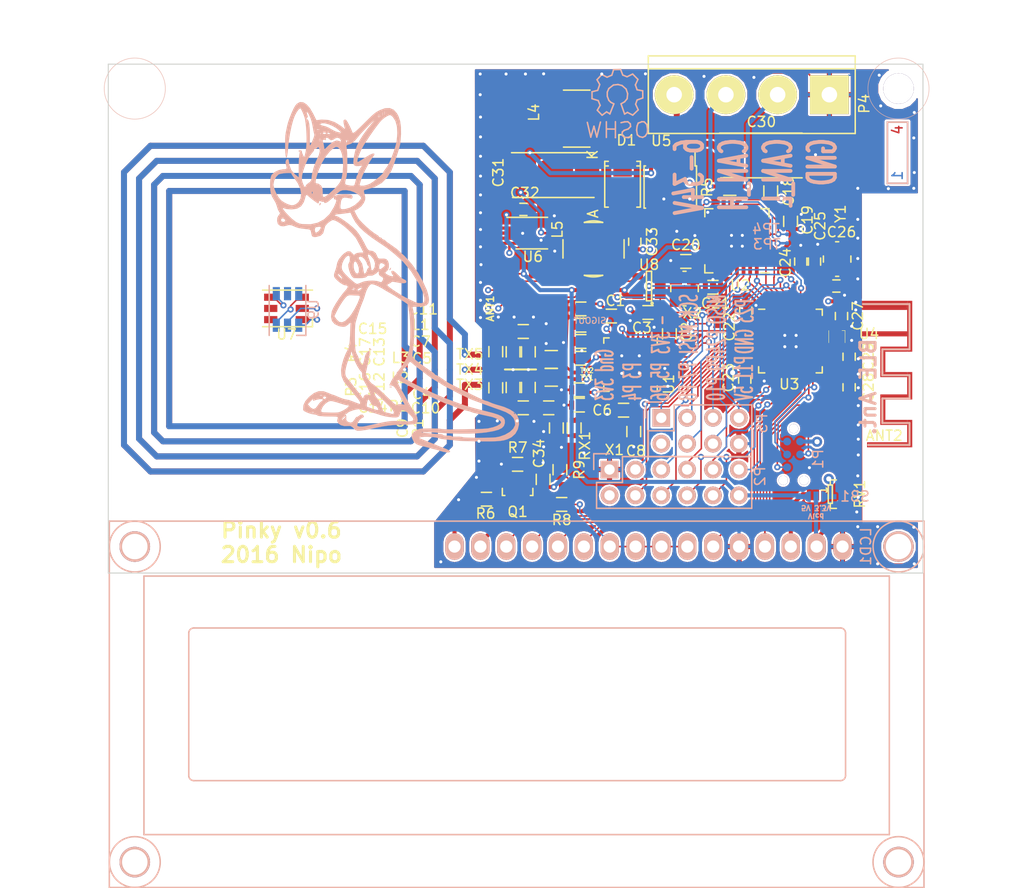
<source format=kicad_pcb>
(kicad_pcb (version 4) (host pcbnew 4.0.4-stable)

  (general
    (links 273)
    (no_connects 11)
    (area 59.150001 54.2 157.656382 141.130001)
    (thickness 1.6)
    (drawings 25)
    (tracks 1188)
    (zones 0)
    (modules 86)
    (nets 90)
  )

  (page A4)
  (layers
    (0 F.Cu mixed)
    (1 In1.Cu power)
    (2 In2.Cu power)
    (31 B.Cu mixed)
    (34 B.Paste user hide)
    (35 F.Paste user hide)
    (36 B.SilkS user)
    (37 F.SilkS user)
    (38 B.Mask user hide)
    (39 F.Mask user hide)
    (40 Dwgs.User user)
    (41 Cmts.User user)
    (44 Edge.Cuts user)
    (45 Margin user)
    (46 B.CrtYd user)
    (47 F.CrtYd user)
    (48 B.Fab user hide)
    (49 F.Fab user hide)
  )

  (setup
    (last_trace_width 0.1524)
    (user_trace_width 0.1524)
    (user_trace_width 0.25)
    (user_trace_width 0.4)
    (user_trace_width 0.58)
    (user_trace_width 1)
    (trace_clearance 0.1524)
    (zone_clearance 0.2)
    (zone_45_only yes)
    (trace_min 0.1524)
    (segment_width 0.2)
    (edge_width 0.1)
    (via_size 0.61)
    (via_drill 0.3)
    (via_min_size 0.6048)
    (via_min_drill 0.3)
    (user_via 0.61 0.3)
    (uvia_size 0.3)
    (uvia_drill 0.1)
    (uvias_allowed no)
    (uvia_min_size 0.2)
    (uvia_min_drill 0.1)
    (pcb_text_width 0.3)
    (pcb_text_size 1.5 1.5)
    (mod_edge_width 0.15)
    (mod_text_size 1 1)
    (mod_text_width 0.15)
    (pad_size 3 3)
    (pad_drill 3)
    (pad_to_mask_clearance 0)
    (aux_axis_origin 0 0)
    (visible_elements FFFFFF7F)
    (pcbplotparams
      (layerselection 0x00000_fffffff9)
      (usegerberextensions false)
      (excludeedgelayer true)
      (linewidth 0.100000)
      (plotframeref false)
      (viasonmask false)
      (mode 1)
      (useauxorigin false)
      (hpglpennumber 1)
      (hpglpenspeed 20)
      (hpglpendiameter 15)
      (hpglpenoverlay 2)
      (psnegative false)
      (psa4output false)
      (plotreference true)
      (plotvalue true)
      (plotinvisibletext false)
      (padsonsilk false)
      (subtractmaskfromsilk false)
      (outputformat 1)
      (mirror false)
      (drillshape 0)
      (scaleselection 1)
      (outputdirectory test))
  )

  (net 0 "")
  (net 1 GND)
  (net 2 +3V3)
  (net 3 /mcu/SWDIO)
  (net 4 /mcu/SWDCLK)
  (net 5 "Net-(L3-Pad1)")
  (net 6 +5V)
  (net 7 "Net-(C14-Pad1)")
  (net 8 "Net-(TP3-Pad1)")
  (net 9 "Net-(TP1-Pad1)")
  (net 10 "Net-(TP4-Pad1)")
  (net 11 /P25)
  (net 12 /P26)
  (net 13 /P20)
  (net 14 /P19)
  (net 15 /P11)
  (net 16 /P12)
  (net 17 /P13)
  (net 18 /P14)
  (net 19 /P15)
  (net 20 /P16)
  (net 21 /P17)
  (net 22 /P18)
  (net 23 /P27)
  (net 24 /P28)
  (net 25 /P29)
  (net 26 /P7)
  (net 27 /P6)
  (net 28 /P5)
  (net 29 /P4)
  (net 30 /P3)
  (net 31 /P10)
  (net 32 /P9)
  (net 33 /P8)
  (net 34 /P30)
  (net 35 /P0)
  (net 36 /P1)
  (net 37 /P2)
  (net 38 "Net-(C26-Pad2)")
  (net 39 /P21)
  (net 40 /P22)
  (net 41 /P23)
  (net 42 /P24)
  (net 43 "Net-(ANT1-Pad3)")
  (net 44 "Net-(ANT1-Pad1)")
  (net 45 "Net-(ANT2-Pad2)")
  (net 46 "Net-(C8-Pad1)")
  (net 47 "Net-(Q1-Pad3)")
  (net 48 "Net-(L5-Pad2)")
  (net 49 "Net-(D1-Pad1)")
  (net 50 "Net-(C9-Pad2)")
  (net 51 "Net-(L2-Pad1)")
  (net 52 "Net-(C13-Pad2)")
  (net 53 "Net-(C12-Pad1)")
  (net 54 "Net-(C15-Pad1)")
  (net 55 "Net-(C9-Pad1)")
  (net 56 "Net-(C5-Pad2)")
  (net 57 "Net-(C10-Pad2)")
  (net 58 "Net-(C6-Pad1)")
  (net 59 "Net-(C21-Pad1)")
  (net 60 "Net-(C20-Pad1)")
  (net 61 "Net-(U3-Pad32)")
  (net 62 "Net-(U3-Pad31)")
  (net 63 "Net-(C29-Pad1)")
  (net 64 "Net-(U3-Pad2)")
  (net 65 "Net-(C28-Pad1)")
  (net 66 "Net-(C25-Pad2)")
  (net 67 "Net-(C24-Pad2)")
  (net 68 "Net-(U1-Pad19)")
  (net 69 "Net-(U1-Pad20)")
  (net 70 "Net-(U2-Pad6)")
  (net 71 "Net-(U2-Pad7)")
  (net 72 "Net-(U2-Pad8)")
  (net 73 "Net-(U2-Pad9)")
  (net 74 "Net-(U2-Pad23)")
  (net 75 "Net-(U2-Pad24)")
  (net 76 /can/VSupply)
  (net 77 "Net-(P4-Pad3)")
  (net 78 "Net-(P4-Pad2)")
  (net 79 "Net-(LCD1-Pad2)")
  (net 80 "Net-(LCD1-Pad10)")
  (net 81 "Net-(LCD1-Pad3)")
  (net 82 "Net-(Q1-Pad1)")
  (net 83 "Net-(LCD1-Pad16)")
  (net 84 "Net-(U7-Pad2)")
  (net 85 "Net-(U7-Pad5)")
  (net 86 "Net-(U7-Pad6)")
  (net 87 "Net-(U9-Pad5)")
  (net 88 "Net-(U9-Pad6)")
  (net 89 "Net-(U1-Pad7)")

  (net_class Default "This is the default net class."
    (clearance 0.1524)
    (trace_width 0.1524)
    (via_dia 0.61)
    (via_drill 0.3)
    (uvia_dia 0.3)
    (uvia_drill 0.1)
    (add_net /P0)
    (add_net /P1)
    (add_net /P10)
    (add_net /P11)
    (add_net /P12)
    (add_net /P13)
    (add_net /P14)
    (add_net /P15)
    (add_net /P16)
    (add_net /P17)
    (add_net /P18)
    (add_net /P19)
    (add_net /P2)
    (add_net /P20)
    (add_net /P21)
    (add_net /P22)
    (add_net /P23)
    (add_net /P24)
    (add_net /P25)
    (add_net /P26)
    (add_net /P27)
    (add_net /P28)
    (add_net /P29)
    (add_net /P3)
    (add_net /P30)
    (add_net /P4)
    (add_net /P5)
    (add_net /P6)
    (add_net /P7)
    (add_net /P8)
    (add_net /P9)
    (add_net /can/VSupply)
    (add_net /mcu/SWDCLK)
    (add_net /mcu/SWDIO)
    (add_net GND)
    (add_net "Net-(ANT1-Pad1)")
    (add_net "Net-(ANT1-Pad3)")
    (add_net "Net-(ANT2-Pad2)")
    (add_net "Net-(C10-Pad2)")
    (add_net "Net-(C12-Pad1)")
    (add_net "Net-(C13-Pad2)")
    (add_net "Net-(C14-Pad1)")
    (add_net "Net-(C15-Pad1)")
    (add_net "Net-(C20-Pad1)")
    (add_net "Net-(C21-Pad1)")
    (add_net "Net-(C24-Pad2)")
    (add_net "Net-(C25-Pad2)")
    (add_net "Net-(C26-Pad2)")
    (add_net "Net-(C28-Pad1)")
    (add_net "Net-(C29-Pad1)")
    (add_net "Net-(C5-Pad2)")
    (add_net "Net-(C6-Pad1)")
    (add_net "Net-(C8-Pad1)")
    (add_net "Net-(C9-Pad1)")
    (add_net "Net-(C9-Pad2)")
    (add_net "Net-(D1-Pad1)")
    (add_net "Net-(L2-Pad1)")
    (add_net "Net-(L3-Pad1)")
    (add_net "Net-(L5-Pad2)")
    (add_net "Net-(LCD1-Pad10)")
    (add_net "Net-(LCD1-Pad16)")
    (add_net "Net-(LCD1-Pad2)")
    (add_net "Net-(LCD1-Pad3)")
    (add_net "Net-(P4-Pad2)")
    (add_net "Net-(P4-Pad3)")
    (add_net "Net-(Q1-Pad1)")
    (add_net "Net-(Q1-Pad3)")
    (add_net "Net-(TP1-Pad1)")
    (add_net "Net-(TP3-Pad1)")
    (add_net "Net-(TP4-Pad1)")
    (add_net "Net-(U1-Pad19)")
    (add_net "Net-(U1-Pad20)")
    (add_net "Net-(U1-Pad7)")
    (add_net "Net-(U2-Pad23)")
    (add_net "Net-(U2-Pad24)")
    (add_net "Net-(U2-Pad6)")
    (add_net "Net-(U2-Pad7)")
    (add_net "Net-(U2-Pad8)")
    (add_net "Net-(U2-Pad9)")
    (add_net "Net-(U3-Pad2)")
    (add_net "Net-(U3-Pad31)")
    (add_net "Net-(U3-Pad32)")
    (add_net "Net-(U7-Pad2)")
    (add_net "Net-(U7-Pad5)")
    (add_net "Net-(U7-Pad6)")
    (add_net "Net-(U9-Pad5)")
    (add_net "Net-(U9-Pad6)")
  )

  (net_class Power ""
    (clearance 0.1524)
    (trace_width 0.4)
    (via_dia 1)
    (via_drill 0.5)
    (uvia_dia 0.3)
    (uvia_drill 0.1)
    (add_net +3V3)
    (add_net +5V)
  )

  (module Capacitors_SMD:C_0603 (layer F.Cu) (tedit 5415D631) (tstamp 57A86D94)
    (at 121.7 77.45 90)
    (descr "Capacitor SMD 0603, reflow soldering, AVX (see smccp.pdf)")
    (tags "capacitor 0603")
    (path /57ADA116/57ADA86E)
    (attr smd)
    (fp_text reference C33 (at 0 1.7 90) (layer F.SilkS)
      (effects (font (size 1 1) (thickness 0.15)))
    )
    (fp_text value 22uF (at -0.4 -0.1 90) (layer F.Fab)
      (effects (font (size 1 1) (thickness 0.15)))
    )
    (fp_line (start -1.45 -0.75) (end 1.45 -0.75) (layer F.CrtYd) (width 0.05))
    (fp_line (start -1.45 0.75) (end 1.45 0.75) (layer F.CrtYd) (width 0.05))
    (fp_line (start -1.45 -0.75) (end -1.45 0.75) (layer F.CrtYd) (width 0.05))
    (fp_line (start 1.45 -0.75) (end 1.45 0.75) (layer F.CrtYd) (width 0.05))
    (fp_line (start -0.35 -0.6) (end 0.35 -0.6) (layer F.SilkS) (width 0.15))
    (fp_line (start 0.35 0.6) (end -0.35 0.6) (layer F.SilkS) (width 0.15))
    (pad 1 smd rect (at -0.75 0 90) (size 0.8 0.75) (layers F.Cu F.Paste F.Mask)
      (net 2 +3V3))
    (pad 2 smd rect (at 0.75 0 90) (size 0.8 0.75) (layers F.Cu F.Paste F.Mask)
      (net 1 GND))
    (model Capacitors_SMD.3dshapes/C_0603.wrl
      (at (xyz 0 0 0))
      (scale (xyz 1 1 1))
      (rotate (xyz 0 0 0))
    )
  )

  (module VSSOP:VSSOP-10_3.1x3.1mm_Pitch0.5mm (layer F.Cu) (tedit 56C5753E) (tstamp 57A8696C)
    (at 111.588466 76.602)
    (descr "10-Lead Plastic Small Outline Package")
    (tags "VSSOP 0.5")
    (path /57ADA116/57ADA870)
    (attr smd)
    (fp_text reference U6 (at 0.101534 2.318 180) (layer F.SilkS)
      (effects (font (size 1 1) (thickness 0.15)))
    )
    (fp_text value TPS62056 (at -0.138466 -0.132) (layer F.Fab)
      (effects (font (size 1 1) (thickness 0.15)))
    )
    (fp_line (start 1.55 1.55) (end -1.55 1.55) (layer F.SilkS) (width 0.15))
    (fp_line (start -2.45 -1.55) (end 1.55 -1.55) (layer F.SilkS) (width 0.15))
    (fp_line (start -2.45 -1.55) (end 2.45 -1.55) (layer F.CrtYd) (width 0.05))
    (fp_line (start -2.45 -1.55) (end -2.45 1.55) (layer F.CrtYd) (width 0.05))
    (fp_line (start 2.45 1.55) (end -2.45 1.55) (layer F.CrtYd) (width 0.05))
    (fp_line (start 2.45 -1.55) (end 2.45 1.55) (layer F.CrtYd) (width 0.05))
    (pad 1 smd rect (at -2.2 -1) (size 1.45 0.3) (layers F.Cu F.Paste F.Mask)
      (net 6 +5V))
    (pad 2 smd rect (at -2.2 -0.5) (size 1.45 0.3) (layers F.Cu F.Paste F.Mask)
      (net 1 GND))
    (pad 3 smd rect (at -2.2 0) (size 1.45 0.3) (layers F.Cu F.Paste F.Mask)
      (net 1 GND))
    (pad 4 smd rect (at -2.2 0.5) (size 1.45 0.3) (layers F.Cu F.Paste F.Mask)
      (net 1 GND))
    (pad 5 smd rect (at -2.2 1) (size 1.45 0.3) (layers F.Cu F.Paste F.Mask)
      (net 2 +3V3))
    (pad 7 smd rect (at 2.2 0.5) (size 1.45 0.3) (layers F.Cu F.Paste F.Mask)
      (net 1 GND))
    (pad 10 smd rect (at 2.2 -1) (size 1.45 0.3) (layers F.Cu F.Paste F.Mask)
      (net 1 GND))
    (pad 9 smd rect (at 2.2 -0.5) (size 1.45 0.3) (layers F.Cu F.Paste F.Mask)
      (net 48 "Net-(L5-Pad2)"))
    (pad 8 smd rect (at 2.2 0) (size 1.45 0.3) (layers F.Cu F.Paste F.Mask)
      (net 6 +5V))
    (pad 6 smd rect (at 2.2 1) (size 1.45 0.3) (layers F.Cu F.Paste F.Mask)
      (net 1 GND))
    (model Housings_SSOP.3dshapes/MSOP-10-1EP_3x3mm_Pitch0.5mm.wrl
      (at (xyz 0 0 0))
      (scale (xyz 1 1 0.8))
      (rotate (xyz 0 0 0))
    )
  )

  (module Capacitors_SMD:C_0603 (layer F.Cu) (tedit 5415D631) (tstamp 57A86DB6)
    (at 110.765 74.27)
    (descr "Capacitor SMD 0603, reflow soldering, AVX (see smccp.pdf)")
    (tags "capacitor 0603")
    (path /57ADA116/57ADA86F)
    (attr smd)
    (fp_text reference C32 (at 0.135 -1.62) (layer F.SilkS)
      (effects (font (size 1 1) (thickness 0.15)))
    )
    (fp_text value 10uF (at -0.125 0) (layer F.Fab)
      (effects (font (size 1 1) (thickness 0.15)))
    )
    (fp_line (start -1.45 -0.75) (end 1.45 -0.75) (layer F.CrtYd) (width 0.05))
    (fp_line (start -1.45 0.75) (end 1.45 0.75) (layer F.CrtYd) (width 0.05))
    (fp_line (start -1.45 -0.75) (end -1.45 0.75) (layer F.CrtYd) (width 0.05))
    (fp_line (start 1.45 -0.75) (end 1.45 0.75) (layer F.CrtYd) (width 0.05))
    (fp_line (start -0.35 -0.6) (end 0.35 -0.6) (layer F.SilkS) (width 0.15))
    (fp_line (start 0.35 0.6) (end -0.35 0.6) (layer F.SilkS) (width 0.15))
    (pad 1 smd rect (at -0.75 0) (size 0.8 0.75) (layers F.Cu F.Paste F.Mask)
      (net 6 +5V))
    (pad 2 smd rect (at 0.75 0) (size 0.8 0.75) (layers F.Cu F.Paste F.Mask)
      (net 1 GND))
    (model Capacitors_SMD.3dshapes/C_0603.wrl
      (at (xyz 0 0 0))
      (scale (xyz 1 1 1))
      (rotate (xyz 0 0 0))
    )
  )

  (module Connect:bornier4 (layer F.Cu) (tedit 0) (tstamp 57AADD2E)
    (at 133.19 63 180)
    (descr "Bornier d'alimentation 4 pins")
    (tags DEV)
    (path /57A213A9/57A5C395)
    (fp_text reference P4 (at -11.049 -0.889 270) (layer F.SilkS)
      (effects (font (size 1 1) (thickness 0.15)))
    )
    (fp_text value CAN (at 0 5.08 180) (layer F.Fab)
      (effects (font (size 1 1) (thickness 0.15)))
    )
    (fp_line (start -10.16 -3.81) (end -10.16 3.81) (layer F.SilkS) (width 0.15))
    (fp_line (start 10.16 3.81) (end 10.16 -3.81) (layer F.SilkS) (width 0.15))
    (fp_line (start 10.16 2.54) (end -10.16 2.54) (layer F.SilkS) (width 0.15))
    (fp_line (start -10.16 -3.81) (end 10.16 -3.81) (layer F.SilkS) (width 0.15))
    (fp_line (start -10.16 3.81) (end 10.16 3.81) (layer F.SilkS) (width 0.15))
    (pad 2 thru_hole circle (at -2.54 0 180) (size 3.81 3.81) (drill 1.524) (layers *.Cu *.Mask F.SilkS)
      (net 78 "Net-(P4-Pad2)"))
    (pad 3 thru_hole circle (at 2.54 0 180) (size 3.81 3.81) (drill 1.524) (layers *.Cu *.Mask F.SilkS)
      (net 77 "Net-(P4-Pad3)"))
    (pad 1 thru_hole rect (at -7.62 0 180) (size 3.81 3.81) (drill 1.524) (layers *.Cu *.Mask F.SilkS)
      (net 1 GND))
    (pad 4 thru_hole circle (at 7.62 0 180) (size 3.81 3.81) (drill 1.524) (layers *.Cu *.Mask F.SilkS)
      (net 76 /can/VSupply))
    (model Connect.3dshapes/bornier4.wrl
      (at (xyz 0 0 0))
      (scale (xyz 1 1 1))
      (rotate (xyz 0 0 0))
    )
  )

  (module Test_point:Round-SMD-Pad_0.4mm (layer B.Cu) (tedit 57AA5231) (tstamp 57A99107)
    (at 136.651 76.716 270)
    (path /57A213A9/57A65E93)
    (fp_text reference TP4 (at -0.508 2.064 540) (layer B.SilkS)
      (effects (font (size 1 1) (thickness 0.15)) (justify mirror))
    )
    (fp_text value CAN_RX (at 0 0.9 270) (layer B.Fab) hide
      (effects (font (size 1 1) (thickness 0.15)) (justify mirror))
    )
    (pad 1 smd circle (at 0 0 270) (size 0.4 0.4) (layers B.Cu B.Mask)
      (net 10 "Net-(TP4-Pad1)") (solder_mask_margin 0.001))
  )

  (module Test_point:Round-SMD-Pad_0.4mm (layer B.Cu) (tedit 581DB8A0) (tstamp 57A990F2)
    (at 119.25 85.25 180)
    (path /57A213A5/57A666E4)
    (fp_text reference TP1 (at 0.55 1.95 270) (layer B.SilkS) hide
      (effects (font (size 1 1) (thickness 0.15)) (justify mirror))
    )
    (fp_text value SIGOUT (at 1.95 0.05 360) (layer B.SilkS)
      (effects (font (size 0.6 0.6) (thickness 0.1)) (justify mirror))
    )
    (pad 1 smd circle (at 0 0 180) (size 0.4 0.4) (layers B.Cu B.Mask)
      (net 9 "Net-(TP1-Pad1)") (solder_mask_margin 0.001))
  )

  (module Test_point:Round-SMD-Pad_0.4mm (layer B.Cu) (tedit 57AA5233) (tstamp 57A86C60)
    (at 136.651 77.595 180)
    (path /57A213A9/57A65EC6)
    (fp_text reference TP3 (at 2 -0.1 180) (layer B.SilkS)
      (effects (font (size 1 1) (thickness 0.15)) (justify mirror))
    )
    (fp_text value CAN_TX (at 0 0.9 180) (layer B.Fab) hide
      (effects (font (size 1 1) (thickness 0.15)) (justify mirror))
    )
    (pad 1 smd circle (at 0 0 180) (size 0.4 0.4) (layers B.Cu B.Mask)
      (net 8 "Net-(TP3-Pad1)") (solder_mask_margin 0.001))
  )

  (module Resistors_SMD:R_0805 (layer F.Cu) (tedit 5415CDEB) (tstamp 57A8DE47)
    (at 113.5 90.76777 180)
    (descr "Resistor SMD 0805, reflow soldering, Vishay (see dcrcw.pdf)")
    (tags "resistor 0805")
    (path /57A213A5/57A4D73C)
    (attr smd)
    (fp_text reference L2 (at 14.854 -0.04523 180) (layer F.SilkS)
      (effects (font (size 1 1) (thickness 0.15)))
    )
    (fp_text value 560nH (at -0.85 0.91777 450) (layer F.Fab)
      (effects (font (size 1 1) (thickness 0.15)))
    )
    (fp_line (start -1.6 -1) (end 1.6 -1) (layer F.CrtYd) (width 0.05))
    (fp_line (start -1.6 1) (end 1.6 1) (layer F.CrtYd) (width 0.05))
    (fp_line (start -1.6 -1) (end -1.6 1) (layer F.CrtYd) (width 0.05))
    (fp_line (start 1.6 -1) (end 1.6 1) (layer F.CrtYd) (width 0.05))
    (fp_line (start 0.6 0.875) (end -0.6 0.875) (layer F.SilkS) (width 0.15))
    (fp_line (start -0.6 -0.875) (end 0.6 -0.875) (layer F.SilkS) (width 0.15))
    (pad 1 smd rect (at -0.95 0 180) (size 0.7 1.3) (layers F.Cu F.Paste F.Mask)
      (net 51 "Net-(L2-Pad1)"))
    (pad 2 smd rect (at 0.95 0 180) (size 0.7 1.3) (layers F.Cu F.Paste F.Mask)
      (net 53 "Net-(C12-Pad1)"))
    (model Resistors_SMD.3dshapes/R_0805.wrl
      (at (xyz 0 0 0))
      (scale (xyz 1 1 1))
      (rotate (xyz 0 0 0))
    )
  )

  (module Resistors_SMD:R_0805 (layer F.Cu) (tedit 5415CDEB) (tstamp 57A8DE26)
    (at 113.5 89.01777 180)
    (descr "Resistor SMD 0805, reflow soldering, Vishay (see dcrcw.pdf)")
    (tags "resistor 0805")
    (path /57A213A5/57A4D774)
    (attr smd)
    (fp_text reference L3 (at 14.8 0.16777 180) (layer F.SilkS)
      (effects (font (size 1 1) (thickness 0.15)))
    )
    (fp_text value 560nH (at 0.5 -0.88223 450) (layer F.Fab)
      (effects (font (size 1 1) (thickness 0.15)))
    )
    (fp_line (start -1.6 -1) (end 1.6 -1) (layer F.CrtYd) (width 0.05))
    (fp_line (start -1.6 1) (end 1.6 1) (layer F.CrtYd) (width 0.05))
    (fp_line (start -1.6 -1) (end -1.6 1) (layer F.CrtYd) (width 0.05))
    (fp_line (start 1.6 -1) (end 1.6 1) (layer F.CrtYd) (width 0.05))
    (fp_line (start 0.6 0.875) (end -0.6 0.875) (layer F.SilkS) (width 0.15))
    (fp_line (start -0.6 -0.875) (end 0.6 -0.875) (layer F.SilkS) (width 0.15))
    (pad 1 smd rect (at -0.95 0 180) (size 0.7 1.3) (layers F.Cu F.Paste F.Mask)
      (net 5 "Net-(L3-Pad1)"))
    (pad 2 smd rect (at 0.95 0 180) (size 0.7 1.3) (layers F.Cu F.Paste F.Mask)
      (net 52 "Net-(C13-Pad2)"))
    (model Resistors_SMD.3dshapes/R_0805.wrl
      (at (xyz 0 0 0))
      (scale (xyz 1 1 1))
      (rotate (xyz 0 0 0))
    )
  )

  (module Resistors_SMD:R_0603 (layer F.Cu) (tedit 5415CC62) (tstamp 57A8CB0F)
    (at 108.05 88.25 90)
    (descr "Resistor SMD 0603, reflow soldering, Vishay (see dcrcw.pdf)")
    (tags "resistor 0603")
    (path /57A213A5/57A4DBAE)
    (attr smd)
    (fp_text reference R4 (at -0.1 -14.2 90) (layer F.SilkS)
      (effects (font (size 1 1) (thickness 0.15)))
    )
    (fp_text value 0R (at 0 -0.11777 90) (layer F.Fab)
      (effects (font (size 1 1) (thickness 0.15)))
    )
    (fp_line (start -1.3 -0.8) (end 1.3 -0.8) (layer F.CrtYd) (width 0.05))
    (fp_line (start -1.3 0.8) (end 1.3 0.8) (layer F.CrtYd) (width 0.05))
    (fp_line (start -1.3 -0.8) (end -1.3 0.8) (layer F.CrtYd) (width 0.05))
    (fp_line (start 1.3 -0.8) (end 1.3 0.8) (layer F.CrtYd) (width 0.05))
    (fp_line (start 0.5 0.675) (end -0.5 0.675) (layer F.SilkS) (width 0.15))
    (fp_line (start -0.5 -0.675) (end 0.5 -0.675) (layer F.SilkS) (width 0.15))
    (pad 1 smd rect (at -0.75 0 90) (size 0.5 0.9) (layers F.Cu F.Paste F.Mask)
      (net 43 "Net-(ANT1-Pad3)"))
    (pad 2 smd rect (at 0.75 0 90) (size 0.5 0.9) (layers F.Cu F.Paste F.Mask)
      (net 54 "Net-(C15-Pad1)"))
    (model Resistors_SMD.3dshapes/R_0603.wrl
      (at (xyz 0 0 0))
      (scale (xyz 1 1 1))
      (rotate (xyz 0 0 0))
    )
  )

  (module Resistors_SMD:R_0603 (layer F.Cu) (tedit 5415CC62) (tstamp 57A8CAED)
    (at 108.05 91.8 270)
    (descr "Resistor SMD 0603, reflow soldering, Vishay (see dcrcw.pdf)")
    (tags "resistor 0603")
    (path /57A213A5/57A4DB3C)
    (attr smd)
    (fp_text reference R3 (at -0.1 14.2 270) (layer F.SilkS)
      (effects (font (size 1 1) (thickness 0.15)))
    )
    (fp_text value 0R (at 0 -0.01777 270) (layer F.Fab)
      (effects (font (size 1 1) (thickness 0.15)))
    )
    (fp_line (start -1.3 -0.8) (end 1.3 -0.8) (layer F.CrtYd) (width 0.05))
    (fp_line (start -1.3 0.8) (end 1.3 0.8) (layer F.CrtYd) (width 0.05))
    (fp_line (start -1.3 -0.8) (end -1.3 0.8) (layer F.CrtYd) (width 0.05))
    (fp_line (start 1.3 -0.8) (end 1.3 0.8) (layer F.CrtYd) (width 0.05))
    (fp_line (start 0.5 0.675) (end -0.5 0.675) (layer F.SilkS) (width 0.15))
    (fp_line (start -0.5 -0.675) (end 0.5 -0.675) (layer F.SilkS) (width 0.15))
    (pad 1 smd rect (at -0.75 0 270) (size 0.5 0.9) (layers F.Cu F.Paste F.Mask)
      (net 44 "Net-(ANT1-Pad1)"))
    (pad 2 smd rect (at 0.75 0 270) (size 0.5 0.9) (layers F.Cu F.Paste F.Mask)
      (net 7 "Net-(C14-Pad1)"))
    (model Resistors_SMD.3dshapes/R_0603.wrl
      (at (xyz 0 0 0))
      (scale (xyz 1 1 1))
      (rotate (xyz 0 0 0))
    )
  )

  (module Resistors_SMD:R_0603 (layer F.Cu) (tedit 5415CC62) (tstamp 57A8CACB)
    (at 113.25 93.76777)
    (descr "Resistor SMD 0603, reflow soldering, Vishay (see dcrcw.pdf)")
    (tags "resistor 0603")
    (path /57A213A5/57A4E4E3)
    (attr smd)
    (fp_text reference R2 (at -14.731 -0.16077) (layer F.SilkS)
      (effects (font (size 1 1) (thickness 0.15)))
    )
    (fp_text value 2k (at 0 -0.01777) (layer F.Fab)
      (effects (font (size 1 1) (thickness 0.15)))
    )
    (fp_line (start -1.3 -0.8) (end 1.3 -0.8) (layer F.CrtYd) (width 0.05))
    (fp_line (start -1.3 0.8) (end 1.3 0.8) (layer F.CrtYd) (width 0.05))
    (fp_line (start -1.3 -0.8) (end -1.3 0.8) (layer F.CrtYd) (width 0.05))
    (fp_line (start 1.3 -0.8) (end 1.3 0.8) (layer F.CrtYd) (width 0.05))
    (fp_line (start 0.5 0.675) (end -0.5 0.675) (layer F.SilkS) (width 0.15))
    (fp_line (start -0.5 -0.675) (end 0.5 -0.675) (layer F.SilkS) (width 0.15))
    (pad 1 smd rect (at -0.75 0) (size 0.5 0.9) (layers F.Cu F.Paste F.Mask)
      (net 53 "Net-(C12-Pad1)"))
    (pad 2 smd rect (at 0.75 0) (size 0.5 0.9) (layers F.Cu F.Paste F.Mask)
      (net 55 "Net-(C9-Pad1)"))
    (model Resistors_SMD.3dshapes/R_0603.wrl
      (at (xyz 0 0 0))
      (scale (xyz 1 1 1))
      (rotate (xyz 0 0 0))
    )
  )

  (module Resistors_SMD:R_0603 (layer F.Cu) (tedit 5415CC62) (tstamp 57A8CA93)
    (at 115.75 95.75 270)
    (descr "Resistor SMD 0603, reflow soldering, Vishay (see dcrcw.pdf)")
    (tags "resistor 0603")
    (path /57A213A5/57A4E064)
    (attr smd)
    (fp_text reference R1 (at 0.016 15.326 270) (layer F.SilkS)
      (effects (font (size 1 1) (thickness 0.15)))
    )
    (fp_text value 1K (at 0 0 270) (layer F.Fab)
      (effects (font (size 1 1) (thickness 0.15)))
    )
    (fp_line (start -1.3 -0.8) (end 1.3 -0.8) (layer F.CrtYd) (width 0.05))
    (fp_line (start -1.3 0.8) (end 1.3 0.8) (layer F.CrtYd) (width 0.05))
    (fp_line (start -1.3 -0.8) (end -1.3 0.8) (layer F.CrtYd) (width 0.05))
    (fp_line (start 1.3 -0.8) (end 1.3 0.8) (layer F.CrtYd) (width 0.05))
    (fp_line (start 0.5 0.675) (end -0.5 0.675) (layer F.SilkS) (width 0.15))
    (fp_line (start -0.5 -0.675) (end 0.5 -0.675) (layer F.SilkS) (width 0.15))
    (pad 1 smd rect (at -0.75 0 270) (size 0.5 0.9) (layers F.Cu F.Paste F.Mask)
      (net 57 "Net-(C10-Pad2)"))
    (pad 2 smd rect (at 0.75 0 270) (size 0.5 0.9) (layers F.Cu F.Paste F.Mask)
      (net 50 "Net-(C9-Pad2)"))
    (model Resistors_SMD.3dshapes/R_0603.wrl
      (at (xyz 0 0 0))
      (scale (xyz 1 1 1))
      (rotate (xyz 0 0 0))
    )
  )

  (module Resistors_SMD:R_0603 (layer F.Cu) (tedit 5415CC62) (tstamp 57A8C9EB)
    (at 119.4 84.75)
    (descr "Resistor SMD 0603, reflow soldering, Vishay (see dcrcw.pdf)")
    (tags "resistor 0603")
    (path /57A213A5/57A89CF4)
    (attr smd)
    (fp_text reference C1 (at 0.4 -1.5) (layer F.SilkS)
      (effects (font (size 1 1) (thickness 0.15)))
    )
    (fp_text value 100nF (at 0.582 0.602) (layer F.Fab)
      (effects (font (size 1 1) (thickness 0.15)))
    )
    (fp_line (start -1.3 -0.8) (end 1.3 -0.8) (layer F.CrtYd) (width 0.05))
    (fp_line (start -1.3 0.8) (end 1.3 0.8) (layer F.CrtYd) (width 0.05))
    (fp_line (start -1.3 -0.8) (end -1.3 0.8) (layer F.CrtYd) (width 0.05))
    (fp_line (start 1.3 -0.8) (end 1.3 0.8) (layer F.CrtYd) (width 0.05))
    (fp_line (start 0.5 0.675) (end -0.5 0.675) (layer F.SilkS) (width 0.15))
    (fp_line (start -0.5 -0.675) (end 0.5 -0.675) (layer F.SilkS) (width 0.15))
    (pad 1 smd rect (at -0.75 0) (size 0.5 0.9) (layers F.Cu F.Paste F.Mask)
      (net 2 +3V3))
    (pad 2 smd rect (at 0.75 0) (size 0.5 0.9) (layers F.Cu F.Paste F.Mask)
      (net 1 GND))
    (model Resistors_SMD.3dshapes/R_0603.wrl
      (at (xyz 0 0 0))
      (scale (xyz 1 1 1))
      (rotate (xyz 0 0 0))
    )
  )

  (module Resistors_SMD:R_0603 (layer F.Cu) (tedit 5415CC62) (tstamp 57A8C99D)
    (at 116.25 92 180)
    (descr "Resistor SMD 0603, reflow soldering, Vishay (see dcrcw.pdf)")
    (tags "resistor 0603")
    (path /57A213A5/57A89BE9)
    (attr smd)
    (fp_text reference C4 (at 15.45 -0.4 180) (layer F.SilkS)
      (effects (font (size 1 1) (thickness 0.15)))
    )
    (fp_text value 100nF (at -0.7 0.05 180) (layer F.Fab)
      (effects (font (size 1 1) (thickness 0.15)))
    )
    (fp_line (start -1.3 -0.8) (end 1.3 -0.8) (layer F.CrtYd) (width 0.05))
    (fp_line (start -1.3 0.8) (end 1.3 0.8) (layer F.CrtYd) (width 0.05))
    (fp_line (start -1.3 -0.8) (end -1.3 0.8) (layer F.CrtYd) (width 0.05))
    (fp_line (start 1.3 -0.8) (end 1.3 0.8) (layer F.CrtYd) (width 0.05))
    (fp_line (start 0.5 0.675) (end -0.5 0.675) (layer F.SilkS) (width 0.15))
    (fp_line (start -0.5 -0.675) (end 0.5 -0.675) (layer F.SilkS) (width 0.15))
    (pad 1 smd rect (at -0.75 0 180) (size 0.5 0.9) (layers F.Cu F.Paste F.Mask)
      (net 2 +3V3))
    (pad 2 smd rect (at 0.75 0 180) (size 0.5 0.9) (layers F.Cu F.Paste F.Mask)
      (net 1 GND))
    (model Resistors_SMD.3dshapes/R_0603.wrl
      (at (xyz 0 0 0))
      (scale (xyz 1 1 1))
      (rotate (xyz 0 0 0))
    )
  )

  (module Resistors_SMD:R_0603 (layer F.Cu) (tedit 5415CC62) (tstamp 57A8C965)
    (at 116.25 93.5)
    (descr "Resistor SMD 0603, reflow soldering, Vishay (see dcrcw.pdf)")
    (tags "resistor 0603")
    (path /57A213A5/57A4DFDD)
    (attr smd)
    (fp_text reference C10 (at -15.1 0.3) (layer F.SilkS)
      (effects (font (size 1 1) (thickness 0.15)))
    )
    (fp_text value 100nF (at 0.65 0.05) (layer F.Fab)
      (effects (font (size 1 1) (thickness 0.15)))
    )
    (fp_line (start -1.3 -0.8) (end 1.3 -0.8) (layer F.CrtYd) (width 0.05))
    (fp_line (start -1.3 0.8) (end 1.3 0.8) (layer F.CrtYd) (width 0.05))
    (fp_line (start -1.3 -0.8) (end -1.3 0.8) (layer F.CrtYd) (width 0.05))
    (fp_line (start 1.3 -0.8) (end 1.3 0.8) (layer F.CrtYd) (width 0.05))
    (fp_line (start 0.5 0.675) (end -0.5 0.675) (layer F.SilkS) (width 0.15))
    (fp_line (start -0.5 -0.675) (end 0.5 -0.675) (layer F.SilkS) (width 0.15))
    (pad 1 smd rect (at -0.75 0) (size 0.5 0.9) (layers F.Cu F.Paste F.Mask)
      (net 1 GND))
    (pad 2 smd rect (at 0.75 0) (size 0.5 0.9) (layers F.Cu F.Paste F.Mask)
      (net 57 "Net-(C10-Pad2)"))
    (model Resistors_SMD.3dshapes/R_0603.wrl
      (at (xyz 0 0 0))
      (scale (xyz 1 1 1))
      (rotate (xyz 0 0 0))
    )
  )

  (module Resistors_SMD:R_0603 (layer F.Cu) (tedit 5415CC62) (tstamp 57A8C943)
    (at 114 95.75 270)
    (descr "Resistor SMD 0603, reflow soldering, Vishay (see dcrcw.pdf)")
    (tags "resistor 0603")
    (path /57A213A5/57A4E447)
    (attr smd)
    (fp_text reference C9 (at 0.016 15.1 270) (layer F.SilkS)
      (effects (font (size 1 1) (thickness 0.15)))
    )
    (fp_text value 1nF (at 0 -0.05 270) (layer F.Fab)
      (effects (font (size 1 1) (thickness 0.15)))
    )
    (fp_line (start -1.3 -0.8) (end 1.3 -0.8) (layer F.CrtYd) (width 0.05))
    (fp_line (start -1.3 0.8) (end 1.3 0.8) (layer F.CrtYd) (width 0.05))
    (fp_line (start -1.3 -0.8) (end -1.3 0.8) (layer F.CrtYd) (width 0.05))
    (fp_line (start 1.3 -0.8) (end 1.3 0.8) (layer F.CrtYd) (width 0.05))
    (fp_line (start 0.5 0.675) (end -0.5 0.675) (layer F.SilkS) (width 0.15))
    (fp_line (start -0.5 -0.675) (end 0.5 -0.675) (layer F.SilkS) (width 0.15))
    (pad 1 smd rect (at -0.75 0 270) (size 0.5 0.9) (layers F.Cu F.Paste F.Mask)
      (net 55 "Net-(C9-Pad1)"))
    (pad 2 smd rect (at 0.75 0 270) (size 0.5 0.9) (layers F.Cu F.Paste F.Mask)
      (net 50 "Net-(C9-Pad2)"))
    (model Resistors_SMD.3dshapes/R_0603.wrl
      (at (xyz 0 0 0))
      (scale (xyz 1 1 1))
      (rotate (xyz 0 0 0))
    )
  )

  (module Resistors_SMD:R_0603 (layer F.Cu) (tedit 5415CC62) (tstamp 57A8C921)
    (at 111.25 91.76777 90)
    (descr "Resistor SMD 0603, reflow soldering, Vishay (see dcrcw.pdf)")
    (tags "resistor 0603")
    (path /57A213A5/57A4D97C)
    (attr smd)
    (fp_text reference C12 (at 0.06577 -14.636 90) (layer F.SilkS)
      (effects (font (size 1 1) (thickness 0.15)))
    )
    (fp_text value 220pF (at -0.44223 0 90) (layer F.Fab)
      (effects (font (size 1 1) (thickness 0.15)))
    )
    (fp_line (start -1.3 -0.8) (end 1.3 -0.8) (layer F.CrtYd) (width 0.05))
    (fp_line (start -1.3 0.8) (end 1.3 0.8) (layer F.CrtYd) (width 0.05))
    (fp_line (start -1.3 -0.8) (end -1.3 0.8) (layer F.CrtYd) (width 0.05))
    (fp_line (start 1.3 -0.8) (end 1.3 0.8) (layer F.CrtYd) (width 0.05))
    (fp_line (start 0.5 0.675) (end -0.5 0.675) (layer F.SilkS) (width 0.15))
    (fp_line (start -0.5 -0.675) (end 0.5 -0.675) (layer F.SilkS) (width 0.15))
    (pad 1 smd rect (at -0.75 0 90) (size 0.5 0.9) (layers F.Cu F.Paste F.Mask)
      (net 53 "Net-(C12-Pad1)"))
    (pad 2 smd rect (at 0.75 0 90) (size 0.5 0.9) (layers F.Cu F.Paste F.Mask)
      (net 1 GND))
    (model Resistors_SMD.3dshapes/R_0603.wrl
      (at (xyz 0 0 0))
      (scale (xyz 1 1 1))
      (rotate (xyz 0 0 0))
    )
  )

  (module Resistors_SMD:R_0603 (layer F.Cu) (tedit 5415CC62) (tstamp 57A8C8FF)
    (at 111.25 88.26777 90)
    (descr "Resistor SMD 0603, reflow soldering, Vishay (see dcrcw.pdf)")
    (tags "resistor 0603")
    (path /57A213A5/57A4D9B2)
    (attr smd)
    (fp_text reference C13 (at -0.00523 -14.636 90) (layer F.SilkS)
      (effects (font (size 1 1) (thickness 0.15)))
    )
    (fp_text value 220pF (at 1.13777 0 90) (layer F.Fab)
      (effects (font (size 1 1) (thickness 0.15)))
    )
    (fp_line (start -1.3 -0.8) (end 1.3 -0.8) (layer F.CrtYd) (width 0.05))
    (fp_line (start -1.3 0.8) (end 1.3 0.8) (layer F.CrtYd) (width 0.05))
    (fp_line (start -1.3 -0.8) (end -1.3 0.8) (layer F.CrtYd) (width 0.05))
    (fp_line (start 1.3 -0.8) (end 1.3 0.8) (layer F.CrtYd) (width 0.05))
    (fp_line (start 0.5 0.675) (end -0.5 0.675) (layer F.SilkS) (width 0.15))
    (fp_line (start -0.5 -0.675) (end 0.5 -0.675) (layer F.SilkS) (width 0.15))
    (pad 1 smd rect (at -0.75 0 90) (size 0.5 0.9) (layers F.Cu F.Paste F.Mask)
      (net 1 GND))
    (pad 2 smd rect (at 0.75 0 90) (size 0.5 0.9) (layers F.Cu F.Paste F.Mask)
      (net 52 "Net-(C13-Pad2)"))
    (model Resistors_SMD.3dshapes/R_0603.wrl
      (at (xyz 0 0 0))
      (scale (xyz 1 1 1))
      (rotate (xyz 0 0 0))
    )
  )

  (module Resistors_SMD:R_0603 (layer F.Cu) (tedit 57AA536E) (tstamp 57A8C8DD)
    (at 110.75 93.76777)
    (descr "Resistor SMD 0603, reflow soldering, Vishay (see dcrcw.pdf)")
    (tags "resistor 0603")
    (path /57A213A5/57A4D9EE)
    (attr smd)
    (fp_text reference C14 (at -14.771 -0.03377) (layer F.SilkS)
      (effects (font (size 1 1) (thickness 0.15)))
    )
    (fp_text value 33pF (at -2.96 0.03223) (layer F.Fab)
      (effects (font (size 1 1) (thickness 0.15)))
    )
    (fp_line (start -1.3 -0.8) (end 1.3 -0.8) (layer F.CrtYd) (width 0.05))
    (fp_line (start -1.3 0.8) (end 1.3 0.8) (layer F.CrtYd) (width 0.05))
    (fp_line (start -1.3 -0.8) (end -1.3 0.8) (layer F.CrtYd) (width 0.05))
    (fp_line (start 1.3 -0.8) (end 1.3 0.8) (layer F.CrtYd) (width 0.05))
    (fp_line (start 0.5 0.675) (end -0.5 0.675) (layer F.SilkS) (width 0.15))
    (fp_line (start -0.5 -0.675) (end 0.5 -0.675) (layer F.SilkS) (width 0.15))
    (pad 1 smd rect (at -0.75 0) (size 0.5 0.9) (layers F.Cu F.Paste F.Mask)
      (net 7 "Net-(C14-Pad1)"))
    (pad 2 smd rect (at 0.75 0) (size 0.5 0.9) (layers F.Cu F.Paste F.Mask)
      (net 53 "Net-(C12-Pad1)"))
    (model Resistors_SMD.3dshapes/R_0603.wrl
      (at (xyz 0 0 0))
      (scale (xyz 1 1 1))
      (rotate (xyz 0 0 0))
    )
  )

  (module Resistors_SMD:R_0603 (layer F.Cu) (tedit 5415CC62) (tstamp 57A8C8BB)
    (at 110.75 86.26777)
    (descr "Resistor SMD 0603, reflow soldering, Vishay (see dcrcw.pdf)")
    (tags "resistor 0603")
    (path /57A213A5/57A4DA61)
    (attr smd)
    (fp_text reference C15 (at -14.8 -0.26777) (layer F.SilkS)
      (effects (font (size 1 1) (thickness 0.15)))
    )
    (fp_text value 33pF (at -2.198 -0.91577) (layer F.Fab)
      (effects (font (size 1 1) (thickness 0.15)))
    )
    (fp_line (start -1.3 -0.8) (end 1.3 -0.8) (layer F.CrtYd) (width 0.05))
    (fp_line (start -1.3 0.8) (end 1.3 0.8) (layer F.CrtYd) (width 0.05))
    (fp_line (start -1.3 -0.8) (end -1.3 0.8) (layer F.CrtYd) (width 0.05))
    (fp_line (start 1.3 -0.8) (end 1.3 0.8) (layer F.CrtYd) (width 0.05))
    (fp_line (start 0.5 0.675) (end -0.5 0.675) (layer F.SilkS) (width 0.15))
    (fp_line (start -0.5 -0.675) (end 0.5 -0.675) (layer F.SilkS) (width 0.15))
    (pad 1 smd rect (at -0.75 0) (size 0.5 0.9) (layers F.Cu F.Paste F.Mask)
      (net 54 "Net-(C15-Pad1)"))
    (pad 2 smd rect (at 0.75 0) (size 0.5 0.9) (layers F.Cu F.Paste F.Mask)
      (net 52 "Net-(C13-Pad2)"))
    (model Resistors_SMD.3dshapes/R_0603.wrl
      (at (xyz 0 0 0))
      (scale (xyz 1 1 1))
      (rotate (xyz 0 0 0))
    )
  )

  (module Resistors_SMD:R_0603 (layer F.Cu) (tedit 5415CC62) (tstamp 57A8C899)
    (at 109.75 91.76777 90)
    (descr "Resistor SMD 0603, reflow soldering, Vishay (see dcrcw.pdf)")
    (tags "resistor 0603")
    (path /57A213A5/57A4DAAB)
    (attr smd)
    (fp_text reference C16 (at 0.06577 -14.533 90) (layer F.SilkS)
      (effects (font (size 1 1) (thickness 0.15)))
    )
    (fp_text value 56pF (at 0.57377 0.072 270) (layer F.Fab)
      (effects (font (size 1 1) (thickness 0.15)))
    )
    (fp_line (start -1.3 -0.8) (end 1.3 -0.8) (layer F.CrtYd) (width 0.05))
    (fp_line (start -1.3 0.8) (end 1.3 0.8) (layer F.CrtYd) (width 0.05))
    (fp_line (start -1.3 -0.8) (end -1.3 0.8) (layer F.CrtYd) (width 0.05))
    (fp_line (start 1.3 -0.8) (end 1.3 0.8) (layer F.CrtYd) (width 0.05))
    (fp_line (start 0.5 0.675) (end -0.5 0.675) (layer F.SilkS) (width 0.15))
    (fp_line (start -0.5 -0.675) (end 0.5 -0.675) (layer F.SilkS) (width 0.15))
    (pad 1 smd rect (at -0.75 0 90) (size 0.5 0.9) (layers F.Cu F.Paste F.Mask)
      (net 7 "Net-(C14-Pad1)"))
    (pad 2 smd rect (at 0.75 0 90) (size 0.5 0.9) (layers F.Cu F.Paste F.Mask)
      (net 1 GND))
    (model Resistors_SMD.3dshapes/R_0603.wrl
      (at (xyz 0 0 0))
      (scale (xyz 1 1 1))
      (rotate (xyz 0 0 0))
    )
  )

  (module Resistors_SMD:R_0603 (layer F.Cu) (tedit 5415CC62) (tstamp 57A8C877)
    (at 109.75 88.26777 90)
    (descr "Resistor SMD 0603, reflow soldering, Vishay (see dcrcw.pdf)")
    (tags "resistor 0603")
    (path /57A213A5/57A4DAE6)
    (attr smd)
    (fp_text reference C17 (at -0.00523 -14.533 90) (layer F.SilkS)
      (effects (font (size 1 1) (thickness 0.15)))
    )
    (fp_text value 56pF (at 0.37577 0.072 270) (layer F.Fab)
      (effects (font (size 1 1) (thickness 0.15)))
    )
    (fp_line (start -1.3 -0.8) (end 1.3 -0.8) (layer F.CrtYd) (width 0.05))
    (fp_line (start -1.3 0.8) (end 1.3 0.8) (layer F.CrtYd) (width 0.05))
    (fp_line (start -1.3 -0.8) (end -1.3 0.8) (layer F.CrtYd) (width 0.05))
    (fp_line (start 1.3 -0.8) (end 1.3 0.8) (layer F.CrtYd) (width 0.05))
    (fp_line (start 0.5 0.675) (end -0.5 0.675) (layer F.SilkS) (width 0.15))
    (fp_line (start -0.5 -0.675) (end 0.5 -0.675) (layer F.SilkS) (width 0.15))
    (pad 1 smd rect (at -0.75 0 90) (size 0.5 0.9) (layers F.Cu F.Paste F.Mask)
      (net 1 GND))
    (pad 2 smd rect (at 0.75 0 90) (size 0.5 0.9) (layers F.Cu F.Paste F.Mask)
      (net 54 "Net-(C15-Pad1)"))
    (model Resistors_SMD.3dshapes/R_0603.wrl
      (at (xyz 0 0 0))
      (scale (xyz 1 1 1))
      (rotate (xyz 0 0 0))
    )
  )

  (module Continuous_Label:Label_4Layer (layer B.Cu) (tedit 56E84AD3) (tstamp 57AB5F91)
    (at 147.5 68.7 90)
    (path /57A9197A)
    (fp_text reference Label1 (at 0 -2 90) (layer B.SilkS) hide
      (effects (font (size 1 1) (thickness 0.15)) (justify mirror))
    )
    (fp_text value Label (at 0 2 90) (layer B.Fab) hide
      (effects (font (size 1 1) (thickness 0.15)) (justify mirror))
    )
    (fp_line (start -3 -1) (end -3 1) (layer B.SilkS) (width 0.15))
    (fp_line (start 3 1) (end 3 -1) (layer B.SilkS) (width 0.15))
    (fp_line (start -3 1) (end 3 1) (layer B.SilkS) (width 0.15))
    (fp_line (start -3 -1) (end 3 -1) (layer B.SilkS) (width 0.15))
    (fp_line (start -3.1 -1.1) (end -3.1 1.1) (layer B.CrtYd) (width 0.05))
    (fp_line (start 3.1 1.1) (end 3.1 -1.1) (layer B.CrtYd) (width 0.05))
    (fp_line (start -3.1 1.1) (end 3.1 1.1) (layer B.CrtYd) (width 0.05))
    (fp_line (start -3.1 -1.1) (end 3.1 -1.1) (layer B.CrtYd) (width 0.05))
    (fp_text user 1 (at -2.25 0 90) (layer B.Cu)
      (effects (font (size 1 1) (thickness 0.15)) (justify mirror))
    )
    (fp_text user 2 (at -0.75 0 90) (layer In1.Cu)
      (effects (font (size 1 1) (thickness 0.15)))
    )
    (fp_text user 3 (at 0.75 0 90) (layer In2.Cu)
      (effects (font (size 1 1) (thickness 0.15)))
    )
    (fp_text user 4 (at 2.25 0 90) (layer F.Cu)
      (effects (font (size 1 1) (thickness 0.15)))
    )
    (pad "" smd rect (at 0 0 90) (size 5.4 1.4) (layers *.Mask))
    (pad "" connect rect (at 0 1 90) (size 6.1524 0.1524) (layers *.Cu))
    (pad "" connect rect (at 0 -1 90) (size 6.1524 0.1524) (layers *.Cu))
    (pad "" connect rect (at -3 0 270) (size 0.1524 2.1524) (layers *.Cu))
    (pad "" connect rect (at 3 0 270) (size 0.1524 2.1524) (layers *.Cu))
  )

  (module Pin_Headers:Pin_Header_Straight_2x06 (layer B.Cu) (tedit 0) (tstamp 57AA1BFC)
    (at 119.22 99.83 270)
    (descr "Through hole pin header")
    (tags "pin header")
    (path /57A595C3)
    (fp_text reference P2 (at 0.67 -14.78 450) (layer B.SilkS)
      (effects (font (size 1 1) (thickness 0.15)) (justify mirror))
    )
    (fp_text value Keypad (at 1.07 -6.57 540) (layer B.Fab)
      (effects (font (size 1 1) (thickness 0.15)) (justify mirror))
    )
    (fp_line (start -1.75 1.75) (end -1.75 -14.45) (layer B.CrtYd) (width 0.05))
    (fp_line (start 4.3 1.75) (end 4.3 -14.45) (layer B.CrtYd) (width 0.05))
    (fp_line (start -1.75 1.75) (end 4.3 1.75) (layer B.CrtYd) (width 0.05))
    (fp_line (start -1.75 -14.45) (end 4.3 -14.45) (layer B.CrtYd) (width 0.05))
    (fp_line (start 3.81 -13.97) (end 3.81 1.27) (layer B.SilkS) (width 0.15))
    (fp_line (start -1.27 -1.27) (end -1.27 -13.97) (layer B.SilkS) (width 0.15))
    (fp_line (start 3.81 -13.97) (end -1.27 -13.97) (layer B.SilkS) (width 0.15))
    (fp_line (start 3.81 1.27) (end 1.27 1.27) (layer B.SilkS) (width 0.15))
    (fp_line (start 0 1.55) (end -1.55 1.55) (layer B.SilkS) (width 0.15))
    (fp_line (start 1.27 1.27) (end 1.27 -1.27) (layer B.SilkS) (width 0.15))
    (fp_line (start 1.27 -1.27) (end -1.27 -1.27) (layer B.SilkS) (width 0.15))
    (fp_line (start -1.55 1.55) (end -1.55 0) (layer B.SilkS) (width 0.15))
    (pad 1 thru_hole rect (at 0 0 270) (size 1.7272 1.7272) (drill 1.016) (layers *.Cu *.Mask B.SilkS)
      (net 1 GND))
    (pad 2 thru_hole oval (at 2.54 0 270) (size 1.7272 1.7272) (drill 1.016) (layers *.Cu *.Mask B.SilkS)
      (net 2 +3V3))
    (pad 3 thru_hole oval (at 0 -2.54 270) (size 1.7272 1.7272) (drill 1.016) (layers *.Cu *.Mask B.SilkS)
      (net 30 /P3))
    (pad 4 thru_hole oval (at 2.54 -2.54 270) (size 1.7272 1.7272) (drill 1.016) (layers *.Cu *.Mask B.SilkS)
      (net 29 /P4))
    (pad 5 thru_hole oval (at 0 -5.08 270) (size 1.7272 1.7272) (drill 1.016) (layers *.Cu *.Mask B.SilkS)
      (net 28 /P5))
    (pad 6 thru_hole oval (at 2.54 -5.08 270) (size 1.7272 1.7272) (drill 1.016) (layers *.Cu *.Mask B.SilkS)
      (net 27 /P6))
    (pad 7 thru_hole oval (at 0 -7.62 270) (size 1.7272 1.7272) (drill 1.016) (layers *.Cu *.Mask B.SilkS)
      (net 26 /P7))
    (pad 8 thru_hole oval (at 2.54 -7.62 270) (size 1.7272 1.7272) (drill 1.016) (layers *.Cu *.Mask B.SilkS)
      (net 33 /P8))
    (pad 9 thru_hole oval (at 0 -10.16 270) (size 1.7272 1.7272) (drill 1.016) (layers *.Cu *.Mask B.SilkS)
      (net 32 /P9))
    (pad 10 thru_hole oval (at 2.54 -10.16 270) (size 1.7272 1.7272) (drill 1.016) (layers *.Cu *.Mask B.SilkS)
      (net 31 /P10))
    (pad 11 thru_hole oval (at 0 -12.7 270) (size 1.7272 1.7272) (drill 1.016) (layers *.Cu *.Mask B.SilkS)
      (net 15 /P11))
    (pad 12 thru_hole oval (at 2.54 -12.7 270) (size 1.7272 1.7272) (drill 1.016) (layers *.Cu *.Mask B.SilkS)
      (net 6 +5V))
    (model Pin_Headers.3dshapes/Pin_Header_Straight_2x06.wrl
      (at (xyz 0.05 -0.25 0))
      (scale (xyz 1 1 1))
      (rotate (xyz 0 0 90))
    )
  )

  (module Resistors_SMD:R_0603 (layer F.Cu) (tedit 5415CC62) (tstamp 57A91849)
    (at 123 84.4)
    (descr "Resistor SMD 0603, reflow soldering, Vishay (see dcrcw.pdf)")
    (tags "resistor 0603")
    (path /57A213A5/57A89C41)
    (attr smd)
    (fp_text reference C3 (at -0.6 1.5) (layer F.SilkS)
      (effects (font (size 1 1) (thickness 0.15)))
    )
    (fp_text value 100nF (at 1.554 -0.05) (layer F.Fab)
      (effects (font (size 1 1) (thickness 0.15)))
    )
    (fp_line (start -1.3 -0.8) (end 1.3 -0.8) (layer F.CrtYd) (width 0.05))
    (fp_line (start -1.3 0.8) (end 1.3 0.8) (layer F.CrtYd) (width 0.05))
    (fp_line (start -1.3 -0.8) (end -1.3 0.8) (layer F.CrtYd) (width 0.05))
    (fp_line (start 1.3 -0.8) (end 1.3 0.8) (layer F.CrtYd) (width 0.05))
    (fp_line (start 0.5 0.675) (end -0.5 0.675) (layer F.SilkS) (width 0.15))
    (fp_line (start -0.5 -0.675) (end 0.5 -0.675) (layer F.SilkS) (width 0.15))
    (pad 1 smd rect (at -0.75 0) (size 0.5 0.9) (layers F.Cu F.Paste F.Mask)
      (net 2 +3V3))
    (pad 2 smd rect (at 0.75 0) (size 0.5 0.9) (layers F.Cu F.Paste F.Mask)
      (net 1 GND))
    (model Resistors_SMD.3dshapes/R_0603.wrl
      (at (xyz 0 0 0))
      (scale (xyz 1 1 1))
      (rotate (xyz 0 0 0))
    )
  )

  (module Resistors_SMD:R_0603 (layer F.Cu) (tedit 5415CC62) (tstamp 57A91827)
    (at 125.1 86.5 90)
    (descr "Resistor SMD 0603, reflow soldering, Vishay (see dcrcw.pdf)")
    (tags "resistor 0603")
    (path /57A213A5/57A89C99)
    (attr smd)
    (fp_text reference C2 (at 0.2 1.7 90) (layer F.SilkS)
      (effects (font (size 1 1) (thickness 0.15)))
    )
    (fp_text value 100nF (at -0.8 0.05 90) (layer F.Fab)
      (effects (font (size 1 1) (thickness 0.15)))
    )
    (fp_line (start -1.3 -0.8) (end 1.3 -0.8) (layer F.CrtYd) (width 0.05))
    (fp_line (start -1.3 0.8) (end 1.3 0.8) (layer F.CrtYd) (width 0.05))
    (fp_line (start -1.3 -0.8) (end -1.3 0.8) (layer F.CrtYd) (width 0.05))
    (fp_line (start 1.3 -0.8) (end 1.3 0.8) (layer F.CrtYd) (width 0.05))
    (fp_line (start 0.5 0.675) (end -0.5 0.675) (layer F.SilkS) (width 0.15))
    (fp_line (start -0.5 -0.675) (end 0.5 -0.675) (layer F.SilkS) (width 0.15))
    (pad 1 smd rect (at -0.75 0 90) (size 0.5 0.9) (layers F.Cu F.Paste F.Mask)
      (net 2 +3V3))
    (pad 2 smd rect (at 0.75 0 90) (size 0.5 0.9) (layers F.Cu F.Paste F.Mask)
      (net 1 GND))
    (model Resistors_SMD.3dshapes/R_0603.wrl
      (at (xyz 0 0 0))
      (scale (xyz 1 1 1))
      (rotate (xyz 0 0 0))
    )
  )

  (module Resistors_SMD:R_0603 (layer F.Cu) (tedit 5415CC62) (tstamp 57A916F1)
    (at 137 75.446 90)
    (descr "Resistor SMD 0603, reflow soldering, Vishay (see dcrcw.pdf)")
    (tags "resistor 0603")
    (path /57A213A9/57A88C4A)
    (attr smd)
    (fp_text reference C19 (at 0.127 1.651 90) (layer F.SilkS)
      (effects (font (size 1 1) (thickness 0.15)))
    )
    (fp_text value 100nF (at -0.2 -0.05 90) (layer F.Fab)
      (effects (font (size 1 1) (thickness 0.15)))
    )
    (fp_line (start -1.3 -0.8) (end 1.3 -0.8) (layer F.CrtYd) (width 0.05))
    (fp_line (start -1.3 0.8) (end 1.3 0.8) (layer F.CrtYd) (width 0.05))
    (fp_line (start -1.3 -0.8) (end -1.3 0.8) (layer F.CrtYd) (width 0.05))
    (fp_line (start 1.3 -0.8) (end 1.3 0.8) (layer F.CrtYd) (width 0.05))
    (fp_line (start 0.5 0.675) (end -0.5 0.675) (layer F.SilkS) (width 0.15))
    (fp_line (start -0.5 -0.675) (end 0.5 -0.675) (layer F.SilkS) (width 0.15))
    (pad 1 smd rect (at -0.75 0 90) (size 0.5 0.9) (layers F.Cu F.Paste F.Mask)
      (net 2 +3V3))
    (pad 2 smd rect (at 0.75 0 90) (size 0.5 0.9) (layers F.Cu F.Paste F.Mask)
      (net 1 GND))
    (model Resistors_SMD.3dshapes/R_0603.wrl
      (at (xyz 0 0 0))
      (scale (xyz 1 1 1))
      (rotate (xyz 0 0 0))
    )
  )

  (module Resistors_SMD:R_0603 (layer F.Cu) (tedit 5415CC62) (tstamp 57A916CF)
    (at 135.052541 72.461541 90)
    (descr "Resistor SMD 0603, reflow soldering, Vishay (see dcrcw.pdf)")
    (tags "resistor 0603")
    (path /57A213A9/57A88F41)
    (attr smd)
    (fp_text reference C18 (at -0.05 1.75 90) (layer F.SilkS)
      (effects (font (size 1 1) (thickness 0.15)))
    )
    (fp_text value 100nF (at 0.961541 0.2 90) (layer F.Fab)
      (effects (font (size 1 1) (thickness 0.15)))
    )
    (fp_line (start -1.3 -0.8) (end 1.3 -0.8) (layer F.CrtYd) (width 0.05))
    (fp_line (start -1.3 0.8) (end 1.3 0.8) (layer F.CrtYd) (width 0.05))
    (fp_line (start -1.3 -0.8) (end -1.3 0.8) (layer F.CrtYd) (width 0.05))
    (fp_line (start 1.3 -0.8) (end 1.3 0.8) (layer F.CrtYd) (width 0.05))
    (fp_line (start 0.5 0.675) (end -0.5 0.675) (layer F.SilkS) (width 0.15))
    (fp_line (start -0.5 -0.675) (end 0.5 -0.675) (layer F.SilkS) (width 0.15))
    (pad 1 smd rect (at -0.75 0 90) (size 0.5 0.9) (layers F.Cu F.Paste F.Mask)
      (net 2 +3V3))
    (pad 2 smd rect (at 0.75 0 90) (size 0.5 0.9) (layers F.Cu F.Paste F.Mask)
      (net 1 GND))
    (model Resistors_SMD.3dshapes/R_0603.wrl
      (at (xyz 0 0 0))
      (scale (xyz 1 1 1))
      (rotate (xyz 0 0 0))
    )
  )

  (module Resistors_SMD:R_0603 (layer F.Cu) (tedit 5415CC62) (tstamp 57A7C2CC)
    (at 129.38 81.923)
    (descr "Resistor SMD 0603, reflow soldering, Vishay (see dcrcw.pdf)")
    (tags "resistor 0603")
    (path /57A213A9/57A48196)
    (attr smd)
    (fp_text reference C21 (at 0.27 1.577) (layer F.SilkS)
      (effects (font (size 1 1) (thickness 0.15)))
    )
    (fp_text value 12pF (at 1.27 0) (layer F.Fab)
      (effects (font (size 1 1) (thickness 0.15)))
    )
    (fp_line (start -1.3 -0.8) (end 1.3 -0.8) (layer F.CrtYd) (width 0.05))
    (fp_line (start -1.3 0.8) (end 1.3 0.8) (layer F.CrtYd) (width 0.05))
    (fp_line (start -1.3 -0.8) (end -1.3 0.8) (layer F.CrtYd) (width 0.05))
    (fp_line (start 1.3 -0.8) (end 1.3 0.8) (layer F.CrtYd) (width 0.05))
    (fp_line (start 0.5 0.675) (end -0.5 0.675) (layer F.SilkS) (width 0.15))
    (fp_line (start -0.5 -0.675) (end 0.5 -0.675) (layer F.SilkS) (width 0.15))
    (pad 1 smd rect (at -0.75 0) (size 0.5 0.9) (layers F.Cu F.Paste F.Mask)
      (net 59 "Net-(C21-Pad1)"))
    (pad 2 smd rect (at 0.75 0) (size 0.5 0.9) (layers F.Cu F.Paste F.Mask)
      (net 1 GND))
    (model Resistors_SMD.3dshapes/R_0603.wrl
      (at (xyz 0 0 0))
      (scale (xyz 1 1 1))
      (rotate (xyz 0 0 0))
    )
  )

  (module Resistors_SMD:R_0603 (layer F.Cu) (tedit 5415CC62) (tstamp 57A7C2EE)
    (at 126.713 79.383 180)
    (descr "Resistor SMD 0603, reflow soldering, Vishay (see dcrcw.pdf)")
    (tags "resistor 0603")
    (path /57A213A9/57A48158)
    (attr smd)
    (fp_text reference C20 (at 0 1.625 180) (layer F.SilkS)
      (effects (font (size 1 1) (thickness 0.15)))
    )
    (fp_text value 12pF (at 1.143 -0.127 180) (layer F.Fab)
      (effects (font (size 1 1) (thickness 0.15)))
    )
    (fp_line (start -1.3 -0.8) (end 1.3 -0.8) (layer F.CrtYd) (width 0.05))
    (fp_line (start -1.3 0.8) (end 1.3 0.8) (layer F.CrtYd) (width 0.05))
    (fp_line (start -1.3 -0.8) (end -1.3 0.8) (layer F.CrtYd) (width 0.05))
    (fp_line (start 1.3 -0.8) (end 1.3 0.8) (layer F.CrtYd) (width 0.05))
    (fp_line (start 0.5 0.675) (end -0.5 0.675) (layer F.SilkS) (width 0.15))
    (fp_line (start -0.5 -0.675) (end 0.5 -0.675) (layer F.SilkS) (width 0.15))
    (pad 1 smd rect (at -0.75 0 180) (size 0.5 0.9) (layers F.Cu F.Paste F.Mask)
      (net 60 "Net-(C20-Pad1)"))
    (pad 2 smd rect (at 0.75 0 180) (size 0.5 0.9) (layers F.Cu F.Paste F.Mask)
      (net 1 GND))
    (model Resistors_SMD.3dshapes/R_0603.wrl
      (at (xyz 0 0 0))
      (scale (xyz 1 1 1))
      (rotate (xyz 0 0 0))
    )
  )

  (module Resistors_SMD:R_0603 (layer F.Cu) (tedit 5415CC62) (tstamp 57A7C420)
    (at 121.6 96.1 270)
    (descr "Resistor SMD 0603, reflow soldering, Vishay (see dcrcw.pdf)")
    (tags "resistor 0603")
    (path /57A213A5/57A4A717)
    (attr smd)
    (fp_text reference C8 (at 1.9 -0.2 360) (layer F.SilkS)
      (effects (font (size 1 1) (thickness 0.15)))
    )
    (fp_text value 12pF (at 0 0.001522 270) (layer F.Fab)
      (effects (font (size 1 1) (thickness 0.15)))
    )
    (fp_line (start -1.3 -0.8) (end 1.3 -0.8) (layer F.CrtYd) (width 0.05))
    (fp_line (start -1.3 0.8) (end 1.3 0.8) (layer F.CrtYd) (width 0.05))
    (fp_line (start -1.3 -0.8) (end -1.3 0.8) (layer F.CrtYd) (width 0.05))
    (fp_line (start 1.3 -0.8) (end 1.3 0.8) (layer F.CrtYd) (width 0.05))
    (fp_line (start 0.5 0.675) (end -0.5 0.675) (layer F.SilkS) (width 0.15))
    (fp_line (start -0.5 -0.675) (end 0.5 -0.675) (layer F.SilkS) (width 0.15))
    (pad 1 smd rect (at -0.75 0 270) (size 0.5 0.9) (layers F.Cu F.Paste F.Mask)
      (net 46 "Net-(C8-Pad1)"))
    (pad 2 smd rect (at 0.75 0 270) (size 0.5 0.9) (layers F.Cu F.Paste F.Mask)
      (net 1 GND))
    (model Resistors_SMD.3dshapes/R_0603.wrl
      (at (xyz 0 0 0))
      (scale (xyz 1 1 1))
      (rotate (xyz 0 0 0))
    )
  )

  (module Resistors_SMD:R_0603 (layer F.Cu) (tedit 5415CC62) (tstamp 57A7C442)
    (at 120.6 94 180)
    (descr "Resistor SMD 0603, reflow soldering, Vishay (see dcrcw.pdf)")
    (tags "resistor 0603")
    (path /57A213A5/57A4A6C2)
    (attr smd)
    (fp_text reference C6 (at 2.1 0 360) (layer F.SilkS)
      (effects (font (size 1 1) (thickness 0.15)))
    )
    (fp_text value 12pF (at -0.011219 -0.037715 180) (layer F.Fab)
      (effects (font (size 1 1) (thickness 0.15)))
    )
    (fp_line (start -1.3 -0.8) (end 1.3 -0.8) (layer F.CrtYd) (width 0.05))
    (fp_line (start -1.3 0.8) (end 1.3 0.8) (layer F.CrtYd) (width 0.05))
    (fp_line (start -1.3 -0.8) (end -1.3 0.8) (layer F.CrtYd) (width 0.05))
    (fp_line (start 1.3 -0.8) (end 1.3 0.8) (layer F.CrtYd) (width 0.05))
    (fp_line (start 0.5 0.675) (end -0.5 0.675) (layer F.SilkS) (width 0.15))
    (fp_line (start -0.5 -0.675) (end 0.5 -0.675) (layer F.SilkS) (width 0.15))
    (pad 1 smd rect (at -0.75 0 180) (size 0.5 0.9) (layers F.Cu F.Paste F.Mask)
      (net 58 "Net-(C6-Pad1)"))
    (pad 2 smd rect (at 0.75 0 180) (size 0.5 0.9) (layers F.Cu F.Paste F.Mask)
      (net 1 GND))
    (model Resistors_SMD.3dshapes/R_0603.wrl
      (at (xyz 0 0 0))
      (scale (xyz 1 1 1))
      (rotate (xyz 0 0 0))
    )
  )

  (module LGA_Packages:LGA-6-0.5mm (layer F.Cu) (tedit 57100005) (tstamp 57A7C636)
    (at 141.55 86.775)
    (path /57A213A4/570FFB99)
    (fp_text reference U4 (at 3.15 -0.275) (layer F.SilkS)
      (effects (font (size 1 1) (thickness 0.15)))
    )
    (fp_text value BALF-NRF01E3 (at -0.05 -0.075) (layer F.Fab)
      (effects (font (size 1 1) (thickness 0.15)))
    )
    (fp_line (start -0.8 -0.6) (end -0.8 0.6) (layer F.SilkS) (width 0.05))
    (fp_line (start 0.8 -0.6) (end 0.8 0.6) (layer F.SilkS) (width 0.05))
    (fp_line (start 0.5 -0.6) (end 0.8 -0.6) (layer F.SilkS) (width 0.05))
    (fp_line (start -0.75 0.5) (end -0.75 -0.5) (layer F.CrtYd) (width 0.05))
    (fp_line (start 0.75 0.5) (end -0.75 0.5) (layer F.CrtYd) (width 0.05))
    (fp_line (start 0.75 -0.5) (end 0.75 0.5) (layer F.CrtYd) (width 0.05))
    (fp_line (start -0.75 -0.5) (end 0.75 -0.5) (layer F.CrtYd) (width 0.05))
    (pad 1 smd rect (at 0.5 -0.3) (size 0.2 0.2) (layers F.Cu F.Paste F.Mask)
      (net 45 "Net-(ANT2-Pad2)"))
    (pad 2 smd rect (at 0 -0.3) (size 0.2 0.2) (layers F.Cu F.Paste F.Mask)
      (net 1 GND))
    (pad 3 smd rect (at -0.5 -0.3) (size 0.2 0.2) (layers F.Cu F.Paste F.Mask)
      (net 61 "Net-(U3-Pad32)"))
    (pad 4 smd rect (at -0.5 0.3) (size 0.2 0.2) (layers F.Cu F.Paste F.Mask)
      (net 62 "Net-(U3-Pad31)"))
    (pad 5 smd rect (at 0 0.3) (size 0.2 0.2) (layers F.Cu F.Paste F.Mask)
      (net 63 "Net-(C29-Pad1)"))
    (pad 6 smd rect (at 0.5 0.3) (size 0.2 0.2) (layers F.Cu F.Paste F.Mask)
      (net 1 GND))
  )

  (module Housings_DFN_QFN:UQFN-48-1EP_6x6mm_Pitch0.4mm (layer F.Cu) (tedit 54130A77) (tstamp 57A7C706)
    (at 136.988466 87.206)
    (descr "48-Lead Plastic Ultra Thin Quad Flat, No Lead Package (MV) - 6x6x0.5 mm Body [UQFN]; (see Microchip Packaging Specification 00000049BS.pdf)")
    (tags "QFN 0.4")
    (path /57A213A4/56BFA8C4)
    (attr smd)
    (fp_text reference U3 (at -0.115466 4.242) (layer F.SilkS)
      (effects (font (size 1 1) (thickness 0.15)))
    )
    (fp_text value nRF51822 (at -0.138466 1.344) (layer F.Fab)
      (effects (font (size 1 1) (thickness 0.15)))
    )
    (fp_line (start -3.65 -3.65) (end -3.65 3.65) (layer F.CrtYd) (width 0.05))
    (fp_line (start 3.65 -3.65) (end 3.65 3.65) (layer F.CrtYd) (width 0.05))
    (fp_line (start -3.65 -3.65) (end 3.65 -3.65) (layer F.CrtYd) (width 0.05))
    (fp_line (start -3.65 3.65) (end 3.65 3.65) (layer F.CrtYd) (width 0.05))
    (fp_line (start 3.125 -3.125) (end 3.125 -2.525) (layer F.SilkS) (width 0.15))
    (fp_line (start -3.125 3.125) (end -3.125 2.525) (layer F.SilkS) (width 0.15))
    (fp_line (start 3.125 3.125) (end 3.125 2.525) (layer F.SilkS) (width 0.15))
    (fp_line (start -3.125 -3.125) (end -2.525 -3.125) (layer F.SilkS) (width 0.15))
    (fp_line (start -3.125 3.125) (end -2.525 3.125) (layer F.SilkS) (width 0.15))
    (fp_line (start 3.125 3.125) (end 2.525 3.125) (layer F.SilkS) (width 0.15))
    (fp_line (start 3.125 -3.125) (end 2.525 -3.125) (layer F.SilkS) (width 0.15))
    (pad 1 smd rect (at -3 -2.2) (size 0.8 0.2) (layers F.Cu F.Paste F.Mask)
      (net 2 +3V3))
    (pad 2 smd rect (at -3 -1.8) (size 0.8 0.2) (layers F.Cu F.Paste F.Mask)
      (net 64 "Net-(U3-Pad2)"))
    (pad 3 smd rect (at -3 -1.4) (size 0.8 0.2) (layers F.Cu F.Paste F.Mask)
      (net 34 /P30))
    (pad 4 smd rect (at -3 -1) (size 0.8 0.2) (layers F.Cu F.Paste F.Mask)
      (net 35 /P0))
    (pad 5 smd rect (at -3 -0.6) (size 0.8 0.2) (layers F.Cu F.Paste F.Mask)
      (net 36 /P1))
    (pad 6 smd rect (at -3 -0.2) (size 0.8 0.2) (layers F.Cu F.Paste F.Mask)
      (net 37 /P2))
    (pad 7 smd rect (at -3 0.2) (size 0.8 0.2) (layers F.Cu F.Paste F.Mask)
      (net 30 /P3))
    (pad 8 smd rect (at -3 0.6) (size 0.8 0.2) (layers F.Cu F.Paste F.Mask)
      (net 29 /P4))
    (pad 9 smd rect (at -3 1) (size 0.8 0.2) (layers F.Cu F.Paste F.Mask)
      (net 28 /P5))
    (pad 10 smd rect (at -3 1.4) (size 0.8 0.2) (layers F.Cu F.Paste F.Mask)
      (net 27 /P6))
    (pad 11 smd rect (at -3 1.8) (size 0.8 0.2) (layers F.Cu F.Paste F.Mask)
      (net 26 /P7))
    (pad 12 smd rect (at -3 2.2) (size 0.8 0.2) (layers F.Cu F.Paste F.Mask)
      (net 2 +3V3))
    (pad 13 smd rect (at -2.2 3 90) (size 0.8 0.2) (layers F.Cu F.Paste F.Mask)
      (net 1 GND))
    (pad 14 smd rect (at -1.8 3 90) (size 0.8 0.2) (layers F.Cu F.Paste F.Mask)
      (net 33 /P8))
    (pad 15 smd rect (at -1.4 3 90) (size 0.8 0.2) (layers F.Cu F.Paste F.Mask)
      (net 32 /P9))
    (pad 16 smd rect (at -1 3 90) (size 0.8 0.2) (layers F.Cu F.Paste F.Mask)
      (net 31 /P10))
    (pad 17 smd rect (at -0.6 3 90) (size 0.8 0.2) (layers F.Cu F.Paste F.Mask)
      (net 15 /P11))
    (pad 18 smd rect (at -0.2 3 90) (size 0.8 0.2) (layers F.Cu F.Paste F.Mask)
      (net 16 /P12))
    (pad 19 smd rect (at 0.2 3 90) (size 0.8 0.2) (layers F.Cu F.Paste F.Mask)
      (net 17 /P13))
    (pad 20 smd rect (at 0.6 3 90) (size 0.8 0.2) (layers F.Cu F.Paste F.Mask)
      (net 18 /P14))
    (pad 21 smd rect (at 1 3 90) (size 0.8 0.2) (layers F.Cu F.Paste F.Mask)
      (net 19 /P15))
    (pad 22 smd rect (at 1.4 3 90) (size 0.8 0.2) (layers F.Cu F.Paste F.Mask)
      (net 20 /P16))
    (pad 23 smd rect (at 1.8 3 90) (size 0.8 0.2) (layers F.Cu F.Paste F.Mask)
      (net 3 /mcu/SWDIO))
    (pad 24 smd rect (at 2.2 3 90) (size 0.8 0.2) (layers F.Cu F.Paste F.Mask)
      (net 4 /mcu/SWDCLK))
    (pad 25 smd rect (at 3 2.2) (size 0.8 0.2) (layers F.Cu F.Paste F.Mask)
      (net 21 /P17))
    (pad 26 smd rect (at 3 1.8) (size 0.8 0.2) (layers F.Cu F.Paste F.Mask)
      (net 22 /P18))
    (pad 27 smd rect (at 3 1.4) (size 0.8 0.2) (layers F.Cu F.Paste F.Mask)
      (net 14 /P19))
    (pad 28 smd rect (at 3 1) (size 0.8 0.2) (layers F.Cu F.Paste F.Mask)
      (net 13 /P20))
    (pad 29 smd rect (at 3 0.6) (size 0.8 0.2) (layers F.Cu F.Paste F.Mask)
      (net 65 "Net-(C28-Pad1)"))
    (pad 30 smd rect (at 3 0.2) (size 0.8 0.2) (layers F.Cu F.Paste F.Mask)
      (net 63 "Net-(C29-Pad1)"))
    (pad 31 smd rect (at 3 -0.2) (size 0.8 0.2) (layers F.Cu F.Paste F.Mask)
      (net 62 "Net-(U3-Pad31)"))
    (pad 32 smd rect (at 3 -0.6) (size 0.8 0.2) (layers F.Cu F.Paste F.Mask)
      (net 61 "Net-(U3-Pad32)"))
    (pad 33 smd rect (at 3 -1) (size 0.8 0.2) (layers F.Cu F.Paste F.Mask)
      (net 1 GND))
    (pad 34 smd rect (at 3 -1.4) (size 0.8 0.2) (layers F.Cu F.Paste F.Mask)
      (net 1 GND))
    (pad 35 smd rect (at 3 -1.8) (size 0.8 0.2) (layers F.Cu F.Paste F.Mask)
      (net 2 +3V3))
    (pad 36 smd rect (at 3 -2.2) (size 0.8 0.2) (layers F.Cu F.Paste F.Mask)
      (net 2 +3V3))
    (pad 37 smd rect (at 2.2 -3 90) (size 0.8 0.2) (layers F.Cu F.Paste F.Mask)
      (net 38 "Net-(C26-Pad2)"))
    (pad 38 smd rect (at 1.8 -3 90) (size 0.8 0.2) (layers F.Cu F.Paste F.Mask)
      (net 66 "Net-(C25-Pad2)"))
    (pad 39 smd rect (at 1.4 -3 90) (size 0.8 0.2) (layers F.Cu F.Paste F.Mask)
      (net 67 "Net-(C24-Pad2)"))
    (pad 40 smd rect (at 1 -3 90) (size 0.8 0.2) (layers F.Cu F.Paste F.Mask)
      (net 39 /P21))
    (pad 41 smd rect (at 0.6 -3 90) (size 0.8 0.2) (layers F.Cu F.Paste F.Mask)
      (net 40 /P22))
    (pad 42 smd rect (at 0.2 -3 90) (size 0.8 0.2) (layers F.Cu F.Paste F.Mask)
      (net 41 /P23))
    (pad 43 smd rect (at -0.2 -3 90) (size 0.8 0.2) (layers F.Cu F.Paste F.Mask)
      (net 42 /P24))
    (pad 44 smd rect (at -0.6 -3 90) (size 0.8 0.2) (layers F.Cu F.Paste F.Mask)
      (net 11 /P25))
    (pad 45 smd rect (at -1 -3 90) (size 0.8 0.2) (layers F.Cu F.Paste F.Mask)
      (net 12 /P26))
    (pad 46 smd rect (at -1.4 -3 90) (size 0.8 0.2) (layers F.Cu F.Paste F.Mask)
      (net 23 /P27))
    (pad 47 smd rect (at -1.8 -3 90) (size 0.8 0.2) (layers F.Cu F.Paste F.Mask)
      (net 24 /P28))
    (pad 48 smd rect (at -2.2 -3 90) (size 0.8 0.2) (layers F.Cu F.Paste F.Mask)
      (net 25 /P29))
    (pad 49 smd rect (at 1.66875 1.66875) (size 1.1125 1.1125) (layers F.Cu F.Paste F.Mask)
      (net 1 GND) (solder_paste_margin_ratio -0.2))
    (pad 49 smd rect (at 1.66875 0.55625) (size 1.1125 1.1125) (layers F.Cu F.Paste F.Mask)
      (net 1 GND) (solder_paste_margin_ratio -0.2))
    (pad 49 smd rect (at 1.66875 -0.55625) (size 1.1125 1.1125) (layers F.Cu F.Paste F.Mask)
      (net 1 GND) (solder_paste_margin_ratio -0.2))
    (pad 49 smd rect (at 1.66875 -1.66875) (size 1.1125 1.1125) (layers F.Cu F.Paste F.Mask)
      (net 1 GND) (solder_paste_margin_ratio -0.2))
    (pad 49 smd rect (at 0.55625 1.66875) (size 1.1125 1.1125) (layers F.Cu F.Paste F.Mask)
      (net 1 GND) (solder_paste_margin_ratio -0.2))
    (pad 49 smd rect (at 0.55625 0.55625) (size 1.1125 1.1125) (layers F.Cu F.Paste F.Mask)
      (net 1 GND) (solder_paste_margin_ratio -0.2))
    (pad 49 smd rect (at 0.55625 -0.55625) (size 1.1125 1.1125) (layers F.Cu F.Paste F.Mask)
      (net 1 GND) (solder_paste_margin_ratio -0.2))
    (pad 49 smd rect (at 0.55625 -1.66875) (size 1.1125 1.1125) (layers F.Cu F.Paste F.Mask)
      (net 1 GND) (solder_paste_margin_ratio -0.2))
    (pad 49 smd rect (at -0.55625 1.66875) (size 1.1125 1.1125) (layers F.Cu F.Paste F.Mask)
      (net 1 GND) (solder_paste_margin_ratio -0.2))
    (pad 49 smd rect (at -0.55625 0.55625) (size 1.1125 1.1125) (layers F.Cu F.Paste F.Mask)
      (net 1 GND) (solder_paste_margin_ratio -0.2))
    (pad 49 smd rect (at -0.55625 -0.55625) (size 1.1125 1.1125) (layers F.Cu F.Paste F.Mask)
      (net 1 GND) (solder_paste_margin_ratio -0.2))
    (pad 49 smd rect (at -0.55625 -1.66875) (size 1.1125 1.1125) (layers F.Cu F.Paste F.Mask)
      (net 1 GND) (solder_paste_margin_ratio -0.2))
    (pad 49 smd rect (at -1.66875 1.66875) (size 1.1125 1.1125) (layers F.Cu F.Paste F.Mask)
      (net 1 GND) (solder_paste_margin_ratio -0.2))
    (pad 49 smd rect (at -1.66875 0.55625) (size 1.1125 1.1125) (layers F.Cu F.Paste F.Mask)
      (net 1 GND) (solder_paste_margin_ratio -0.2))
    (pad 49 smd rect (at -1.66875 -0.55625) (size 1.1125 1.1125) (layers F.Cu F.Paste F.Mask)
      (net 1 GND) (solder_paste_margin_ratio -0.2))
    (pad 49 smd rect (at -1.66875 -1.66875) (size 1.1125 1.1125) (layers F.Cu F.Paste F.Mask)
      (net 1 GND) (solder_paste_margin_ratio -0.2))
    (model Housings_DFN_QFN.3dshapes/UQFN-48-1EP_6x6mm_Pitch0.4mm.wrl
      (at (xyz 0 0 0))
      (scale (xyz 1 1 1))
      (rotate (xyz 0 0 0))
    )
  )

  (module Housings_DFN_QFN:QFN-32-1EP_5x5mm_Pitch0.5mm (layer F.Cu) (tedit 54130A77) (tstamp 57A7C7D5)
    (at 121.2825 89.5195 270)
    (descr "UH Package; 32-Lead Plastic QFN (5mm x 5mm); (see Linear Technology QFN_32_05-08-1693.pdf)")
    (tags "QFN 0.5")
    (path /57A213A5/57A4BD6F)
    (attr smd)
    (fp_text reference U1 (at 1.9305 -3.7675 270) (layer F.SilkS)
      (effects (font (size 1 1) (thickness 0.15)))
    )
    (fp_text value PN512 (at 0.0805 -0.0675 270) (layer F.Fab)
      (effects (font (size 1 1) (thickness 0.15)))
    )
    (fp_line (start -3 -3) (end -3 3) (layer F.CrtYd) (width 0.05))
    (fp_line (start 3 -3) (end 3 3) (layer F.CrtYd) (width 0.05))
    (fp_line (start -3 -3) (end 3 -3) (layer F.CrtYd) (width 0.05))
    (fp_line (start -3 3) (end 3 3) (layer F.CrtYd) (width 0.05))
    (fp_line (start 2.625 -2.625) (end 2.625 -2.1) (layer F.SilkS) (width 0.15))
    (fp_line (start -2.625 2.625) (end -2.625 2.1) (layer F.SilkS) (width 0.15))
    (fp_line (start 2.625 2.625) (end 2.625 2.1) (layer F.SilkS) (width 0.15))
    (fp_line (start -2.625 -2.625) (end -2.1 -2.625) (layer F.SilkS) (width 0.15))
    (fp_line (start -2.625 2.625) (end -2.1 2.625) (layer F.SilkS) (width 0.15))
    (fp_line (start 2.625 2.625) (end 2.1 2.625) (layer F.SilkS) (width 0.15))
    (fp_line (start 2.625 -2.625) (end 2.1 -2.625) (layer F.SilkS) (width 0.15))
    (pad 1 smd rect (at -2.4 -1.75 270) (size 0.7 0.25) (layers F.Cu F.Paste F.Mask)
      (net 1 GND))
    (pad 2 smd rect (at -2.4 -1.25 270) (size 0.7 0.25) (layers F.Cu F.Paste F.Mask)
      (net 2 +3V3))
    (pad 3 smd rect (at -2.4 -0.75 270) (size 0.7 0.25) (layers F.Cu F.Paste F.Mask)
      (net 2 +3V3))
    (pad 4 smd rect (at -2.4 -0.25 270) (size 0.7 0.25) (layers F.Cu F.Paste F.Mask)
      (net 1 GND))
    (pad 5 smd rect (at -2.4 0.25 270) (size 0.7 0.25) (layers F.Cu F.Paste F.Mask)
      (net 1 GND))
    (pad 6 smd rect (at -2.4 0.75 270) (size 0.7 0.25) (layers F.Cu F.Paste F.Mask)
      (net 35 /P0))
    (pad 7 smd rect (at -2.4 1.25 270) (size 0.7 0.25) (layers F.Cu F.Paste F.Mask)
      (net 89 "Net-(U1-Pad7)"))
    (pad 8 smd rect (at -2.4 1.75 270) (size 0.7 0.25) (layers F.Cu F.Paste F.Mask)
      (net 9 "Net-(TP1-Pad1)"))
    (pad 9 smd rect (at -1.75 2.4) (size 0.7 0.25) (layers F.Cu F.Paste F.Mask)
      (net 2 +3V3))
    (pad 10 smd rect (at -1.25 2.4) (size 0.7 0.25) (layers F.Cu F.Paste F.Mask)
      (net 1 GND))
    (pad 11 smd rect (at -0.75 2.4) (size 0.7 0.25) (layers F.Cu F.Paste F.Mask)
      (net 51 "Net-(L2-Pad1)"))
    (pad 12 smd rect (at -0.25 2.4) (size 0.7 0.25) (layers F.Cu F.Paste F.Mask)
      (net 56 "Net-(C5-Pad2)"))
    (pad 13 smd rect (at 0.25 2.4) (size 0.7 0.25) (layers F.Cu F.Paste F.Mask)
      (net 5 "Net-(L3-Pad1)"))
    (pad 14 smd rect (at 0.75 2.4) (size 0.7 0.25) (layers F.Cu F.Paste F.Mask)
      (net 1 GND))
    (pad 15 smd rect (at 1.25 2.4) (size 0.7 0.25) (layers F.Cu F.Paste F.Mask)
      (net 2 +3V3))
    (pad 16 smd rect (at 1.75 2.4) (size 0.7 0.25) (layers F.Cu F.Paste F.Mask)
      (net 57 "Net-(C10-Pad2)"))
    (pad 17 smd rect (at 2.4 1.75 270) (size 0.7 0.25) (layers F.Cu F.Paste F.Mask)
      (net 50 "Net-(C9-Pad2)"))
    (pad 18 smd rect (at 2.4 1.25 270) (size 0.7 0.25) (layers F.Cu F.Paste F.Mask)
      (net 1 GND))
    (pad 19 smd rect (at 2.4 0.75 270) (size 0.7 0.25) (layers F.Cu F.Paste F.Mask)
      (net 68 "Net-(U1-Pad19)"))
    (pad 20 smd rect (at 2.4 0.25 270) (size 0.7 0.25) (layers F.Cu F.Paste F.Mask)
      (net 69 "Net-(U1-Pad20)"))
    (pad 21 smd rect (at 2.4 -0.25 270) (size 0.7 0.25) (layers F.Cu F.Paste F.Mask)
      (net 58 "Net-(C6-Pad1)"))
    (pad 22 smd rect (at 2.4 -0.75 270) (size 0.7 0.25) (layers F.Cu F.Paste F.Mask)
      (net 46 "Net-(C8-Pad1)"))
    (pad 23 smd rect (at 2.4 -1.25 270) (size 0.7 0.25) (layers F.Cu F.Paste F.Mask)
      (net 37 /P2))
    (pad 24 smd rect (at 2.4 -1.75 270) (size 0.7 0.25) (layers F.Cu F.Paste F.Mask)
      (net 36 /P1))
    (pad 25 smd rect (at 1.75 -2.4) (size 0.7 0.25) (layers F.Cu F.Paste F.Mask)
      (net 1 GND))
    (pad 26 smd rect (at 1.25 -2.4) (size 0.7 0.25) (layers F.Cu F.Paste F.Mask)
      (net 1 GND))
    (pad 27 smd rect (at 0.75 -2.4) (size 0.7 0.25) (layers F.Cu F.Paste F.Mask)
      (net 1 GND))
    (pad 28 smd rect (at 0.25 -2.4) (size 0.7 0.25) (layers F.Cu F.Paste F.Mask)
      (net 1 GND))
    (pad 29 smd rect (at -0.25 -2.4) (size 0.7 0.25) (layers F.Cu F.Paste F.Mask)
      (net 25 /P29))
    (pad 30 smd rect (at -0.75 -2.4) (size 0.7 0.25) (layers F.Cu F.Paste F.Mask)
      (net 24 /P28))
    (pad 31 smd rect (at -1.25 -2.4) (size 0.7 0.25) (layers F.Cu F.Paste F.Mask)
      (net 23 /P27))
    (pad 32 smd rect (at -1.75 -2.4) (size 0.7 0.25) (layers F.Cu F.Paste F.Mask)
      (net 2 +3V3))
    (pad 33 smd rect (at 0.8625 0.8625 270) (size 1.725 1.725) (layers F.Cu F.Paste F.Mask)
      (net 1 GND) (solder_paste_margin_ratio -0.2))
    (pad 33 smd rect (at 0.8625 -0.8625 270) (size 1.725 1.725) (layers F.Cu F.Paste F.Mask)
      (net 1 GND) (solder_paste_margin_ratio -0.2))
    (pad 33 smd rect (at -0.8625 0.8625 270) (size 1.725 1.725) (layers F.Cu F.Paste F.Mask)
      (net 1 GND) (solder_paste_margin_ratio -0.2))
    (pad 33 smd rect (at -0.8625 -0.8625 270) (size 1.725 1.725) (layers F.Cu F.Paste F.Mask)
      (net 1 GND) (solder_paste_margin_ratio -0.2))
    (model Housings_DFN_QFN.3dshapes/QFN-32-1EP_5x5mm_Pitch0.5mm.wrl
      (at (xyz 0 0 0))
      (scale (xyz 1 1 1))
      (rotate (xyz 0 0 0))
    )
  )

  (module Abracon:ABM8G (layer F.Cu) (tedit 56F3EB4E) (tstamp 57A7C97B)
    (at 141.573602 79.15 270)
    (path /57A213A4/56C251A9)
    (fp_text reference Y1 (at -4.45 -0.326398 450) (layer F.SilkS)
      (effects (font (size 1 1) (thickness 0.15)))
    )
    (fp_text value 32MHz (at -1.301375 -0.094163 270) (layer F.Fab)
      (effects (font (size 1 1) (thickness 0.15)))
    )
    (fp_line (start -1.7 0.15) (end -1.7 -0.15) (layer F.SilkS) (width 0.15))
    (fp_line (start 0.3 1.35) (end -0.3 1.35) (layer F.SilkS) (width 0.15))
    (fp_line (start 1.7 -0.15) (end 1.7 0.15) (layer F.SilkS) (width 0.15))
    (fp_line (start -0.3 -1.35) (end 0.3 -1.35) (layer F.SilkS) (width 0.15))
    (fp_line (start -1.6 1.25) (end -1.6 -1.25) (layer F.CrtYd) (width 0.05))
    (fp_line (start 1.6 1.25) (end -1.6 1.25) (layer F.CrtYd) (width 0.05))
    (fp_line (start 1.6 -1.25) (end 1.6 1.25) (layer F.CrtYd) (width 0.05))
    (fp_line (start -1.6 -1.25) (end 1.6 -1.25) (layer F.CrtYd) (width 0.05))
    (pad 3 smd rect (at -1.1 -0.85 270) (size 1.4 1.2) (layers F.Cu F.Paste F.Mask)
      (net 1 GND))
    (pad 2 smd rect (at 1.1 -0.85 270) (size 1.4 1.2) (layers F.Cu F.Paste F.Mask)
      (net 38 "Net-(C26-Pad2)"))
    (pad 3 smd rect (at 1.1 0.85 270) (size 1.4 1.2) (layers F.Cu F.Paste F.Mask)
      (net 1 GND))
    (pad 1 smd rect (at -1.1 0.85 270) (size 1.4 1.2) (layers F.Cu F.Paste F.Mask)
      (net 66 "Net-(C25-Pad2)"))
    (model /Users/nipo/projects/hardware/kicad-library/Abracon.3dshapes/ABM8G.wrl
      (at (xyz 0 0 0))
      (scale (xyz 0.3937 0.3937 0.3937))
      (rotate (xyz -90 0 0))
    )
  )

  (module Housings_DFN_QFN:QFN-28-1EP_6x6mm_Pitch0.65mm (layer F.Cu) (tedit 54130A77) (tstamp 57A8FC20)
    (at 131.730073 77.353451 180)
    (descr "28-Lead Plastic Quad Flat, No Lead Package (ML) - 6x6 mm Body [QFN]; (see Microchip Packaging Specification 00000049BS.pdf)")
    (tags "QFN 0.65")
    (path /57A213A9/57A5BF64)
    (attr smd)
    (fp_text reference U2 (at -0.316927 -4.373549 180) (layer F.SilkS)
      (effects (font (size 1 1) (thickness 0.15)))
    )
    (fp_text value MCP25625/QFN (at 2.350073 0.053451 180) (layer F.Fab)
      (effects (font (size 1 1) (thickness 0.15)))
    )
    (fp_line (start -3.6 -3.6) (end -3.6 3.6) (layer F.CrtYd) (width 0.05))
    (fp_line (start 3.6 -3.6) (end 3.6 3.6) (layer F.CrtYd) (width 0.05))
    (fp_line (start -3.6 -3.6) (end 3.6 -3.6) (layer F.CrtYd) (width 0.05))
    (fp_line (start -3.6 3.6) (end 3.6 3.6) (layer F.CrtYd) (width 0.05))
    (fp_line (start 3.15 -3.15) (end 3.15 -2.36) (layer F.SilkS) (width 0.15))
    (fp_line (start -3.15 3.15) (end -3.15 2.36) (layer F.SilkS) (width 0.15))
    (fp_line (start 3.15 3.15) (end 3.15 2.36) (layer F.SilkS) (width 0.15))
    (fp_line (start -3.15 -3.15) (end -2.36 -3.15) (layer F.SilkS) (width 0.15))
    (fp_line (start -3.15 3.15) (end -2.36 3.15) (layer F.SilkS) (width 0.15))
    (fp_line (start 3.15 3.15) (end 2.36 3.15) (layer F.SilkS) (width 0.15))
    (fp_line (start 3.15 -3.15) (end 2.36 -3.15) (layer F.SilkS) (width 0.15))
    (pad 1 smd rect (at -2.85 -1.95 180) (size 1 0.37) (layers F.Cu F.Paste F.Mask)
      (net 12 /P26))
    (pad 2 smd rect (at -2.85 -1.3 180) (size 1 0.37) (layers F.Cu F.Paste F.Mask)
      (net 11 /P25))
    (pad 3 smd rect (at -2.85 -0.65 180) (size 1 0.37) (layers F.Cu F.Paste F.Mask)
      (net 2 +3V3))
    (pad 4 smd rect (at -2.85 0 180) (size 1 0.37) (layers F.Cu F.Paste F.Mask)
      (net 8 "Net-(TP3-Pad1)"))
    (pad 5 smd rect (at -2.85 0.65 180) (size 1 0.37) (layers F.Cu F.Paste F.Mask)
      (net 10 "Net-(TP4-Pad1)"))
    (pad 6 smd rect (at -2.85 1.3 180) (size 1 0.37) (layers F.Cu F.Paste F.Mask)
      (net 70 "Net-(U2-Pad6)"))
    (pad 7 smd rect (at -2.85 1.95 180) (size 1 0.37) (layers F.Cu F.Paste F.Mask)
      (net 71 "Net-(U2-Pad7)"))
    (pad 8 smd rect (at -1.95 2.85 270) (size 1 0.37) (layers F.Cu F.Paste F.Mask)
      (net 72 "Net-(U2-Pad8)"))
    (pad 9 smd rect (at -1.3 2.85 270) (size 1 0.37) (layers F.Cu F.Paste F.Mask)
      (net 73 "Net-(U2-Pad9)"))
    (pad 10 smd rect (at -0.65 2.85 270) (size 1 0.37) (layers F.Cu F.Paste F.Mask)
      (net 10 "Net-(TP4-Pad1)"))
    (pad 11 smd rect (at 0 2.85 270) (size 1 0.37) (layers F.Cu F.Paste F.Mask)
      (net 2 +3V3))
    (pad 12 smd rect (at 0.65 2.85 270) (size 1 0.37) (layers F.Cu F.Paste F.Mask)
      (net 78 "Net-(P4-Pad2)"))
    (pad 13 smd rect (at 1.3 2.85 270) (size 1 0.37) (layers F.Cu F.Paste F.Mask)
      (net 77 "Net-(P4-Pad3)"))
    (pad 14 smd rect (at 1.95 2.85 270) (size 1 0.37) (layers F.Cu F.Paste F.Mask))
    (pad 15 smd rect (at 2.85 1.95 180) (size 1 0.37) (layers F.Cu F.Paste F.Mask)
      (net 1 GND))
    (pad 16 smd rect (at 2.85 1.3 180) (size 1 0.37) (layers F.Cu F.Paste F.Mask)
      (net 8 "Net-(TP3-Pad1)"))
    (pad 17 smd rect (at 2.85 0.65 180) (size 1 0.37) (layers F.Cu F.Paste F.Mask))
    (pad 18 smd rect (at 2.85 0 180) (size 1 0.37) (layers F.Cu F.Paste F.Mask)
      (net 1 GND))
    (pad 19 smd rect (at 2.85 -0.65 180) (size 1 0.37) (layers F.Cu F.Paste F.Mask)
      (net 6 +5V))
    (pad 20 smd rect (at 2.85 -1.3 180) (size 1 0.37) (layers F.Cu F.Paste F.Mask)
      (net 60 "Net-(C20-Pad1)"))
    (pad 21 smd rect (at 2.85 -1.95 180) (size 1 0.37) (layers F.Cu F.Paste F.Mask)
      (net 59 "Net-(C21-Pad1)"))
    (pad 22 smd rect (at 1.95 -2.85 270) (size 1 0.37) (layers F.Cu F.Paste F.Mask)
      (net 1 GND))
    (pad 23 smd rect (at 1.3 -2.85 270) (size 1 0.37) (layers F.Cu F.Paste F.Mask)
      (net 74 "Net-(U2-Pad23)"))
    (pad 24 smd rect (at 0.65 -2.85 270) (size 1 0.37) (layers F.Cu F.Paste F.Mask)
      (net 75 "Net-(U2-Pad24)"))
    (pad 25 smd rect (at 0 -2.85 270) (size 1 0.37) (layers F.Cu F.Paste F.Mask)
      (net 34 /P30))
    (pad 26 smd rect (at -0.65 -2.85 270) (size 1 0.37) (layers F.Cu F.Paste F.Mask)
      (net 25 /P29))
    (pad 27 smd rect (at -1.3 -2.85 270) (size 1 0.37) (layers F.Cu F.Paste F.Mask)
      (net 24 /P28))
    (pad 28 smd rect (at -1.95 -2.85 270) (size 1 0.37) (layers F.Cu F.Paste F.Mask)
      (net 23 /P27))
    (pad 29 smd rect (at 1.59375 1.59375 180) (size 1.0625 1.0625) (layers F.Cu F.Paste F.Mask)
      (net 1 GND) (solder_paste_margin_ratio -0.2))
    (pad 29 smd rect (at 1.59375 0.53125 180) (size 1.0625 1.0625) (layers F.Cu F.Paste F.Mask)
      (net 1 GND) (solder_paste_margin_ratio -0.2))
    (pad 29 smd rect (at 1.59375 -0.53125 180) (size 1.0625 1.0625) (layers F.Cu F.Paste F.Mask)
      (net 1 GND) (solder_paste_margin_ratio -0.2))
    (pad 29 smd rect (at 1.59375 -1.59375 180) (size 1.0625 1.0625) (layers F.Cu F.Paste F.Mask)
      (net 1 GND) (solder_paste_margin_ratio -0.2))
    (pad 29 smd rect (at 0.53125 1.59375 180) (size 1.0625 1.0625) (layers F.Cu F.Paste F.Mask)
      (net 1 GND) (solder_paste_margin_ratio -0.2))
    (pad 29 smd rect (at 0.53125 0.53125 180) (size 1.0625 1.0625) (layers F.Cu F.Paste F.Mask)
      (net 1 GND) (solder_paste_margin_ratio -0.2))
    (pad 29 smd rect (at 0.53125 -0.53125 180) (size 1.0625 1.0625) (layers F.Cu F.Paste F.Mask)
      (net 1 GND) (solder_paste_margin_ratio -0.2))
    (pad 29 smd rect (at 0.53125 -1.59375 180) (size 1.0625 1.0625) (layers F.Cu F.Paste F.Mask)
      (net 1 GND) (solder_paste_margin_ratio -0.2))
    (pad 29 smd rect (at -0.53125 1.59375 180) (size 1.0625 1.0625) (layers F.Cu F.Paste F.Mask)
      (net 1 GND) (solder_paste_margin_ratio -0.2))
    (pad 29 smd rect (at -0.53125 0.53125 180) (size 1.0625 1.0625) (layers F.Cu F.Paste F.Mask)
      (net 1 GND) (solder_paste_margin_ratio -0.2))
    (pad 29 smd rect (at -0.53125 -0.53125 180) (size 1.0625 1.0625) (layers F.Cu F.Paste F.Mask)
      (net 1 GND) (solder_paste_margin_ratio -0.2))
    (pad 29 smd rect (at -0.53125 -1.59375 180) (size 1.0625 1.0625) (layers F.Cu F.Paste F.Mask)
      (net 1 GND) (solder_paste_margin_ratio -0.2))
    (pad 29 smd rect (at -1.59375 1.59375 180) (size 1.0625 1.0625) (layers F.Cu F.Paste F.Mask)
      (net 1 GND) (solder_paste_margin_ratio -0.2))
    (pad 29 smd rect (at -1.59375 0.53125 180) (size 1.0625 1.0625) (layers F.Cu F.Paste F.Mask)
      (net 1 GND) (solder_paste_margin_ratio -0.2))
    (pad 29 smd rect (at -1.59375 -0.53125 180) (size 1.0625 1.0625) (layers F.Cu F.Paste F.Mask)
      (net 1 GND) (solder_paste_margin_ratio -0.2))
    (pad 29 smd rect (at -1.59375 -1.59375 180) (size 1.0625 1.0625) (layers F.Cu F.Paste F.Mask)
      (net 1 GND) (solder_paste_margin_ratio -0.2))
    (model Housings_DFN_QFN.3dshapes/QFN-28-1EP_6x6mm_Pitch0.65mm.wrl
      (at (xyz 0 0 0))
      (scale (xyz 1 1 1))
      (rotate (xyz 0 0 0))
    )
  )

  (module Abracon:ABM8G (layer F.Cu) (tedit 56F3EB4E) (tstamp 57A8FDF7)
    (at 126.586 82.05 270)
    (path /57A213A9/57A48096)
    (fp_text reference X2 (at 2.413 -0.762 540) (layer F.SilkS)
      (effects (font (size 1 1) (thickness 0.15)))
    )
    (fp_text value 16MHz (at 0 1.016 540) (layer F.Fab)
      (effects (font (size 1 1) (thickness 0.15)))
    )
    (fp_line (start -1.7 0.15) (end -1.7 -0.15) (layer F.SilkS) (width 0.15))
    (fp_line (start 0.3 1.35) (end -0.3 1.35) (layer F.SilkS) (width 0.15))
    (fp_line (start 1.7 -0.15) (end 1.7 0.15) (layer F.SilkS) (width 0.15))
    (fp_line (start -0.3 -1.35) (end 0.3 -1.35) (layer F.SilkS) (width 0.15))
    (fp_line (start -1.6 1.25) (end -1.6 -1.25) (layer F.CrtYd) (width 0.05))
    (fp_line (start 1.6 1.25) (end -1.6 1.25) (layer F.CrtYd) (width 0.05))
    (fp_line (start 1.6 -1.25) (end 1.6 1.25) (layer F.CrtYd) (width 0.05))
    (fp_line (start -1.6 -1.25) (end 1.6 -1.25) (layer F.CrtYd) (width 0.05))
    (pad 3 smd rect (at -1.1 -0.85 270) (size 1.4 1.2) (layers F.Cu F.Paste F.Mask)
      (net 1 GND))
    (pad 2 smd rect (at 1.1 -0.85 270) (size 1.4 1.2) (layers F.Cu F.Paste F.Mask)
      (net 59 "Net-(C21-Pad1)"))
    (pad 3 smd rect (at 1.1 0.85 270) (size 1.4 1.2) (layers F.Cu F.Paste F.Mask)
      (net 1 GND))
    (pad 1 smd rect (at -1.1 0.85 270) (size 1.4 1.2) (layers F.Cu F.Paste F.Mask)
      (net 60 "Net-(C20-Pad1)"))
    (model /Users/nipo/projects/hardware/kicad-library/Abracon.3dshapes/ABM8G.wrl
      (at (xyz 0 0 0))
      (scale (xyz 0.3937 0.3937 0.3937))
      (rotate (xyz -90 0 0))
    )
  )

  (module Display:WC1602A (layer B.Cu) (tedit 57B6D616) (tstamp 57A943B6)
    (at 142.1 107.4 180)
    (descr http://www.kamami.pl/dl/wc1602a0.pdf)
    (tags "LCD 16x2 Alphanumeric 16pin")
    (path /57AC953C/57ACB040)
    (fp_text reference LCD1 (at -2.3 0 450) (layer B.SilkS)
      (effects (font (size 1 1) (thickness 0.15)) (justify mirror))
    )
    (fp_text value LCD (at 31.99892 -15.49908 180) (layer B.Fab)
      (effects (font (size 1 1) (thickness 0.15)) (justify mirror))
    )
    (fp_line (start 0.20066 -8.001) (end 63.70066 -8.001) (layer B.SilkS) (width 0.15))
    (fp_line (start -0.29972 -22.49932) (end -0.29972 -8.49884) (layer B.SilkS) (width 0.15))
    (fp_line (start 63.70066 -22.9997) (end 0.20066 -22.9997) (layer B.SilkS) (width 0.15))
    (fp_line (start 64.20104 -8.49884) (end 64.20104 -22.49932) (layer B.SilkS) (width 0.15))
    (fp_arc (start 63.70066 -8.49884) (end 63.70066 -8.001) (angle -90) (layer B.SilkS) (width 0.15))
    (fp_arc (start 63.70066 -22.49932) (end 64.20104 -22.49932) (angle -90) (layer B.SilkS) (width 0.15))
    (fp_arc (start 0.20066 -22.49932) (end 0.20066 -22.9997) (angle -90) (layer B.SilkS) (width 0.15))
    (fp_arc (start 0.20066 -8.49884) (end -0.29972 -8.49884) (angle -90) (layer B.SilkS) (width 0.15))
    (fp_line (start -4.59994 -2.90068) (end 68.60032 -2.90068) (layer B.SilkS) (width 0.15))
    (fp_line (start 68.60032 -2.90068) (end 68.60032 -28.30068) (layer B.SilkS) (width 0.15))
    (fp_line (start 68.60032 -28.30068) (end -4.59994 -28.30068) (layer B.SilkS) (width 0.15))
    (fp_line (start -4.59994 -28.30068) (end -4.59994 -2.90068) (layer B.SilkS) (width 0.15))
    (fp_circle (center 69.49948 0) (end 71.99884 0) (layer B.SilkS) (width 0.15))
    (fp_circle (center 69.49948 -31.0007) (end 71.99884 -31.0007) (layer B.SilkS) (width 0.15))
    (fp_circle (center -5.4991 -31.0007) (end -8.001 -31.0007) (layer B.SilkS) (width 0.15))
    (fp_circle (center -5.4991 0) (end -2.99974 0) (layer B.SilkS) (width 0.15))
    (fp_line (start -8.001 2.49936) (end 71.99884 2.49936) (layer B.SilkS) (width 0.15))
    (fp_line (start 71.99884 2.49936) (end 71.99884 -33.50006) (layer B.SilkS) (width 0.15))
    (fp_line (start 71.99884 -33.50006) (end -8.001 -33.50006) (layer B.SilkS) (width 0.15))
    (fp_line (start -8.001 -33.50006) (end -8.001 2.49936) (layer B.SilkS) (width 0.15))
    (pad 1 thru_hole oval (at 0 0 180) (size 1.8 2.6) (drill 1.2) (layers *.Cu *.Mask B.SilkS)
      (net 1 GND))
    (pad 2 thru_hole oval (at 2.54 0 180) (size 1.8 2.6) (drill 1.2) (layers *.Cu *.Mask B.SilkS)
      (net 79 "Net-(LCD1-Pad2)"))
    (pad 3 thru_hole oval (at 5.08 0 180) (size 1.8 2.6) (drill 1.2) (layers *.Cu *.Mask B.SilkS)
      (net 81 "Net-(LCD1-Pad3)"))
    (pad 4 thru_hole oval (at 7.62 0 180) (size 1.8 2.6) (drill 1.2) (layers *.Cu *.Mask B.SilkS)
      (net 22 /P18))
    (pad 5 thru_hole oval (at 10.16 0 180) (size 1.8 2.6) (drill 1.2) (layers *.Cu *.Mask B.SilkS)
      (net 1 GND))
    (pad 6 thru_hole oval (at 12.7 0 180) (size 1.8 2.6) (drill 1.2) (layers *.Cu *.Mask B.SilkS)
      (net 21 /P17))
    (pad 7 thru_hole oval (at 15.24 0 180) (size 1.8 2.6) (drill 1.2) (layers *.Cu *.Mask B.SilkS)
      (net 80 "Net-(LCD1-Pad10)"))
    (pad 8 thru_hole oval (at 17.78 0 180) (size 1.8 2.6) (drill 1.2) (layers *.Cu *.Mask B.SilkS)
      (net 80 "Net-(LCD1-Pad10)"))
    (pad 9 thru_hole oval (at 20.32 0 180) (size 1.8 2.6) (drill 1.2) (layers *.Cu *.Mask B.SilkS)
      (net 80 "Net-(LCD1-Pad10)"))
    (pad 10 thru_hole oval (at 22.86 0 180) (size 1.8 2.6) (drill 1.2) (layers *.Cu *.Mask B.SilkS)
      (net 80 "Net-(LCD1-Pad10)"))
    (pad 11 thru_hole oval (at 25.4 0 180) (size 1.8 2.6) (drill 1.2) (layers *.Cu *.Mask B.SilkS)
      (net 20 /P16))
    (pad 12 thru_hole oval (at 27.94 0 180) (size 1.8 2.6) (drill 1.2) (layers *.Cu *.Mask B.SilkS)
      (net 19 /P15))
    (pad 13 thru_hole oval (at 30.48 0 180) (size 1.8 2.6) (drill 1.2) (layers *.Cu *.Mask B.SilkS)
      (net 18 /P14))
    (pad 14 thru_hole oval (at 33.02 0 180) (size 1.8 2.6) (drill 1.2) (layers *.Cu *.Mask B.SilkS)
      (net 17 /P13))
    (pad 15 thru_hole oval (at 35.56 0 180) (size 1.8 2.6) (drill 1.2) (layers *.Cu *.Mask B.SilkS)
      (net 6 +5V))
    (pad 16 thru_hole oval (at 38.1 0 180) (size 1.8 2.6) (drill 1.2) (layers *.Cu *.Mask B.SilkS)
      (net 83 "Net-(LCD1-Pad16)"))
    (pad 0 thru_hole circle (at -5.4991 0 180) (size 3 3) (drill 2.5) (layers *.Cu *.Mask B.SilkS)
      (zone_connect 2))
    (pad 0 thru_hole circle (at -5.4991 -31.0007 180) (size 3 3) (drill 2.5) (layers *.Cu *.Mask B.SilkS))
    (pad 0 thru_hole circle (at 69.49948 -31.0007 180) (size 3 3) (drill 2.5) (layers *.Cu *.Mask B.SilkS))
    (pad 0 thru_hole circle (at 69.49948 0 180) (size 3 3) (drill 2.5) (layers *.Cu *.Mask B.SilkS))
  )

  (module PCB_Antenna:AN043 (layer F.Cu) (tedit 57121031) (tstamp 57A96429)
    (at 143.55 82.75 270)
    (path /57A213A4/56BFA8C0)
    (fp_text reference ANT2 (at 13.75 -2.65 360) (layer F.SilkS)
      (effects (font (size 1 1) (thickness 0.15)))
    )
    (fp_text value 2.4GHz (at 9.3 -3.45 270) (layer F.Fab)
      (effects (font (size 1 1) (thickness 0.15)))
    )
    (fp_line (start 0 -0.5) (end 15.2 -0.5) (layer F.Fab) (width 0.05))
    (fp_line (start 0 -5.7) (end 0 0) (layer F.CrtYd) (width 0.05))
    (fp_line (start 15.2 -5.7) (end 0 -5.7) (layer F.CrtYd) (width 0.05))
    (fp_line (start 15.2 0) (end 15.2 -5.7) (layer F.CrtYd) (width 0.05))
    (fp_line (start 0 0) (end 15.2 0) (layer F.CrtYd) (width 0.05))
    (pad 1 connect rect (at 0.95 -0.25 270) (size 0.9 0.5) (layers F.Cu)
      (net 1 GND) (zone_connect 2))
    (pad 2 connect rect (at 3.75 -0.25 270) (size 0.5 0.5) (layers F.Cu)
      (net 45 "Net-(ANT2-Pad2)"))
    (pad "" connect rect (at 0.95 -2.7 270) (size 0.9 4.4) (layers F.Cu))
    (pad "" connect rect (at 3.75 -2.7 270) (size 0.5 4.4) (layers F.Cu))
    (pad "" connect rect (at 3 -5.15 270) (size 5 0.5) (layers F.Cu))
    (pad "" connect rect (at 5.25 -3.58 270) (size 0.5 2.64) (layers F.Cu))
    (pad "" connect rect (at 6.5 -2.51 270) (size 2 0.5) (layers F.Cu))
    (pad "" connect rect (at 7.75 -3.58 270) (size 0.5 2.64) (layers F.Cu))
    (pad "" connect rect (at 8.85 -5.15 270) (size 2.7 0.5) (layers F.Cu))
    (pad "" connect rect (at 9.95 -3.58 270) (size 0.5 2.64) (layers F.Cu))
    (pad "" connect rect (at 11.2 -2.51 270) (size 2 0.5) (layers F.Cu))
    (pad "" connect rect (at 12.45 -3.58 270) (size 0.5 2.64) (layers F.Cu))
    (pad "" connect rect (at 13.55 -5.15 270) (size 2.7 0.5) (layers F.Cu))
    (pad "" connect rect (at 14.65 -2.93 270) (size 0.5 3.94) (layers F.Cu))
  )

  (module Resistors_SMD:R_0805 (layer F.Cu) (tedit 5415CDEB) (tstamp 57AA6FEE)
    (at 131.031 72.017 180)
    (descr "Resistor SMD 0805, reflow soldering, Vishay (see dcrcw.pdf)")
    (tags "resistor 0805")
    (path /57A213A9/57A75177)
    (attr smd)
    (fp_text reference R5 (at 2.231 -0.083 450) (layer F.SilkS)
      (effects (font (size 1 1) (thickness 0.15)))
    )
    (fp_text value 120R (at -0.15 -0.15 180) (layer F.Fab)
      (effects (font (size 1 1) (thickness 0.15)))
    )
    (fp_line (start -1.6 -1) (end 1.6 -1) (layer F.CrtYd) (width 0.05))
    (fp_line (start -1.6 1) (end 1.6 1) (layer F.CrtYd) (width 0.05))
    (fp_line (start -1.6 -1) (end -1.6 1) (layer F.CrtYd) (width 0.05))
    (fp_line (start 1.6 -1) (end 1.6 1) (layer F.CrtYd) (width 0.05))
    (fp_line (start 0.6 0.875) (end -0.6 0.875) (layer F.SilkS) (width 0.15))
    (fp_line (start -0.6 -0.875) (end 0.6 -0.875) (layer F.SilkS) (width 0.15))
    (pad 1 smd rect (at -0.95 0 180) (size 0.7 1.3) (layers F.Cu F.Paste F.Mask)
      (net 78 "Net-(P4-Pad2)"))
    (pad 2 smd rect (at 0.95 0 180) (size 0.7 1.3) (layers F.Cu F.Paste F.Mask)
      (net 77 "Net-(P4-Pad3)"))
    (model Resistors_SMD.3dshapes/R_0805.wrl
      (at (xyz 0 0 0))
      (scale (xyz 1 1 1))
      (rotate (xyz 0 0 0))
    )
  )

  (module Resistors_SMD:R_0603 (layer F.Cu) (tedit 5415CC62) (tstamp 57AA8BB8)
    (at 107.134 102.748)
    (descr "Resistor SMD 0603, reflow soldering, Vishay (see dcrcw.pdf)")
    (tags "resistor 0603")
    (path /57AC953C/57ACB04F)
    (attr smd)
    (fp_text reference R6 (at -0.084 1.402) (layer F.SilkS)
      (effects (font (size 1 1) (thickness 0.15)))
    )
    (fp_text value 1K (at 0 -0.1) (layer F.Fab)
      (effects (font (size 1 1) (thickness 0.15)))
    )
    (fp_line (start -1.3 -0.8) (end 1.3 -0.8) (layer F.CrtYd) (width 0.05))
    (fp_line (start -1.3 0.8) (end 1.3 0.8) (layer F.CrtYd) (width 0.05))
    (fp_line (start -1.3 -0.8) (end -1.3 0.8) (layer F.CrtYd) (width 0.05))
    (fp_line (start 1.3 -0.8) (end 1.3 0.8) (layer F.CrtYd) (width 0.05))
    (fp_line (start 0.5 0.675) (end -0.5 0.675) (layer F.SilkS) (width 0.15))
    (fp_line (start -0.5 -0.675) (end 0.5 -0.675) (layer F.SilkS) (width 0.15))
    (pad 1 smd rect (at -0.75 0) (size 0.5 0.9) (layers F.Cu F.Paste F.Mask)
      (net 83 "Net-(LCD1-Pad16)"))
    (pad 2 smd rect (at 0.75 0) (size 0.5 0.9) (layers F.Cu F.Paste F.Mask)
      (net 47 "Net-(Q1-Pad3)"))
    (model Resistors_SMD.3dshapes/R_0603.wrl
      (at (xyz 0 0 0))
      (scale (xyz 1 1 1))
      (rotate (xyz 0 0 0))
    )
  )

  (module Resistors_SMD:R_0603 (layer F.Cu) (tedit 5415CC62) (tstamp 57AA8BCF)
    (at 114.521 103.259)
    (descr "Resistor SMD 0603, reflow soldering, Vishay (see dcrcw.pdf)")
    (tags "resistor 0603")
    (path /57AC953C/57ACB042)
    (attr smd)
    (fp_text reference R8 (at 0 1.524) (layer F.SilkS)
      (effects (font (size 1 1) (thickness 0.15)))
    )
    (fp_text value 10k (at -0.05 0) (layer F.Fab)
      (effects (font (size 1 1) (thickness 0.15)))
    )
    (fp_line (start -1.3 -0.8) (end 1.3 -0.8) (layer F.CrtYd) (width 0.05))
    (fp_line (start -1.3 0.8) (end 1.3 0.8) (layer F.CrtYd) (width 0.05))
    (fp_line (start -1.3 -0.8) (end -1.3 0.8) (layer F.CrtYd) (width 0.05))
    (fp_line (start 1.3 -0.8) (end 1.3 0.8) (layer F.CrtYd) (width 0.05))
    (fp_line (start 0.5 0.675) (end -0.5 0.675) (layer F.SilkS) (width 0.15))
    (fp_line (start -0.5 -0.675) (end 0.5 -0.675) (layer F.SilkS) (width 0.15))
    (pad 1 smd rect (at -0.75 0) (size 0.5 0.9) (layers F.Cu F.Paste F.Mask)
      (net 1 GND))
    (pad 2 smd rect (at 0.75 0) (size 0.5 0.9) (layers F.Cu F.Paste F.Mask)
      (net 80 "Net-(LCD1-Pad10)"))
    (model Resistors_SMD.3dshapes/R_0603.wrl
      (at (xyz 0 0 0))
      (scale (xyz 1 1 1))
      (rotate (xyz 0 0 0))
    )
  )

  (module TAG-Connect:TC2030-NL (layer B.Cu) (tedit 57B6D625) (tstamp 57A8773B)
    (at 137.3 98.35 270)
    (path /57A5395A)
    (fp_text reference P1 (at 0.45 -2.4 270) (layer B.SilkS)
      (effects (font (size 1 1) (thickness 0.15)) (justify mirror))
    )
    (fp_text value TC2030 (at 0.03 0.165 270) (layer B.Fab)
      (effects (font (size 1 1) (thickness 0.15)) (justify mirror))
    )
    (fp_arc (start -4.445 -2.54) (end -4.445 -3.048) (angle -90) (layer B.CrtYd) (width 0.05))
    (fp_arc (start 4.445 -2.54) (end 4.953 -2.54) (angle -90) (layer B.CrtYd) (width 0.05))
    (fp_arc (start 4.445 2.54) (end 4.445 3.048) (angle -90) (layer B.CrtYd) (width 0.05))
    (fp_arc (start -4.445 2.54) (end -4.953 2.54) (angle -90) (layer B.CrtYd) (width 0.05))
    (fp_arc (start 2.794 1.397) (end 2.794 1.905) (angle -90) (layer B.CrtYd) (width 0.05))
    (fp_arc (start 2.794 -1.397) (end 3.302 -1.397) (angle -90) (layer B.CrtYd) (width 0.05))
    (fp_arc (start -2.54 0) (end -3.048 -0.762) (angle -112.6198649) (layer B.CrtYd) (width 0.05))
    (fp_line (start 3.302 -1.397) (end 3.302 1.397) (layer B.CrtYd) (width 0.05))
    (fp_line (start -1.143 -1.905) (end 2.794 -1.905) (layer B.CrtYd) (width 0.05))
    (fp_line (start -3.048 -0.762) (end -1.143 -1.905) (layer B.CrtYd) (width 0.05))
    (fp_line (start -1.143 1.905) (end -3.048 0.762) (layer B.CrtYd) (width 0.05))
    (fp_line (start 2.794 1.905) (end -1.143 1.905) (layer B.CrtYd) (width 0.05))
    (fp_line (start 4.953 -2.54) (end 4.953 2.54) (layer B.CrtYd) (width 0.05))
    (fp_line (start -4.445 -3.048) (end 4.445 -3.048) (layer B.CrtYd) (width 0.05))
    (fp_line (start -4.953 2.54) (end -4.953 -2.54) (layer B.CrtYd) (width 0.05))
    (fp_line (start 4.445 3.048) (end -4.445 3.048) (layer B.CrtYd) (width 0.05))
    (pad 1 smd circle (at -1.27 -0.635 270) (size 0.762 0.762) (layers B.Cu B.Mask)
      (net 2 +3V3) (solder_mask_margin 0.1))
    (pad 2 smd circle (at -1.27 0.635 270) (size 0.762 0.762) (layers B.Cu B.Mask)
      (net 3 /mcu/SWDIO) (solder_mask_margin 0.1))
    (pad 3 smd circle (at 0 -0.635 270) (size 0.762 0.762) (layers B.Cu B.Mask)
      (net 13 /P20) (solder_mask_margin 0.1))
    (pad 4 smd circle (at 0 0.635 270) (size 0.762 0.762) (layers B.Cu B.Mask)
      (net 4 /mcu/SWDCLK) (solder_mask_margin 0.1))
    (pad 5 smd circle (at 1.27 -0.635 270) (size 0.762 0.762) (layers B.Cu B.Mask)
      (net 1 GND) (solder_mask_margin 0.1) (zone_connect 2))
    (pad "" thru_hole circle (at -2.54 0 270) (size 0.9 0.9) (drill 0.9) (layers *.Cu *.Mask)
      (zone_connect 2))
    (pad "" thru_hole circle (at 2.54 -1.016 270) (size 0.9 0.9) (drill 0.9) (layers *.Cu *.Mask)
      (zone_connect 2))
    (pad "" thru_hole circle (at 2.54 1.016 270) (size 0.9 0.9) (drill 0.9) (layers *.Cu *.Mask)
      (zone_connect 2))
    (pad 6 smd circle (at 1.27 0.635 270) (size 0.762 0.762) (layers B.Cu B.Mask)
      (net 14 /P19) (solder_mask_margin 0.1))
  )

  (module Test_point:Round-SMD-Pad_0.4mm (layer F.Cu) (tedit 57AA5195) (tstamp 57A8F588)
    (at 116.85 95.8)
    (path /57A213A5/57A8D2A7)
    (fp_text reference RX1 (at -0.05 1.7 270) (layer F.SilkS)
      (effects (font (size 1 1) (thickness 0.15)))
    )
    (fp_text value NFC_RX (at 0.35 1.35 270) (layer F.Fab) hide
      (effects (font (size 1 1) (thickness 0.15)))
    )
    (pad 1 smd circle (at 0 0) (size 0.4 0.4) (layers F.Cu F.Mask)
      (net 50 "Net-(C9-Pad2)") (solder_mask_margin 0.001))
  )

  (module Test_point:Round-SMD-Pad_0.4mm (layer F.Cu) (tedit 57AA518E) (tstamp 57A8F59D)
    (at 107 91.5 180)
    (path /57A213A5/57A8D044)
    (fp_text reference TX3 (at 1.5 0 180) (layer F.SilkS)
      (effects (font (size 1 1) (thickness 0.15)))
    )
    (fp_text value NFC_TX (at 2.95 0.35 180) (layer F.Fab) hide
      (effects (font (size 1 1) (thickness 0.15)))
    )
    (pad 1 smd circle (at 0 0 180) (size 0.4 0.4) (layers F.Cu F.Mask)
      (net 44 "Net-(ANT1-Pad1)") (solder_mask_margin 0.001))
  )

  (module Test_point:Round-SMD-Pad_0.4mm (layer F.Cu) (tedit 57AA518B) (tstamp 57A8F5AA)
    (at 107 90 180)
    (path /57A213A5/57A8D98C)
    (fp_text reference TX4 (at 1.5 0 180) (layer F.SilkS)
      (effects (font (size 1 1) (thickness 0.15)))
    )
    (fp_text value NFC_TX (at 2.95 0 180) (layer F.Fab) hide
      (effects (font (size 1 1) (thickness 0.15)))
    )
    (pad 1 smd circle (at 0 0 180) (size 0.4 0.4) (layers F.Cu F.Mask)
      (net 1 GND) (solder_mask_margin 0.001))
  )

  (module Test_point:Round-SMD-Pad_0.4mm (layer F.Cu) (tedit 57AA517F) (tstamp 57A8F5B7)
    (at 107 88.5 180)
    (path /57A213A5/57A8DAD4)
    (fp_text reference TX5 (at 1.5 0 180) (layer F.SilkS)
      (effects (font (size 1 1) (thickness 0.15)))
    )
    (fp_text value NFC_TX (at 2.95 -0.35 180) (layer F.Fab) hide
      (effects (font (size 1 1) (thickness 0.15)))
    )
    (pad 1 smd circle (at 0 0 180) (size 0.4 0.4) (layers F.Cu F.Mask)
      (net 43 "Net-(ANT1-Pad3)") (solder_mask_margin 0.001))
  )

  (module Pinky_and_TheBrain:Pinky (layer B.Cu) (tedit 0) (tstamp 57A96717)
    (at 98.2 81 180)
    (path /57A8F8CC)
    (fp_text reference Pinky1 (at 0 0 180) (layer B.SilkS) hide
      (effects (font (thickness 0.3)) (justify mirror))
    )
    (fp_text value Pinky (at 0.75 0 180) (layer B.SilkS) hide
      (effects (font (thickness 0.3)) (justify mirror))
    )
    (fp_poly (pts (xy 9.683678 17.10596) (xy 9.841862 16.917216) (xy 10.01084 16.615484) (xy 10.204034 16.191313)
      (xy 10.392091 15.718273) (xy 10.545657 15.269936) (xy 10.632624 14.9352) (xy 10.687152 14.661967)
      (xy 10.757705 14.331808) (xy 10.765827 14.295182) (xy 10.804682 14.017277) (xy 10.827969 13.636266)
      (xy 10.836584 13.199389) (xy 10.831419 12.753885) (xy 10.813369 12.346993) (xy 10.783326 12.025953)
      (xy 10.742184 11.838004) (xy 10.7188 11.808945) (xy 10.66659 11.89162) (xy 10.613501 12.145011)
      (xy 10.565242 12.536741) (xy 10.541927 12.81168) (xy 10.467902 13.513505) (xy 10.351976 14.237822)
      (xy 10.206208 14.926973) (xy 10.042659 15.523302) (xy 9.888004 15.937873) (xy 9.704375 16.283381)
      (xy 9.519152 16.538675) (xy 9.366314 16.658623) (xy 9.342484 16.6624) (xy 9.265998 16.576383)
      (xy 9.153596 16.360362) (xy 9.032774 16.077387) (xy 8.931029 15.790506) (xy 8.883743 15.610517)
      (xy 8.795004 15.011954) (xy 8.742521 14.343202) (xy 8.726282 13.659345) (xy 8.746276 13.015469)
      (xy 8.802492 12.46666) (xy 8.884476 12.098232) (xy 8.965645 11.852063) (xy 9.096708 12.096957)
      (xy 9.179807 12.299091) (xy 9.186469 12.408679) (xy 9.226609 12.496211) (xy 9.293729 12.532517)
      (xy 9.462155 12.522734) (xy 9.512044 12.476665) (xy 9.51946 12.411756) (xy 9.466027 12.435353)
      (xy 9.397655 12.427183) (xy 9.407695 12.25533) (xy 9.424929 12.171651) (xy 9.457974 11.921559)
      (xy 9.48353 11.534523) (xy 9.497834 11.076767) (xy 9.4996 10.85738) (xy 9.4996 9.87836)
      (xy 9.877504 10.177666) (xy 10.228877 10.580825) (xy 10.427034 11.093947) (xy 10.464233 11.4554)
      (xy 10.507368 11.650395) (xy 10.629975 11.658883) (xy 10.739239 11.572121) (xy 10.800555 11.368544)
      (xy 10.759559 11.140992) (xy 10.687823 10.858279) (xy 10.706407 10.719058) (xy 10.846429 10.672435)
      (xy 11.049 10.667621) (xy 11.455389 10.595607) (xy 11.84337 10.408585) (xy 12.1334 10.148917)
      (xy 12.191654 10.059046) (xy 12.26416 9.806793) (xy 12.304995 9.425294) (xy 12.311959 8.986354)
      (xy 12.28285 8.56178) (xy 12.2446 8.332216) (xy 12.123648 7.997457) (xy 11.941502 7.679631)
      (xy 11.935697 7.671816) (xy 11.75487 7.357324) (xy 11.635095 7.020191) (xy 11.633018 7.0104)
      (xy 11.543546 6.721416) (xy 11.425843 6.502971) (xy 11.41787 6.493492) (xy 11.332997 6.350709)
      (xy 11.402769 6.220187) (xy 11.460528 6.165146) (xy 11.588746 5.933876) (xy 11.622889 5.620069)
      (xy 11.554736 5.325363) (xy 11.531844 5.283596) (xy 11.316408 5.111399) (xy 11.001455 5.063749)
      (xy 10.710282 5.130105) (xy 10.452455 5.20405) (xy 10.214582 5.169677) (xy 10.049882 5.103475)
      (xy 9.762738 4.981731) (xy 9.523699 4.906137) (xy 9.246559 4.854998) (xy 8.89 4.811586)
      (xy 8.571661 4.77503) (xy 8.400607 4.733413) (xy 8.32307 4.652204) (xy 8.285285 4.496868)
      (xy 8.27063 4.413786) (xy 8.207825 4.147939) (xy 8.105122 4.031791) (xy 7.897031 4.01728)
      (xy 7.74949 4.031328) (xy 7.348557 4.145978) (xy 7.099546 4.393003) (xy 6.992513 4.7752)
      (xy 6.962811 4.876624) (xy 7.340514 4.876624) (xy 7.48523 4.660158) (xy 7.533168 4.60708)
      (xy 7.739059 4.444453) (xy 7.870707 4.470007) (xy 7.92386 4.682402) (xy 7.9248 4.730397)
      (xy 7.880183 4.921492) (xy 7.7978 4.986174) (xy 7.588329 5.011573) (xy 7.493 5.027984)
      (xy 7.342306 5.007591) (xy 7.340514 4.876624) (xy 6.962811 4.876624) (xy 6.89811 5.09755)
      (xy 6.653615 5.378453) (xy 6.615429 5.4102) (xy 6.375854 5.582607) (xy 6.186574 5.680881)
      (xy 6.144443 5.6896) (xy 5.875808 5.616262) (xy 5.514741 5.415665) (xy 5.098555 5.116935)
      (xy 4.664564 4.749199) (xy 4.250082 4.341581) (xy 3.908886 3.944586) (xy 3.828285 3.813558)
      (xy 3.691747 3.567916) (xy 3.527805 3.261918) (xy 3.364994 2.949822) (xy 3.231846 2.685886)
      (xy 3.156895 2.524369) (xy 3.1496 2.500759) (xy 3.239189 2.486502) (xy 3.459953 2.479266)
      (xy 3.512045 2.47904) (xy 3.787186 2.439795) (xy 3.965548 2.342501) (xy 3.973721 2.33172)
      (xy 4.064955 2.25205) (xy 4.170461 2.328647) (xy 4.233268 2.413) (xy 4.447006 2.603672)
      (xy 4.701378 2.6112) (xy 5.008191 2.433106) (xy 5.259729 2.19746) (xy 5.553736 1.837316)
      (xy 5.710797 1.496092) (xy 5.751241 1.30846) (xy 5.826923 0.960237) (xy 5.929797 0.650182)
      (xy 5.956909 0.590833) (xy 6.037581 0.307955) (xy 6.018979 0.11682) (xy 5.88659 -0.077644)
      (xy 5.650987 -0.308257) (xy 5.375396 -0.524053) (xy 5.123044 -0.674068) (xy 4.989829 -0.712755)
      (xy 4.741218 -0.757067) (xy 4.676882 -0.884994) (xy 4.796199 -1.098735) (xy 4.860033 -1.171671)
      (xy 5.190931 -1.563568) (xy 5.529565 -2.022539) (xy 5.841064 -2.495331) (xy 6.090558 -2.928696)
      (xy 6.243176 -3.269381) (xy 6.252152 -3.297575) (xy 6.329513 -3.811199) (xy 6.233067 -4.232634)
      (xy 5.970935 -4.547136) (xy 5.551235 -4.739958) (xy 5.444967 -4.763401) (xy 5.132871 -4.80686)
      (xy 4.927062 -4.778276) (xy 4.738207 -4.660598) (xy 4.687372 -4.618797) (xy 4.409099 -4.384646)
      (xy 4.452308 -5.567865) (xy 4.484235 -6.134254) (xy 4.532317 -6.581353) (xy 4.59237 -6.875818)
      (xy 4.62655 -6.956941) (xy 4.878813 -7.434082) (xy 5.100695 -7.998995) (xy 5.264159 -8.568414)
      (xy 5.34117 -9.05907) (xy 5.342376 -9.082939) (xy 5.294142 -9.649789) (xy 5.08392 -10.158761)
      (xy 4.695543 -10.653254) (xy 4.520771 -10.850745) (xy 4.304329 -11.114612) (xy 4.250436 -11.183197)
      (xy 4.003905 -11.492039) (xy 3.751281 -11.796527) (xy 3.71716 -11.8364) (xy 3.542796 -12.077333)
      (xy 3.454165 -12.277464) (xy 3.470392 -12.387243) (xy 3.501438 -12.3952) (xy 3.614097 -12.360882)
      (xy 3.856071 -12.272239) (xy 4.085638 -12.18347) (xy 4.380852 -12.070087) (xy 4.586475 -11.99674)
      (xy 4.6482 -11.98027) (xy 4.699 -11.98125) (xy 4.769044 -11.966814) (xy 7.112 -11.966814)
      (xy 7.193207 -12.087572) (xy 7.266397 -12.127907) (xy 7.414083 -12.248886) (xy 7.588829 -12.475685)
      (xy 7.632032 -12.545177) (xy 7.849944 -12.816745) (xy 8.071834 -12.887094) (xy 8.30978 -12.758044)
      (xy 8.403199 -12.661398) (xy 8.613443 -12.419597) (xy 8.366609 -12.153398) (xy 8.174968 -11.965446)
      (xy 8.06122 -11.889398) (xy 8.051408 -11.93902) (xy 8.08787 -12.006065) (xy 8.095929 -12.078246)
      (xy 7.966866 -12.041383) (xy 7.702216 -11.957228) (xy 7.426641 -11.912087) (xy 7.207537 -11.911837)
      (xy 7.112304 -11.962358) (xy 7.112 -11.966814) (xy 4.769044 -11.966814) (xy 4.806042 -11.959189)
      (xy 4.959277 -11.930129) (xy 5.194144 -11.861664) (xy 5.509659 -11.740437) (xy 5.556894 -11.719789)
      (xy 6.782656 -11.719789) (xy 6.834078 -11.831517) (xy 6.838276 -11.836101) (xy 6.997559 -11.92446)
      (xy 7.099192 -11.833042) (xy 7.112 -11.738315) (xy 7.035253 -11.644055) (xy 6.914476 -11.653076)
      (xy 6.782656 -11.719789) (xy 5.556894 -11.719789) (xy 5.639503 -11.683679) (xy 5.917254 -11.564205)
      (xy 6.052596 -11.514666) (xy 7.247466 -11.514666) (xy 7.261413 -11.575067) (xy 7.3152 -11.5824)
      (xy 7.398828 -11.545226) (xy 7.382933 -11.514666) (xy 7.262357 -11.502507) (xy 7.247466 -11.514666)
      (xy 6.052596 -11.514666) (xy 6.117326 -11.490973) (xy 6.166625 -11.480174) (xy 6.307625 -11.436674)
      (xy 6.520956 -11.337349) (xy 7.04681 -11.142407) (xy 7.535944 -11.136037) (xy 8.010926 -11.322371)
      (xy 8.485314 -11.696776) (xy 8.843631 -12.106371) (xy 9.03054 -12.491687) (xy 9.065727 -12.897538)
      (xy 9.0551 -12.993768) (xy 8.956303 -13.090779) (xy 8.727042 -13.206968) (xy 8.434913 -13.316098)
      (xy 8.147515 -13.391936) (xy 7.97954 -13.4112) (xy 7.765225 -13.448961) (xy 7.6708 -13.5128)
      (xy 7.547504 -13.556568) (xy 7.265777 -13.590628) (xy 6.870315 -13.61076) (xy 6.594429 -13.6144)
      (xy 6.135077 -13.617126) (xy 5.84603 -13.629538) (xy 5.694419 -13.657985) (xy 5.647376 -13.708817)
      (xy 5.672034 -13.788382) (xy 5.674019 -13.7922) (xy 5.724177 -14.062818) (xy 5.606325 -14.299759)
      (xy 5.355552 -14.475705) (xy 5.00695 -14.563342) (xy 4.695756 -14.553723) (xy 4.425913 -14.554541)
      (xy 4.208818 -14.680125) (xy 4.10682 -14.781808) (xy 3.92309 -14.951178) (xy 3.737574 -15.019059)
      (xy 3.462391 -15.011787) (xy 3.372916 -15.001746) (xy 3.024457 -14.954132) (xy 2.720152 -14.902644)
      (xy 2.6416 -14.886206) (xy 1.881262 -14.71689) (xy 1.2542 -14.594688) (xy 0.698182 -14.511332)
      (xy 0.150976 -14.458553) (xy -0.449651 -14.428083) (xy -0.894472 -14.416399) (xy -1.414133 -14.400827)
      (xy -1.764913 -14.375353) (xy -1.981072 -14.334843) (xy -2.096875 -14.274167) (xy -2.129632 -14.231415)
      (xy -2.178602 -13.970185) (xy -2.157207 -13.846133) (xy -1.755397 -13.846133) (xy -1.745022 -13.987905)
      (xy -1.576208 -14.075897) (xy -1.237386 -14.112193) (xy -0.716989 -14.098877) (xy -0.45598 -14.080172)
      (xy -0.170688 -14.060011) (xy 0.085859 -14.052938) (xy 0.345599 -14.063541) (xy 0.640468 -14.096402)
      (xy 1.002405 -14.156108) (xy 1.463346 -14.247242) (xy 2.055228 -14.374389) (xy 2.80999 -14.542135)
      (xy 2.8956 -14.561306) (xy 3.251359 -14.614255) (xy 3.546238 -14.610558) (xy 3.727256 -14.554082)
      (xy 3.7592 -14.498255) (xy 3.691829 -14.219049) (xy 3.527267 -13.952728) (xy 3.32184 -13.784868)
      (xy 3.280186 -13.770485) (xy 3.115221 -13.671598) (xy 3.113256 -13.562564) (xy 3.247942 -13.425993)
      (xy 3.449343 -13.455043) (xy 3.587447 -13.558761) (xy 3.729075 -13.654984) (xy 3.790413 -13.65092)
      (xy 3.867389 -13.692715) (xy 3.98543 -13.867043) (xy 4.008317 -13.909758) (xy 4.202844 -14.158059)
      (xy 4.409768 -14.224) (xy 4.66807 -14.153307) (xy 4.827674 -13.979179) (xy 4.836867 -13.758543)
      (xy 4.835613 -13.755216) (xy 4.83967 -13.576519) (xy 4.8768 -13.576519) (xy 4.938418 -13.693052)
      (xy 5.07492 -13.838612) (xy 5.213773 -13.944251) (xy 5.275806 -13.955819) (xy 5.24192 -13.868507)
      (xy 5.09966 -13.712512) (xy 5.098006 -13.710969) (xy 4.944193 -13.587943) (xy 4.876917 -13.574283)
      (xy 4.8768 -13.576519) (xy 4.83967 -13.576519) (xy 4.840404 -13.544216) (xy 4.900447 -13.429619)
      (xy 4.976159 -13.320769) (xy 4.912815 -13.34059) (xy 4.9022 -13.346893) (xy 4.790445 -13.37001)
      (xy 4.7752 -13.339563) (xy 4.721864 -13.279395) (xy 7.988236 -13.279395) (xy 8.128 -13.293557)
      (xy 8.272234 -13.277591) (xy 8.255 -13.242312) (xy 8.046989 -13.228893) (xy 8.001 -13.242312)
      (xy 7.988236 -13.279395) (xy 4.721864 -13.279395) (xy 4.686293 -13.239269) (xy 4.461624 -13.121244)
      (xy 4.164267 -13.009635) (xy 3.857296 -12.928587) (xy 3.631503 -12.901728) (xy 3.355382 -12.931387)
      (xy 2.941005 -13.024943) (xy 2.373364 -13.18642) (xy 1.637451 -13.419845) (xy 1.3716 -13.507846)
      (xy 0.959616 -13.612817) (xy 0.490662 -13.686814) (xy 0.279044 -13.70406) (xy -0.062509 -13.709242)
      (xy -0.253576 -13.676756) (xy -0.345319 -13.594018) (xy -0.365169 -13.545582) (xy -0.458219 -13.301924)
      (xy -0.510431 -13.184616) (xy 0.153071 -13.184616) (xy 0.176258 -13.337342) (xy 0.316764 -13.379732)
      (xy 0.391276 -13.358682) (xy 0.60904 -13.294911) (xy 0.888648 -13.236919) (xy 1.112469 -13.170586)
      (xy 1.241609 -13.026293) (xy 1.265467 -12.956694) (xy 1.666083 -12.956694) (xy 1.754471 -12.987036)
      (xy 1.848345 -12.974145) (xy 2.120714 -12.90503) (xy 2.368814 -12.817485) (xy 2.60268 -12.733292)
      (xy 2.749814 -12.7) (xy 2.82479 -12.611813) (xy 2.823214 -12.567965) (xy 4.572 -12.567965)
      (xy 4.65647 -12.699079) (xy 4.869488 -12.867521) (xy 5.150465 -13.036338) (xy 5.438813 -13.168577)
      (xy 5.649711 -13.225253) (xy 5.941296 -13.242231) (xy 6.303331 -13.24299) (xy 6.4008 -13.239883)
      (xy 6.741358 -13.226558) (xy 7.033768 -13.216371) (xy 7.097614 -13.214483) (xy 7.263445 -13.182989)
      (xy 7.296585 -13.059793) (xy 7.271787 -12.9286) (xy 7.134535 -12.642054) (xy 6.893098 -12.367586)
      (xy 6.611181 -12.164159) (xy 6.366192 -12.0904) (xy 6.156461 -12.122426) (xy 5.824862 -12.206716)
      (xy 5.440311 -12.325585) (xy 5.410714 -12.335585) (xy 5.057062 -12.446095) (xy 4.782421 -12.513671)
      (xy 4.63849 -12.525964) (xy 4.630919 -12.521852) (xy 4.575142 -12.53734) (xy 4.572 -12.567965)
      (xy 2.823214 -12.567965) (xy 2.815912 -12.36486) (xy 2.754133 -12.091424) (xy 2.698692 -11.946769)
      (xy 2.630853 -11.937972) (xy 2.525599 -12.082158) (xy 2.384627 -12.3444) (xy 2.251343 -12.511867)
      (xy 2.155999 -12.5603) (xy 1.95988 -12.582434) (xy 1.933974 -12.5857) (xy 1.813772 -12.675913)
      (xy 1.72492 -12.805859) (xy 1.666083 -12.956694) (xy 1.265467 -12.956694) (xy 1.32873 -12.772148)
      (xy 1.453932 -12.416223) (xy 1.620704 -12.076766) (xy 1.789052 -11.83146) (xy 1.836643 -11.7856)
      (xy 1.940924 -11.651266) (xy 2.000378 -11.53723) (xy 2.4384 -11.53723) (xy 2.512023 -11.539928)
      (xy 2.618823 -11.492989) (xy 2.854748 -11.456252) (xy 3.059692 -11.558599) (xy 3.152494 -11.758641)
      (xy 3.152689 -11.765248) (xy 3.167927 -11.87445) (xy 3.229275 -11.809716) (xy 3.266987 -11.746531)
      (xy 3.424216 -11.511121) (xy 3.543297 -11.356975) (xy 3.820892 -11.020806) (xy 4.021219 -10.768923)
      (xy 4.199619 -10.531645) (xy 4.209755 -10.517824) (xy 4.423334 -10.240912) (xy 4.641431 -9.976175)
      (xy 4.799801 -9.781435) (xy 4.881805 -9.660068) (xy 4.884449 -9.652) (xy 4.910201 -9.522011)
      (xy 4.936713 -9.398) (xy 4.931752 -9.1786) (xy 4.869613 -8.840723) (xy 4.769031 -8.454376)
      (xy 4.648744 -8.089568) (xy 4.52749 -7.816306) (xy 4.502389 -7.775193) (xy 4.394085 -7.530481)
      (xy 4.3688 -7.37726) (xy 4.345733 -7.235924) (xy 4.292835 -7.272905) (xy 4.234552 -7.470704)
      (xy 4.23396 -7.473769) (xy 4.126358 -7.846629) (xy 3.949797 -8.27219) (xy 3.735758 -8.68938)
      (xy 3.515727 -9.037128) (xy 3.321185 -9.25436) (xy 3.31283 -9.2606) (xy 3.262194 -9.399719)
      (xy 3.277013 -9.536536) (xy 3.25403 -9.773885) (xy 3.106179 -10.101247) (xy 3.057487 -10.181935)
      (xy 2.893304 -10.469212) (xy 2.721555 -10.811078) (xy 2.570199 -11.146322) (xy 2.467197 -11.413732)
      (xy 2.4384 -11.53723) (xy 2.000378 -11.53723) (xy 2.044589 -11.452432) (xy 2.106731 -11.276498)
      (xy 2.104072 -11.214206) (xy 2.020511 -11.263548) (xy 1.827747 -11.426398) (xy 1.55883 -11.671166)
      (xy 1.24681 -11.966256) (xy 0.924737 -12.280078) (xy 0.625661 -12.581038) (xy 0.382631 -12.837544)
      (xy 0.264158 -12.972997) (xy 0.153071 -13.184616) (xy -0.510431 -13.184616) (xy -0.531754 -13.13671)
      (xy -0.624884 -12.988119) (xy -0.744128 -12.98023) (xy -0.903541 -13.058127) (xy -1.232174 -13.276545)
      (xy -1.526479 -13.537036) (xy -1.723379 -13.781252) (xy -1.755397 -13.846133) (xy -2.157207 -13.846133)
      (xy -2.125584 -13.662791) (xy -1.992395 -13.422564) (xy -1.969949 -13.401862) (xy -1.847581 -13.236145)
      (xy -1.8288 -13.1572) (xy -1.757965 -12.984204) (xy -1.70151 -12.924039) (xy -1.593754 -12.786288)
      (xy -1.428287 -12.521607) (xy -1.238942 -12.184478) (xy -1.21891 -12.146825) (xy -0.996728 -11.728704)
      (xy -0.834585 -11.430513) (xy -0.698425 -11.192082) (xy -0.554192 -10.953242) (xy -0.4318 -10.756172)
      (xy -0.288106 -10.478354) (xy -0.210225 -10.233679) (xy -0.202651 -10.063902) (xy -0.26988 -10.010778)
      (xy -0.35681 -10.059403) (xy -0.527634 -10.170496) (xy -0.847545 -10.351279) (xy -1.282126 -10.584165)
      (xy -1.796962 -10.851569) (xy -2.357637 -11.135903) (xy -2.929735 -11.419582) (xy -3.478841 -11.685018)
      (xy -3.970538 -11.914625) (xy -4.1148 -11.979743) (xy -4.435268 -12.125607) (xy -4.699952 -12.250895)
      (xy -4.799222 -12.300879) (xy -5.011608 -12.381712) (xy -5.104022 -12.395825) (xy -5.282533 -12.440605)
      (xy -5.500335 -12.536252) (xy -5.827513 -12.680374) (xy -6.259655 -12.837546) (xy -6.703464 -12.976287)
      (xy -7.065643 -13.065115) (xy -7.069951 -13.065901) (xy -7.305692 -13.120561) (xy -7.434699 -13.168261)
      (xy -7.595841 -13.23139) (xy -7.721219 -13.26456) (xy -7.993714 -13.327288) (xy -8.1534 -13.365608)
      (xy -8.435262 -13.432403) (xy -8.5852 -13.466366) (xy -8.858096 -13.52705) (xy -9.017 -13.562757)
      (xy -9.31589 -13.628905) (xy -9.474201 -13.663082) (xy -9.814483 -13.777157) (xy -10.154259 -13.952808)
      (xy -10.333344 -14.085286) (xy -10.37379 -14.226602) (xy -10.242432 -14.383836) (xy -9.968082 -14.540626)
      (xy -9.579556 -14.680611) (xy -9.105668 -14.787428) (xy -9.0932 -14.789495) (xy -8.867173 -14.812028)
      (xy -8.498636 -14.83226) (xy -8.022144 -14.849786) (xy -7.472251 -14.8642) (xy -6.883511 -14.875096)
      (xy -6.29048 -14.882067) (xy -5.72771 -14.884709) (xy -5.229755 -14.882614) (xy -4.831171 -14.875377)
      (xy -4.566511 -14.862592) (xy -4.47033 -14.843853) (xy -4.470329 -14.843811) (xy -4.375288 -14.8202)
      (xy -4.116301 -14.804668) (xy -3.732479 -14.797627) (xy -3.262931 -14.799488) (xy -2.746766 -14.81066)
      (xy -2.423745 -14.822307) (xy -2.178291 -14.897879) (xy -1.905058 -15.071278) (xy -1.842869 -15.125258)
      (xy -1.646645 -15.332698) (xy -1.581969 -15.503055) (xy -1.618012 -15.72141) (xy -1.621898 -15.735089)
      (xy -1.801107 -16.117552) (xy -2.09945 -16.361348) (xy -2.417445 -16.473831) (xy -2.706029 -16.544858)
      (xy -2.924926 -16.598543) (xy -2.946796 -16.603879) (xy -3.134151 -16.651947) (xy -3.426479 -16.729271)
      (xy -3.556396 -16.764106) (xy -3.837746 -16.837452) (xy -4.026735 -16.882227) (xy -4.064 -16.888527)
      (xy -4.186298 -16.923331) (xy -4.3688 -16.991351) (xy -4.686015 -17.090459) (xy -4.993231 -17.142632)
      (xy -5.23563 -17.144186) (xy -5.358397 -17.091438) (xy -5.362684 -17.058137) (xy -5.257758 -16.952071)
      (xy -5.019706 -16.822759) (xy -4.826 -16.744419) (xy -4.493884 -16.622572) (xy -4.214142 -16.514784)
      (xy -4.1148 -16.473727) (xy -3.857095 -16.364616) (xy -3.6576 -16.283187) (xy -3.194988 -16.097271)
      (xy -2.843402 -15.953622) (xy -2.5908 -15.848248) (xy -2.286 -15.719995) (xy -2.552069 -15.644749)
      (xy -2.808893 -15.611809) (xy -3.176842 -15.610221) (xy -3.586193 -15.634804) (xy -3.967218 -15.680376)
      (xy -4.250194 -15.741755) (xy -4.333806 -15.777172) (xy -4.477344 -15.814863) (xy -4.76248 -15.857191)
      (xy -5.128071 -15.895114) (xy -5.135821 -15.895768) (xy -5.566972 -15.933972) (xy -5.980838 -15.97386)
      (xy -6.2484 -16.002391) (xy -6.482262 -16.018708) (xy -6.877143 -16.034473) (xy -7.390866 -16.048494)
      (xy -7.98125 -16.059582) (xy -8.489258 -16.065619) (xy -9.250658 -16.066947) (xy -9.844406 -16.052589)
      (xy -10.305775 -16.017409) (xy -10.670036 -15.956273) (xy -10.972464 -15.864049) (xy -11.248331 -15.735601)
      (xy -11.414361 -15.63987) (xy -11.771896 -15.315496) (xy -12.016152 -14.878578) (xy -12.117403 -14.452683)
      (xy -11.748318 -14.452683) (xy -11.742228 -14.484579) (xy -11.561843 -14.823947) (xy -11.22073 -15.140047)
      (xy -10.761331 -15.406302) (xy -10.226092 -15.596132) (xy -9.8552 -15.666245) (xy -9.597455 -15.6858)
      (xy -9.218491 -15.699826) (xy -8.759176 -15.708453) (xy -8.260376 -15.711815) (xy -7.762956 -15.710043)
      (xy -7.307782 -15.703271) (xy -6.935721 -15.691629) (xy -6.687639 -15.675252) (xy -6.604 -15.655718)
      (xy -6.51227 -15.619663) (xy -6.275602 -15.602708) (xy -6.045029 -15.605363) (xy -5.747973 -15.606628)
      (xy -5.562255 -15.586802) (xy -5.527466 -15.560776) (xy -5.463264 -15.523988) (xy -5.253157 -15.507774)
      (xy -5.121238 -15.509274) (xy -4.852094 -15.501231) (xy -4.692496 -15.46318) (xy -4.6736 -15.439389)
      (xy -4.589803 -15.369436) (xy -4.4958 -15.358991) (xy -4.264781 -15.353117) (xy -3.926779 -15.330577)
      (xy -3.536424 -15.296803) (xy -3.148345 -15.257225) (xy -2.817172 -15.217275) (xy -2.597535 -15.182382)
      (xy -2.54 -15.164562) (xy -2.614481 -15.150859) (xy -2.854681 -15.150703) (xy -3.223624 -15.163309)
      (xy -3.684336 -15.187893) (xy -3.7084 -15.189378) (xy -5.067167 -15.261797) (xy -6.243247 -15.298221)
      (xy -7.253948 -15.298598) (xy -8.116579 -15.262879) (xy -8.848449 -15.191012) (xy -8.97001 -15.173881)
      (xy -9.634083 -15.056698) (xy -10.119078 -14.922222) (xy -10.449074 -14.75736) (xy -10.648151 -14.549019)
      (xy -10.740387 -14.284105) (xy -10.749688 -14.206157) (xy -10.735236 -13.966946) (xy -10.632225 -13.767899)
      (xy -10.417817 -13.595292) (xy -10.069171 -13.435398) (xy -9.563449 -13.274492) (xy -8.92674 -13.110605)
      (xy -8.197529 -12.930212) (xy -7.580289 -12.76477) (xy -7.012128 -12.594598) (xy -6.430158 -12.400015)
      (xy -5.771487 -12.161341) (xy -5.1816 -11.938617) (xy -4.587727 -11.700722) (xy -3.953917 -11.427316)
      (xy -3.30595 -11.131599) (xy -2.669609 -10.826773) (xy -2.070674 -10.526037) (xy -1.534926 -10.24259)
      (xy -1.088147 -9.989634) (xy -0.756118 -9.780369) (xy -0.564619 -9.627994) (xy -0.529555 -9.556737)
      (xy -0.612212 -9.409482) (xy -0.765879 -9.166681) (xy -0.956594 -8.878541) (xy -1.150399 -8.595266)
      (xy -1.31333 -8.367063) (xy -1.411429 -8.244139) (xy -1.423439 -8.23525) (xy -1.526329 -8.292376)
      (xy -1.708038 -8.439239) (xy -1.729307 -8.4582) (xy -1.952285 -8.646062) (xy -2.260223 -8.890184)
      (xy -2.490269 -9.065441) (xy -2.774375 -9.278698) (xy -2.998503 -9.448836) (xy -3.0988 -9.526844)
      (xy -3.305361 -9.681872) (xy -3.576397 -9.869) (xy -3.856267 -10.051985) (xy -4.089333 -10.194581)
      (xy -4.219956 -10.260542) (xy -4.226706 -10.2616) (xy -4.355224 -10.322379) (xy -4.4624 -10.40646)
      (xy -4.614223 -10.50734) (xy -4.909076 -10.675388) (xy -5.306738 -10.88997) (xy -5.766987 -11.130453)
      (xy -6.249603 -11.376204) (xy -6.714363 -11.60659) (xy -7.121046 -11.800977) (xy -7.429431 -11.938733)
      (xy -7.5184 -11.974158) (xy -8.430212 -12.312238) (xy -9.160247 -12.579961) (xy -9.716298 -12.780149)
      (xy -10.106152 -12.915625) (xy -10.222842 -12.954112) (xy -10.856385 -13.197004) (xy -11.303838 -13.462229)
      (xy -11.581994 -13.7608) (xy -11.648278 -13.888815) (xy -11.734425 -14.188858) (xy -11.748318 -14.452683)
      (xy -12.117403 -14.452683) (xy -12.133191 -14.386278) (xy -12.109074 -13.895757) (xy -11.940869 -13.480636)
      (xy -11.866463 -13.404584) (xy -11.76069 -13.404584) (xy -11.746793 -13.4112) (xy -11.654074 -13.339675)
      (xy -11.6332 -13.3096) (xy -11.607311 -13.214615) (xy -11.621208 -13.208) (xy -11.713927 -13.279524)
      (xy -11.7348 -13.3096) (xy -11.76069 -13.404584) (xy -11.866463 -13.404584) (xy -11.662064 -13.195667)
      (xy -11.225991 -12.922046) (xy -10.678133 -12.684623) (xy -10.235379 -12.548859) (xy -9.848256 -12.438095)
      (xy -9.49695 -12.318126) (xy -9.30959 -12.239265) (xy -9.072265 -12.13568) (xy -8.90989 -12.090472)
      (xy -8.906468 -12.0904) (xy -8.769134 -12.052049) (xy -8.487544 -11.934953) (xy -8.055268 -11.736044)
      (xy -7.465872 -11.452254) (xy -6.712925 -11.080515) (xy -5.789994 -10.61776) (xy -5.30823 -10.374313)
      (xy -5.065671 -10.233135) (xy -4.749666 -10.026145) (xy -4.558388 -9.891713) (xy -4.282388 -9.705094)
      (xy -4.063445 -9.581121) (xy -3.974188 -9.5504) (xy -3.866065 -9.494658) (xy -3.8608 -9.470705)
      (xy -3.781667 -9.372403) (xy -3.585881 -9.229955) (xy -3.5306 -9.196219) (xy -3.26246 -9.02207)
      (xy -2.898415 -8.765589) (xy -2.500311 -8.47253) (xy -2.129993 -8.188644) (xy -1.849307 -7.959684)
      (xy -1.799455 -7.915538) (xy -1.667093 -7.690588) (xy -1.672104 -7.441187) (xy -1.748324 -6.895348)
      (xy -1.803299 -6.269599) (xy -1.837114 -5.602308) (xy -1.847842 -5.037777) (xy -1.464966 -5.037777)
      (xy -1.458923 -5.834216) (xy -1.41517 -6.557638) (xy -1.396028 -6.736496) (xy -1.318268 -7.161379)
      (xy -1.198804 -7.586726) (xy -1.127135 -7.774509) (xy -0.964195 -8.098592) (xy -0.751122 -8.464388)
      (xy -0.523347 -8.817182) (xy -0.3163 -9.102258) (xy -0.165411 -9.264903) (xy -0.159106 -9.269444)
      (xy -0.10764 -9.337459) (xy -0.132235 -9.345644) (xy -0.125513 -9.406541) (xy -0.001364 -9.55338)
      (xy 0.021279 -9.5758) (xy 0.223009 -9.825686) (xy 0.408299 -10.137267) (xy 0.428265 -10.1791)
      (xy 0.600303 -10.5538) (xy 0.346383 -10.5855) (xy 0.20718 -10.635665) (xy 0.062642 -10.77067)
      (xy -0.11166 -11.021466) (xy -0.340155 -11.419004) (xy -0.403642 -11.535743) (xy -0.899747 -12.454286)
      (xy -0.563474 -12.415028) (xy -0.315135 -12.4181) (xy -0.164522 -12.478504) (xy -0.159183 -12.485826)
      (xy -0.055537 -12.480422) (xy 0.151559 -12.335683) (xy 0.391215 -12.114541) (xy 0.712185 -11.800293)
      (xy 1.102532 -11.426656) (xy 1.48136 -11.071013) (xy 1.505131 -11.049) (xy 1.798295 -10.783299)
      (xy 2.03301 -10.580809) (xy 2.171459 -10.473765) (xy 2.190552 -10.4648) (xy 2.317932 -10.388029)
      (xy 2.499533 -10.198099) (xy 2.68418 -9.955579) (xy 2.8207 -9.721041) (xy 2.822732 -9.716525)
      (xy 2.900593 -9.457769) (xy 2.90273 -9.259325) (xy 2.843748 -9.028474) (xy 2.803082 -8.8392)
      (xy 2.755523 -8.607355) (xy 2.681563 -8.258582) (xy 2.609466 -7.9248) (xy 2.543087 -7.576103)
      (xy 2.509462 -7.306425) (xy 2.515102 -7.177951) (xy 2.607853 -7.168305) (xy 2.750079 -7.281103)
      (xy 2.890625 -7.462258) (xy 2.978335 -7.657682) (xy 2.981235 -7.6708) (xy 3.08035 -8.123347)
      (xy 3.161232 -8.398944) (xy 3.231877 -8.522141) (xy 3.262536 -8.5344) (xy 3.345197 -8.451249)
      (xy 3.462357 -8.24995) (xy 3.577475 -8.002731) (xy 3.654009 -7.78182) (xy 3.661825 -7.745155)
      (xy 3.731837 -7.605596) (xy 3.761819 -7.566044) (xy 3.846722 -7.396522) (xy 3.919665 -7.159644)
      (xy 3.950099 -6.920034) (xy 3.971697 -6.535231) (xy 3.984088 -6.063063) (xy 3.986903 -5.56136)
      (xy 3.97977 -5.087953) (xy 3.962321 -4.700671) (xy 3.936886 -4.4704) (xy 3.88046 -4.251355)
      (xy 3.778051 -3.908814) (xy 3.651496 -3.510829) (xy 3.522632 -3.125452) (xy 3.413296 -2.820734)
      (xy 3.382637 -2.7432) (xy 3.317172 -2.580147) (xy 3.302261 -2.54) (xy 3.254786 -2.419001)
      (xy 3.167297 -2.205319) (xy 3.054191 -1.891468) (xy 3.02315 -1.783765) (xy 3.498505 -1.783765)
      (xy 3.507179 -1.951025) (xy 3.510287 -1.96174) (xy 3.705471 -2.472039) (xy 3.988957 -3.031452)
      (xy 4.312485 -3.552484) (xy 4.573433 -3.889299) (xy 4.93301 -4.22627) (xy 5.244 -4.371281)
      (xy 5.518924 -4.326164) (xy 5.770306 -4.092751) (xy 5.788956 -4.067151) (xy 6.003749 -3.765502)
      (xy 5.735998 -3.218683) (xy 5.509985 -2.807619) (xy 5.235176 -2.374924) (xy 5.096323 -2.180439)
      (xy 4.879789 -1.907664) (xy 4.715185 -1.763332) (xy 4.536718 -1.71026) (xy 4.2786 -1.711262)
      (xy 4.2672 -1.711825) (xy 3.944186 -1.726447) (xy 3.684613 -1.735654) (xy 3.627238 -1.736859)
      (xy 3.498505 -1.783765) (xy 3.02315 -1.783765) (xy 2.983594 -1.646519) (xy 2.857145 -1.26098)
      (xy 2.702343 -0.955674) (xy 3.300977 -0.955674) (xy 3.312382 -1.012495) (xy 3.407826 -1.12227)
      (xy 3.560879 -1.233943) (xy 3.692695 -1.255177) (xy 3.738114 -1.185847) (xy 3.71164 -1.122843)
      (xy 3.616676 -1.057221) (xy 3.992539 -1.057221) (xy 4.064 -1.1176) (xy 4.226115 -1.208979)
      (xy 4.247714 -1.174563) (xy 4.2164 -1.1176) (xy 4.068021 -1.021001) (xy 4.032603 -1.017555)
      (xy 3.992539 -1.057221) (xy 3.616676 -1.057221) (xy 3.581488 -1.032906) (xy 3.446631 -0.984529)
      (xy 3.300977 -0.955674) (xy 2.702343 -0.955674) (xy 2.68763 -0.926657) (xy 2.505446 -0.693079)
      (xy 2.347142 -0.6096) (xy 2.079008 -0.665775) (xy 1.711079 -0.816094) (xy 1.30647 -1.033248)
      (xy 1.1684 -1.119644) (xy 0.917389 -1.27692) (xy 0.719292 -1.390512) (xy 0.708892 -1.395807)
      (xy 0.476852 -1.522669) (xy 0.16034 -1.709627) (xy -0.198766 -1.93013) (xy -0.558586 -2.15763)
      (xy -0.877241 -2.365577) (xy -1.112851 -2.527424) (xy -1.223536 -2.616622) (xy -1.226974 -2.623019)
      (xy -1.252524 -2.770491) (xy -1.277908 -2.8956) (xy -1.372351 -3.499945) (xy -1.435406 -4.236845)
      (xy -1.464966 -5.037777) (xy -1.847842 -5.037777) (xy -1.849856 -4.931842) (xy -1.841609 -4.296569)
      (xy -1.812459 -3.734857) (xy -1.762492 -3.285072) (xy -1.691793 -2.985583) (xy -1.662029 -2.923146)
      (xy -1.694794 -2.848666) (xy -1.906104 -2.829722) (xy -2.073525 -2.842218) (xy -2.29445 -2.840589)
      (xy -2.607089 -2.810979) (xy -2.703411 -2.797659) (xy -3.050018 -2.68981) (xy -3.235586 -2.475868)
      (xy -3.288347 -2.1336) (xy -3.267673 -1.963743) (xy -2.847145 -1.963743) (xy -2.840573 -2.284116)
      (xy -2.724156 -2.450559) (xy -2.510664 -2.494377) (xy -2.204028 -2.463483) (xy -1.895432 -2.368684)
      (xy -1.849048 -2.346846) (xy -1.642846 -2.246868) (xy -1.363014 -2.115284) (xy -1.3208 -2.095736)
      (xy -0.961876 -1.914098) (xy -0.557536 -1.684689) (xy -0.145906 -1.432431) (xy 0.234886 -1.182244)
      (xy 0.546713 -0.959048) (xy 0.751449 -0.787765) (xy 0.8128 -0.701158) (xy 0.729244 -0.611803)
      (xy 0.6096 -0.5588) (xy 0.44554 -0.472162) (xy 0.4064 -0.410353) (xy 0.319352 -0.376054)
      (xy 0.102683 -0.394305) (xy 0.0254 -0.409392) (xy -0.486094 -0.505037) (xy -0.826854 -0.528878)
      (xy -1.016371 -0.480563) (xy -1.072226 -0.389446) (xy -1.005384 -0.229892) (xy -0.856372 -0.159664)
      (xy -0.772655 -0.115747) (xy 1.200792 -0.115747) (xy 1.252692 -0.245748) (xy 1.363009 -0.412796)
      (xy 1.499209 -0.414736) (xy 1.572963 -0.379136) (xy 1.850228 -0.300417) (xy 2.244866 -0.2704)
      (xy 2.67754 -0.286847) (xy 3.068912 -0.347516) (xy 3.302 -0.427969) (xy 3.56177 -0.542686)
      (xy 3.767849 -0.598481) (xy 3.772334 -0.598822) (xy 3.91404 -0.535975) (xy 4.15519 -0.358574)
      (xy 4.454459 -0.098606) (xy 4.520447 -0.035795) (xy 5.231363 -0.035795) (xy 5.242522 -0.101519)
      (xy 5.245021 -0.1016) (xy 5.351831 -0.032959) (xy 5.499882 0.117146) (xy 5.653934 0.307486)
      (xy 5.671506 0.377073) (xy 5.560414 0.35045) (xy 5.437541 0.257888) (xy 5.312113 0.106574)
      (xy 5.231363 -0.035795) (xy 4.520447 -0.035795) (xy 4.610534 0.049953) (xy 4.933063 0.375073)
      (xy 5.132987 0.608832) (xy 5.238761 0.795781) (xy 5.278841 0.980466) (xy 5.2832 1.103051)
      (xy 5.233114 1.402718) (xy 5.104724 1.708548) (xy 4.930833 1.972637) (xy 4.744242 2.147081)
      (xy 4.577753 2.183976) (xy 4.55145 2.1717) (xy 4.490193 2.038261) (xy 4.47265 1.809568)
      (xy 4.498454 1.588729) (xy 4.553901 1.484386) (xy 4.626391 1.33198) (xy 4.61603 1.062694)
      (xy 4.541596 0.735604) (xy 4.421871 0.409788) (xy 4.275631 0.144324) (xy 4.121657 -0.00171)
      (xy 4.077823 -0.013319) (xy 3.642804 -0.03025) (xy 3.257499 -0.013261) (xy 2.973909 0.032939)
      (xy 2.84691 0.098186) (xy 2.739401 0.204761) (xy 2.70644 0.211878) (xy 2.257336 0.231442)
      (xy 1.901965 0.427138) (xy 1.868234 0.459329) (xy 1.698976 0.622632) (xy 1.634804 0.646658)
      (xy 1.637505 0.536196) (xy 1.644252 0.487412) (xy 1.603052 0.276264) (xy 1.406929 0.128898)
      (xy 1.224513 0.015358) (xy 1.200792 -0.115747) (xy -0.772655 -0.115747) (xy -0.651168 -0.052017)
      (xy -0.391081 0.156763) (xy -0.240681 0.305983) (xy 0.040816 0.572336) (xy 0.254957 0.69913)
      (xy 0.381202 0.677694) (xy 0.4064 0.57912) (xy 0.340198 0.395015) (xy 0.286173 0.326814)
      (xy 0.201855 0.193311) (xy 0.279915 0.144296) (xy 0.4954 0.185537) (xy 0.649418 0.242864)
      (xy 0.92527 0.391884) (xy 1.008826 0.524363) (xy 0.89613 0.633076) (xy 0.869205 0.644191)
      (xy 0.728628 0.794149) (xy 0.652537 1.061941) (xy 0.65089 1.270934) (xy 1.039934 1.270934)
      (xy 1.060075 1.176413) (xy 1.221317 1.029119) (xy 1.448032 0.860263) (xy 1.564932 0.84433)
      (xy 1.603477 0.988194) (xy 1.603485 1.112609) (xy 1.541352 1.378142) (xy 1.477292 1.415979)
      (xy 1.999889 1.415979) (xy 2.045861 1.040005) (xy 2.160714 0.8382) (xy 2.287312 0.723356)
      (xy 2.365503 0.783287) (xy 2.407729 1.030568) (xy 2.410964 1.074897) (xy 2.571096 1.074897)
      (xy 2.636858 1.018931) (xy 2.762755 0.857911) (xy 2.778211 0.80263) (xy 2.856749 0.575154)
      (xy 2.983043 0.425745) (xy 3.041069 0.4064) (xy 3.096861 0.497739) (xy 3.128816 0.640243)
      (xy 3.581063 0.640243) (xy 3.652658 0.454702) (xy 3.78314 0.413991) (xy 3.93595 0.5334)
      (xy 4.049319 0.762129) (xy 4.108337 1.049683) (xy 4.111937 1.332078) (xy 4.059057 1.545328)
      (xy 3.954124 1.6256) (xy 3.83562 1.537076) (xy 3.709967 1.315183) (xy 3.611647 1.025444)
      (xy 3.593618 0.940569) (xy 3.581063 0.640243) (xy 3.128816 0.640243) (xy 3.149267 0.731441)
      (xy 3.172877 0.917716) (xy 3.278341 1.392022) (xy 3.458778 1.681062) (xy 3.611097 1.889023)
      (xy 3.599312 2.027665) (xy 3.585882 2.042758) (xy 3.414217 2.093938) (xy 3.203161 1.998501)
      (xy 2.996276 1.795326) (xy 2.837126 1.523294) (xy 2.779018 1.322645) (xy 2.6876 1.163024)
      (xy 2.635636 1.132546) (xy 2.571096 1.074897) (xy 2.410964 1.074897) (xy 2.412243 1.092404)
      (xy 2.473275 1.44941) (xy 2.589764 1.817214) (xy 2.605941 1.855236) (xy 2.708075 2.150184)
      (xy 2.696095 2.298022) (xy 2.57646 2.287084) (xy 2.428621 2.175551) (xy 2.130026 1.807222)
      (xy 1.999889 1.415979) (xy 1.477292 1.415979) (xy 1.386724 1.469472) (xy 1.157473 1.376168)
      (xy 1.154993 1.374361) (xy 1.039934 1.270934) (xy 0.65089 1.270934) (xy 0.650109 1.369873)
      (xy 0.730523 1.64025) (xy 0.74809 1.66943) (xy 0.898154 1.833913) (xy 1.104784 1.891504)
      (xy 1.310975 1.886958) (xy 1.581947 1.886613) (xy 1.717744 1.953895) (xy 1.771422 2.072176)
      (xy 1.943432 2.429723) (xy 2.206125 2.631454) (xy 2.410165 2.666888) (xy 2.557712 2.682359)
      (xy 2.68055 2.759716) (xy 2.809462 2.934896) (xy 2.97523 3.243831) (xy 3.071359 3.438746)
      (xy 3.311212 3.876911) (xy 3.591871 4.310356) (xy 3.856933 4.65276) (xy 3.884159 4.682713)
      (xy 4.163796 4.951489) (xy 4.517785 5.246912) (xy 4.903541 5.538689) (xy 5.278484 5.796527)
      (xy 5.60003 5.990131) (xy 5.825598 6.089208) (xy 5.870746 6.096001) (xy 5.982148 6.120387)
      (xy 5.943546 6.174915) (xy 5.799655 6.231634) (xy 5.604933 6.262151) (xy 5.331996 6.286274)
      (xy 4.982267 6.329646) (xy 4.8768 6.344921) (xy 4.4196 6.413941) (xy 4.193068 5.924771)
      (xy 3.918001 5.444907) (xy 3.532893 4.972569) (xy 3.016577 4.487436) (xy 2.347885 3.969189)
      (xy 1.6764 3.508807) (xy 1.289876 3.251722) (xy 0.961462 3.02776) (xy 0.731959 2.86507)
      (xy 0.649118 2.800038) (xy 0.50447 2.676774) (xy 0.267329 2.487796) (xy 0.141118 2.39026)
      (xy -0.745766 1.596206) (xy -1.537612 0.64002) (xy -2.243477 -0.489825) (xy -2.481394 -0.947574)
      (xy -2.726694 -1.513743) (xy -2.847145 -1.963743) (xy -3.267673 -1.963743) (xy -3.257171 -1.877464)
      (xy -3.182956 -1.542293) (xy -3.092164 -1.237659) (xy -3.043784 -1.120934) (xy -2.961585 -0.949424)
      (xy -2.828181 -0.659879) (xy -2.696728 -0.368983) (xy -2.234004 0.480407) (xy -1.620115 1.333207)
      (xy -0.899862 2.13909) (xy -0.118046 2.847728) (xy 0.649915 3.390473) (xy 0.86801 3.539473)
      (xy 0.99261 3.657599) (xy 0.999066 3.669873) (xy 1.115792 3.751536) (xy 1.176866 3.7592)
      (xy 1.306547 3.81685) (xy 1.3208 3.8608) (xy 1.403091 3.950938) (xy 1.4732 3.9624)
      (xy 1.608522 4.009004) (xy 1.6256 4.048475) (xy 1.705829 4.156233) (xy 1.818947 4.226275)
      (xy 2.095458 4.397851) (xy 2.455946 4.676245) (xy 2.849297 5.016485) (xy 3.224394 5.373598)
      (xy 3.530123 5.702611) (xy 3.612243 5.804059) (xy 3.729925 5.98863) (xy 3.871159 6.248475)
      (xy 3.881511 6.269098) (xy 4.043734 6.594596) (xy 3.679424 6.783656) (xy 3.356271 7.033376)
      (xy 3.113513 7.361192) (xy 2.987812 7.653509) (xy 2.974908 7.8232) (xy 3.355978 7.8232)
      (xy 3.417562 7.722846) (xy 3.571343 7.533858) (xy 3.633822 7.462953) (xy 4.01317 7.141633)
      (xy 4.477535 6.894567) (xy 4.95085 6.75611) (xy 5.2324 6.741001) (xy 5.362783 6.782172)
      (xy 5.410808 6.916263) (xy 5.403379 7.156825) (xy 5.344662 7.564713) (xy 5.33958 7.575454)
      (xy 5.804528 7.575454) (xy 5.870121 7.34755) (xy 6.032992 6.976231) (xy 6.050801 6.938455)
      (xy 6.468292 6.267714) (xy 7.001281 5.759735) (xy 7.634594 5.421669) (xy 8.353058 5.260667)
      (xy 9.141497 5.28388) (xy 9.443545 5.339606) (xy 9.763406 5.487952) (xy 9.968082 5.649626)
      (xy 10.812717 5.649626) (xy 10.827514 5.576489) (xy 10.977381 5.491524) (xy 11.162053 5.529169)
      (xy 11.232271 5.596853) (xy 11.233108 5.755807) (xy 11.191773 5.816067) (xy 11.050411 5.850606)
      (xy 10.896181 5.77679) (xy 10.812717 5.649626) (xy 9.968082 5.649626) (xy 10.172089 5.810771)
      (xy 10.434145 6.061673) (xy 10.777436 6.422733) (xy 10.993502 6.685386) (xy 11.076043 6.839248)
      (xy 11.018761 6.873933) (xy 10.8966 6.824081) (xy 10.696369 6.771155) (xy 10.380271 6.736952)
      (xy 10.174422 6.730146) (xy 9.663426 6.802909) (xy 9.279331 7.031035) (xy 9.011929 7.422706)
      (xy 8.900204 7.751509) (xy 8.823026 8.033598) (xy 8.75958 8.149808) (xy 8.675913 8.131783)
      (xy 8.580129 8.049817) (xy 8.344121 7.847402) (xy 8.072399 7.634422) (xy 7.818581 7.450458)
      (xy 7.636283 7.335093) (xy 7.585009 7.3152) (xy 7.526197 7.398172) (xy 7.5184 7.471175)
      (xy 7.479549 7.572917) (xy 7.333206 7.528025) (xy 7.328558 7.52555) (xy 7.149613 7.469975)
      (xy 7.074558 7.488109) (xy 7.014454 7.476898) (xy 7.0104 7.442724) (xy 6.944812 7.35321)
      (xy 6.774418 7.392701) (xy 6.538771 7.547196) (xy 6.421175 7.65128) (xy 6.209282 7.83264)
      (xy 6.061257 7.920776) (xy 6.010817 7.90027) (xy 6.0452 7.8232) (xy 6.022167 7.736221)
      (xy 5.949596 7.7216) (xy 5.832318 7.690088) (xy 5.804528 7.575454) (xy 5.33958 7.575454)
      (xy 5.23331 7.800022) (xy 5.044917 7.8914) (xy 4.791852 7.874733) (xy 4.520109 7.824694)
      (xy 4.334388 7.7916) (xy 4.318 7.788867) (xy 4.235941 7.859312) (xy 4.2164 7.9756)
      (xy 4.242096 8.091831) (xy 4.350083 8.158934) (xy 4.586704 8.195077) (xy 4.813465 8.209655)
      (xy 5.203186 8.208088) (xy 5.560862 8.170859) (xy 5.727865 8.131546) (xy 6.0452 8.022583)
      (xy 5.6896 8.332967) (xy 5.433877 8.526776) (xy 5.192963 8.612011) (xy 4.864264 8.622938)
      (xy 4.826 8.621411) (xy 4.451839 8.559713) (xy 4.066888 8.42347) (xy 3.722153 8.240376)
      (xy 3.468639 8.038127) (xy 3.357353 7.844421) (xy 3.355978 7.8232) (xy 2.974908 7.8232)
      (xy 2.968716 7.904623) (xy 3.023182 8.166542) (xy 3.093644 8.446983) (xy 3.094926 8.589101)
      (xy 3.00749 8.651616) (xy 2.85043 8.685716) (xy 2.030931 8.932609) (xy 1.34573 9.331071)
      (xy 0.79675 9.879658) (xy 0.417278 10.507923) (xy 0.290547 10.811219) (xy 0.135373 11.228873)
      (xy -0.031241 11.709182) (xy -0.192293 12.200447) (xy -0.330781 12.650967) (xy -0.429701 13.009039)
      (xy -0.470677 13.208) (xy -0.542823 14.086694) (xy -0.541986 14.242862) (xy -0.183212 14.242862)
      (xy -0.170969 14.02141) (xy -0.137851 13.645188) (xy -0.100197 13.357792) (xy -0.043031 13.090531)
      (xy 0.04862 12.774712) (xy 0.189732 12.341645) (xy 0.205692 12.2936) (xy 0.482344 11.569953)
      (xy 0.783483 10.977202) (xy 1.055655 10.5918) (xy 1.17594 10.43269) (xy 1.192339 10.363308)
      (xy 1.190462 10.3632) (xy 1.199778 10.307667) (xy 1.333539 10.1627) (xy 1.553601 9.960748)
      (xy 1.821824 9.73426) (xy 2.100064 9.515687) (xy 2.350179 9.337478) (xy 2.503287 9.246327)
      (xy 2.81789 9.12281) (xy 3.124258 9.056022) (xy 3.373017 9.04897) (xy 3.514791 9.104658)
      (xy 3.523316 9.184225) (xy 3.462256 9.364916) (xy 3.37355 9.650261) (xy 3.338227 9.768425)
      (xy 3.209814 10.104492) (xy 3.002986 10.543576) (xy 2.75261 11.019996) (xy 2.49355 11.468074)
      (xy 2.260672 11.822132) (xy 2.217723 11.879207) (xy 2.078831 12.104331) (xy 2.092678 12.214737)
      (xy 2.244708 12.21104) (xy 2.520364 12.093856) (xy 2.90509 11.8638) (xy 2.927144 11.849202)
      (xy 3.259294 11.63365) (xy 3.526306 11.47015) (xy 3.684069 11.385363) (xy 3.704736 11.3792)
      (xy 3.746094 11.463396) (xy 3.709874 11.688213) (xy 3.608308 12.011999) (xy 3.453632 12.393103)
      (xy 3.331733 12.6492) (xy 3.133208 13.003021) (xy 2.853173 13.451757) (xy 2.523357 13.949572)
      (xy 2.175488 14.450633) (xy 1.841291 14.909105) (xy 1.552496 15.279153) (xy 1.37305 15.481988)
      (xy 2.073368 15.481988) (xy 2.125929 15.402512) (xy 2.142091 15.38293) (xy 2.727304 14.66041)
      (xy 3.182751 14.042263) (xy 3.526883 13.493857) (xy 3.77815 12.980562) (xy 3.955004 12.467745)
      (xy 4.075894 11.920777) (xy 4.112807 11.684) (xy 4.138509 11.302765) (xy 4.069984 11.081138)
      (xy 3.888061 10.989901) (xy 3.657597 10.990214) (xy 3.271061 11.027076) (xy 3.46433 10.755654)
      (xy 3.599714 10.523708) (xy 3.657571 10.341612) (xy 3.6576 10.33905) (xy 3.705612 10.156209)
      (xy 3.7338 10.117667) (xy 3.813262 9.987969) (xy 3.815735 9.973734) (xy 3.846967 9.796698)
      (xy 3.907676 9.536532) (xy 3.97517 9.283316) (xy 4.026759 9.12713) (xy 4.031143 9.1186)
      (xy 4.132417 9.054083) (xy 4.349334 9.054279) (xy 4.669969 9.107714) (xy 4.84157 9.14948)
      (xy 4.932114 9.218126) (xy 4.948538 9.357344) (xy 4.897777 9.610826) (xy 4.804777 9.9568)
      (xy 4.770745 10.191056) (xy 4.747048 10.572191) (xy 4.735072 11.004369) (xy 5.141523 11.004369)
      (xy 5.176849 10.415172) (xy 5.268924 9.879528) (xy 5.273367 9.861862) (xy 5.361781 9.575937)
      (xy 5.485383 9.332805) (xy 5.67965 9.081394) (xy 5.980059 8.770637) (xy 6.136028 8.620054)
      (xy 6.546945 8.243305) (xy 6.839895 8.017326) (xy 7.028959 7.938436) (xy 7.128217 8.002959)
      (xy 7.151749 8.207214) (xy 7.149073 8.241041) (xy 9.262227 8.241041) (xy 9.321499 7.795385)
      (xy 9.52838 7.437986) (xy 9.764783 7.253784) (xy 10.005486 7.145096) (xy 10.223292 7.130665)
      (xy 10.502457 7.211972) (xy 10.644476 7.26925) (xy 10.961926 7.433933) (xy 11.239247 7.628123)
      (xy 11.264259 7.65025) (xy 11.487084 7.924769) (xy 11.705167 8.305056) (xy 11.8815 8.713152)
      (xy 11.979077 9.071097) (xy 11.987807 9.174446) (xy 11.917098 9.555487) (xy 11.732693 9.912277)
      (xy 11.479994 10.15959) (xy 11.455613 10.17348) (xy 11.275125 10.23034) (xy 11.00504 10.274407)
      (xy 10.705038 10.301825) (xy 10.4348 10.308737) (xy 10.254006 10.291288) (xy 10.215732 10.253587)
      (xy 10.178674 10.147935) (xy 10.043309 9.946741) (xy 9.949971 9.828239) (xy 9.578472 9.285399)
      (xy 9.348554 8.747023) (xy 9.262227 8.241041) (xy 7.149073 8.241041) (xy 7.139834 8.357796)
      (xy 7.141632 8.390467) (xy 8.136021 8.390467) (xy 8.1547 8.25869) (xy 8.189383 8.257117)
      (xy 8.213637 8.393098) (xy 8.197404 8.45185) (xy 8.15229 8.490335) (xy 8.136021 8.390467)
      (xy 7.141632 8.390467) (xy 7.16207 8.76179) (xy 7.311189 9.072012) (xy 7.562947 9.247664)
      (xy 7.682388 9.270786) (xy 7.797527 9.289503) (xy 7.848009 9.354773) (xy 7.839421 9.513597)
      (xy 7.777354 9.812978) (xy 7.757348 9.901181) (xy 7.538638 10.603483) (xy 7.214282 11.315263)
      (xy 6.822432 11.962977) (xy 6.447355 12.426466) (xy 6.388524 12.480318) (xy 7.423281 12.480318)
      (xy 7.510825 12.086385) (xy 7.627515 11.832483) (xy 7.840454 11.364568) (xy 8.025884 10.846343)
      (xy 8.162127 10.348484) (xy 8.227505 9.941668) (xy 8.230242 9.867365) (xy 8.265812 9.587637)
      (xy 8.407262 9.408547) (xy 8.535042 9.326526) (xy 8.743165 9.159612) (xy 8.842092 8.985226)
      (xy 8.843267 8.970926) (xy 8.875727 8.90229) (xy 8.950231 8.979431) (xy 9.042961 9.155898)
      (xy 9.130101 9.385236) (xy 9.187831 9.620993) (xy 9.192149 9.651376) (xy 9.175669 10.022288)
      (xy 9.066418 10.500946) (xy 8.887568 11.028219) (xy 8.662287 11.544978) (xy 8.413748 11.992091)
      (xy 8.165121 12.310429) (xy 8.141505 12.332579) (xy 8.008055 12.503536) (xy 7.993693 12.627677)
      (xy 7.992275 12.684194) (xy 7.95201 12.666017) (xy 7.810431 12.679001) (xy 7.71668 12.756728)
      (xy 7.595977 12.855224) (xy 7.503524 12.78101) (xy 7.423281 12.480318) (xy 6.388524 12.480318)
      (xy 6.109804 12.735446) (xy 5.84637 12.868529) (xy 5.631089 12.826662) (xy 5.437994 12.610792)
      (xy 5.356117 12.466253) (xy 5.23315 12.092613) (xy 5.160954 11.584417) (xy 5.141523 11.004369)
      (xy 4.735072 11.004369) (xy 4.733969 11.044136) (xy 4.731794 11.550819) (xy 4.740807 12.036168)
      (xy 4.761293 12.444113) (xy 4.790823 12.704516) (xy 4.819053 12.948194) (xy 4.769321 13.054651)
      (xy 4.670673 13.078686) (xy 4.343727 13.192293) (xy 3.995586 13.465816) (xy 3.914179 13.562693)
      (xy 4.725744 13.562693) (xy 4.745113 13.413803) (xy 4.747891 13.403056) (xy 4.808144 13.266869)
      (xy 4.855236 13.295711) (xy 4.844641 13.382624) (xy 5.342971 13.382624) (xy 5.442693 13.408296)
      (xy 5.482164 13.432134) (xy 5.772002 13.498171) (xy 6.117881 13.377212) (xy 6.507988 13.073795)
      (xy 6.56738 13.015069) (xy 6.784795 12.799734) (xy 6.933844 12.662005) (xy 6.975119 12.633189)
      (xy 6.995252 12.733599) (xy 7.02195 12.952751) (xy 7.022079 12.954) (xy 7.071729 13.212816)
      (xy 7.138493 13.376755) (xy 7.156063 13.512196) (xy 7.054069 13.580534) (xy 7.349066 13.580534)
      (xy 7.363013 13.520133) (xy 7.4168 13.5128) (xy 7.500428 13.549974) (xy 7.484533 13.580534)
      (xy 7.363957 13.592693) (xy 7.349066 13.580534) (xy 7.054069 13.580534) (xy 7.045214 13.586467)
      (xy 6.893101 13.553899) (xy 6.823034 13.541979) (xy 6.843959 13.591682) (xy 6.858158 13.723179)
      (xy 6.753805 13.779752) (xy 6.609018 13.737578) (xy 6.551986 13.680722) (xy 6.352339 13.527826)
      (xy 6.118805 13.573801) (xy 5.984281 13.674358) (xy 5.748788 13.780068) (xy 5.515848 13.729267)
      (xy 5.363984 13.54181) (xy 5.356069 13.515506) (xy 5.342971 13.382624) (xy 4.844641 13.382624)
      (xy 4.8328 13.47975) (xy 4.792314 13.536326) (xy 4.725744 13.562693) (xy 3.914179 13.562693)
      (xy 3.717268 13.79702) (xy 3.533793 14.024465) (xy 3.478043 14.086534) (xy 7.953087 14.086534)
      (xy 7.967522 13.967833) (xy 8.042583 13.737135) (xy 8.151147 13.460791) (xy 8.266086 13.205151)
      (xy 8.360277 13.036566) (xy 8.395322 13.0048) (xy 8.407321 13.098483) (xy 8.413645 13.347972)
      (xy 8.413375 13.705931) (xy 8.411631 13.843) (xy 8.418563 14.560432) (xy 8.4639 15.095186)
      (xy 8.546671 15.442523) (xy 8.665904 15.597705) (xy 8.77002 15.589723) (xy 8.801974 15.592983)
      (xy 8.721719 15.668506) (xy 8.610497 15.834839) (xy 8.65271 15.984668) (xy 8.714681 16.189628)
      (xy 8.705427 16.285228) (xy 8.64277 16.274603) (xy 8.532496 16.11409) (xy 8.450778 15.9512)
      (xy 8.329698 15.666886) (xy 8.240294 15.397244) (xy 8.164218 15.07447) (xy 8.083125 14.630762)
      (xy 8.065906 14.5288) (xy 8.011781 14.266491) (xy 7.958451 14.096451) (xy 7.953087 14.086534)
      (xy 3.478043 14.086534) (xy 3.409963 14.16233) (xy 6.4008 14.16233) (xy 6.483764 14.126814)
      (xy 6.5532 14.1224) (xy 6.688431 14.175571) (xy 6.704413 14.217686) (xy 6.8072 14.217686)
      (xy 6.883347 14.136481) (xy 7.036558 14.132425) (xy 7.102047 14.1732) (xy 7.3152 14.1732)
      (xy 7.366 14.1224) (xy 7.4168 14.1732) (xy 7.366 14.224) (xy 7.3152 14.1732)
      (xy 7.102047 14.1732) (xy 7.149765 14.20291) (xy 7.108864 14.274136) (xy 7.003361 14.298195)
      (xy 6.842654 14.269489) (xy 6.8072 14.217686) (xy 6.704413 14.217686) (xy 6.7056 14.220812)
      (xy 6.631126 14.276714) (xy 6.5532 14.260742) (xy 6.419518 14.188628) (xy 6.4008 14.16233)
      (xy 3.409963 14.16233) (xy 3.246358 14.344476) (xy 2.898449 14.709802) (xy 2.623082 14.986)
      (xy 2.336343 15.261851) (xy 2.148305 15.431141) (xy 2.073368 15.481988) (xy 1.37305 15.481988)
      (xy 1.362873 15.493491) (xy 1.08807 15.72361) (xy 0.807315 15.903237) (xy 0.774936 15.917334)
      (xy 1.557866 15.917334) (xy 1.571813 15.856933) (xy 1.6256 15.8496) (xy 1.709228 15.886774)
      (xy 1.693333 15.917334) (xy 1.572757 15.929493) (xy 1.557866 15.917334) (xy 0.774936 15.917334)
      (xy 0.590521 15.997622) (xy 0.443081 15.974474) (xy 0.263112 15.817148) (xy 0.259736 15.813774)
      (xy 0.005359 15.425867) (xy -0.144884 14.891437) (xy -0.183212 14.242862) (xy -0.541986 14.242862)
      (xy -0.538961 14.806533) (xy -0.455652 15.398462) (xy -0.289456 15.893427) (xy -0.176244 16.1036)
      (xy 1.2192 16.1036) (xy 1.27 16.0528) (xy 1.3208 16.1036) (xy 1.27 16.1544)
      (xy 1.2192 16.1036) (xy -0.176244 16.1036) (xy -0.141754 16.167627) (xy -0.107978 16.2052)
      (xy 1.016 16.2052) (xy 1.0668 16.1544) (xy 1.1176 16.2052) (xy 1.0668 16.256)
      (xy 1.016 16.2052) (xy -0.107978 16.2052) (xy 0.176572 16.521736) (xy 0.570517 16.687465)
      (xy 1.039024 16.664615) (xy 1.521221 16.483821) (xy 1.724253 16.379445) (xy 1.893942 16.279751)
      (xy 2.06147 16.158551) (xy 2.258023 15.989657) (xy 2.514781 15.746881) (xy 2.86293 15.404036)
      (xy 3.163689 15.104463) (xy 3.569376 14.705381) (xy 3.856954 14.438484) (xy 4.047375 14.287792)
      (xy 4.161591 14.237326) (xy 4.205632 14.262558) (xy 5.306126 14.262558) (xy 5.615388 14.307948)
      (xy 5.903043 14.396184) (xy 6.220981 14.55656) (xy 6.282297 14.596044) (xy 6.28314 14.596534)
      (xy 7.552266 14.596534) (xy 7.566213 14.536133) (xy 7.62 14.5288) (xy 7.703628 14.565974)
      (xy 7.687733 14.596534) (xy 7.567157 14.608693) (xy 7.552266 14.596534) (xy 6.28314 14.596534)
      (xy 6.575375 14.766225) (xy 6.850714 14.881979) (xy 6.901372 14.895462) (xy 7.214079 14.971012)
      (xy 7.363524 15.033107) (xy 7.387206 15.099674) (xy 7.375922 15.122345) (xy 7.215953 15.203655)
      (xy 6.934013 15.189961) (xy 6.578362 15.097214) (xy 6.19726 14.941367) (xy 5.838969 14.738373)
      (xy 5.574063 14.526746) (xy 5.306126 14.262558) (xy 4.205632 14.262558) (xy 4.220553 14.271106)
      (xy 4.2294 14.291663) (xy 4.346887 14.588779) (xy 4.499096 14.91572) (xy 4.658071 15.219356)
      (xy 4.795858 15.446553) (xy 4.884502 15.544179) (xy 4.888722 15.544801) (xy 5.035023 15.528569)
      (xy 5.101278 15.450968) (xy 5.096042 15.268632) (xy 5.027873 14.9382) (xy 5.017354 14.892898)
      (xy 4.948249 14.596595) (xy 5.352627 14.921563) (xy 5.953985 15.298804) (xy 6.59827 15.514065)
      (xy 7.236396 15.551249) (xy 7.2644 15.548453) (xy 7.7724 15.494) (xy 8.06983 16.1036)
      (xy 8.394002 16.663518) (xy 8.729053 17.049029) (xy 9.063403 17.254818) (xy 9.385471 17.275567)
      (xy 9.683678 17.10596)) (layer B.SilkS) (width 0.01))
    (fp_poly (pts (xy 0.582083 -10.708216) (xy 0.551782 -10.754395) (xy 0.448733 -10.761578) (xy 0.340322 -10.736766)
      (xy 0.38735 -10.700195) (xy 0.546138 -10.688083) (xy 0.582083 -10.708216)) (layer B.SilkS) (width 0.01))
    (fp_poly (pts (xy 2.593488 -6.928421) (xy 2.562998 -7.003999) (xy 2.468181 -7.054667) (xy 2.349484 -7.0856)
      (xy 2.398179 -7.011173) (xy 2.411306 -6.997792) (xy 2.544516 -6.91754) (xy 2.593488 -6.928421)) (layer B.SilkS) (width 0.01))
    (fp_poly (pts (xy 0.507226 0.954621) (xy 0.520607 0.941494) (xy 0.600859 0.808284) (xy 0.589978 0.759312)
      (xy 0.5144 0.789802) (xy 0.463732 0.884619) (xy 0.432799 1.003316) (xy 0.507226 0.954621)) (layer B.SilkS) (width 0.01))
    (fp_poly (pts (xy 7.413705 7.34286) (xy 7.451859 7.268782) (xy 7.477857 7.125622) (xy 7.409606 7.153408)
      (xy 7.361822 7.22036) (xy 7.330592 7.353335) (xy 7.343274 7.377142) (xy 7.413705 7.34286)) (layer B.SilkS) (width 0.01))
  )

  (module Symbols:Symbol_OSHW-Logo_SilkScreen (layer B.Cu) (tedit 57AA5211) (tstamp 57A9B865)
    (at 120 63 180)
    (descr "Symbol, OSHW-Logo, Silk Screen,")
    (tags "Symbol, OSHW-Logo, Silk Screen,")
    (path /57A906C2)
    (fp_text reference Logo2 (at 0.09906 4.38912 180) (layer F.Fab)
      (effects (font (size 1 1) (thickness 0.15)))
    )
    (fp_text value OSH (at 0.30988 -6.56082 180) (layer B.Fab) hide
      (effects (font (size 1 1) (thickness 0.15)) (justify mirror))
    )
    (fp_line (start 1.66878 -2.68986) (end 2.02946 -4.16052) (layer B.SilkS) (width 0.15))
    (fp_line (start 2.02946 -4.16052) (end 2.30886 -3.0988) (layer B.SilkS) (width 0.15))
    (fp_line (start 2.30886 -3.0988) (end 2.61874 -4.17068) (layer B.SilkS) (width 0.15))
    (fp_line (start 2.61874 -4.17068) (end 2.9591 -2.72034) (layer B.SilkS) (width 0.15))
    (fp_line (start 0.24892 -3.38074) (end 1.03886 -3.37058) (layer B.SilkS) (width 0.15))
    (fp_line (start 1.03886 -3.37058) (end 1.04902 -3.38074) (layer B.SilkS) (width 0.15))
    (fp_line (start 1.04902 -3.38074) (end 1.04902 -3.37058) (layer B.SilkS) (width 0.15))
    (fp_line (start 1.08966 -2.65938) (end 1.08966 -4.20116) (layer B.SilkS) (width 0.15))
    (fp_line (start 0.20066 -2.64922) (end 0.20066 -4.21894) (layer B.SilkS) (width 0.15))
    (fp_line (start 0.20066 -4.21894) (end 0.21082 -4.20878) (layer B.SilkS) (width 0.15))
    (fp_line (start -0.35052 -2.75082) (end -0.70104 -2.66954) (layer B.SilkS) (width 0.15))
    (fp_line (start -0.70104 -2.66954) (end -1.02108 -2.65938) (layer B.SilkS) (width 0.15))
    (fp_line (start -1.02108 -2.65938) (end -1.25984 -2.86004) (layer B.SilkS) (width 0.15))
    (fp_line (start -1.25984 -2.86004) (end -1.29032 -3.12928) (layer B.SilkS) (width 0.15))
    (fp_line (start -1.29032 -3.12928) (end -1.04902 -3.37058) (layer B.SilkS) (width 0.15))
    (fp_line (start -1.04902 -3.37058) (end -0.6604 -3.50012) (layer B.SilkS) (width 0.15))
    (fp_line (start -0.6604 -3.50012) (end -0.48006 -3.66014) (layer B.SilkS) (width 0.15))
    (fp_line (start -0.48006 -3.66014) (end -0.43942 -3.95986) (layer B.SilkS) (width 0.15))
    (fp_line (start -0.43942 -3.95986) (end -0.67056 -4.18084) (layer B.SilkS) (width 0.15))
    (fp_line (start -0.67056 -4.18084) (end -0.9906 -4.20878) (layer B.SilkS) (width 0.15))
    (fp_line (start -0.9906 -4.20878) (end -1.34112 -4.09956) (layer B.SilkS) (width 0.15))
    (fp_line (start -2.37998 -2.64922) (end -2.6289 -2.66954) (layer B.SilkS) (width 0.15))
    (fp_line (start -2.6289 -2.66954) (end -2.8702 -2.91084) (layer B.SilkS) (width 0.15))
    (fp_line (start -2.8702 -2.91084) (end -2.9591 -3.40106) (layer B.SilkS) (width 0.15))
    (fp_line (start -2.9591 -3.40106) (end -2.93116 -3.74904) (layer B.SilkS) (width 0.15))
    (fp_line (start -2.93116 -3.74904) (end -2.7305 -4.06908) (layer B.SilkS) (width 0.15))
    (fp_line (start -2.7305 -4.06908) (end -2.47904 -4.191) (layer B.SilkS) (width 0.15))
    (fp_line (start -2.47904 -4.191) (end -2.16916 -4.11988) (layer B.SilkS) (width 0.15))
    (fp_line (start -2.16916 -4.11988) (end -1.95072 -3.93954) (layer B.SilkS) (width 0.15))
    (fp_line (start -1.95072 -3.93954) (end -1.8796 -3.4798) (layer B.SilkS) (width 0.15))
    (fp_line (start -1.8796 -3.4798) (end -1.9304 -3.07086) (layer B.SilkS) (width 0.15))
    (fp_line (start -1.9304 -3.07086) (end -2.03962 -2.78892) (layer B.SilkS) (width 0.15))
    (fp_line (start -2.03962 -2.78892) (end -2.4003 -2.65938) (layer B.SilkS) (width 0.15))
    (fp_line (start -1.78054 -0.92964) (end -2.03962 -1.49098) (layer B.SilkS) (width 0.15))
    (fp_line (start -2.03962 -1.49098) (end -1.50114 -2.00914) (layer B.SilkS) (width 0.15))
    (fp_line (start -1.50114 -2.00914) (end -0.98044 -1.7399) (layer B.SilkS) (width 0.15))
    (fp_line (start -0.98044 -1.7399) (end -0.70104 -1.89992) (layer B.SilkS) (width 0.15))
    (fp_line (start 0.73914 -1.8796) (end 1.06934 -1.6891) (layer B.SilkS) (width 0.15))
    (fp_line (start 1.06934 -1.6891) (end 1.50876 -2.0193) (layer B.SilkS) (width 0.15))
    (fp_line (start 1.50876 -2.0193) (end 1.9812 -1.52908) (layer B.SilkS) (width 0.15))
    (fp_line (start 1.9812 -1.52908) (end 1.69926 -1.04902) (layer B.SilkS) (width 0.15))
    (fp_line (start 1.69926 -1.04902) (end 1.88976 -0.57912) (layer B.SilkS) (width 0.15))
    (fp_line (start 1.88976 -0.57912) (end 2.49936 -0.39116) (layer B.SilkS) (width 0.15))
    (fp_line (start 2.49936 -0.39116) (end 2.49936 0.28956) (layer B.SilkS) (width 0.15))
    (fp_line (start 2.49936 0.28956) (end 1.94056 0.42926) (layer B.SilkS) (width 0.15))
    (fp_line (start 1.94056 0.42926) (end 1.7399 1.00076) (layer B.SilkS) (width 0.15))
    (fp_line (start 1.7399 1.00076) (end 2.00914 1.47066) (layer B.SilkS) (width 0.15))
    (fp_line (start 2.00914 1.47066) (end 1.53924 1.9812) (layer B.SilkS) (width 0.15))
    (fp_line (start 1.53924 1.9812) (end 1.02108 1.71958) (layer B.SilkS) (width 0.15))
    (fp_line (start 1.02108 1.71958) (end 0.55118 1.92024) (layer B.SilkS) (width 0.15))
    (fp_line (start 0.55118 1.92024) (end 0.381 2.46126) (layer B.SilkS) (width 0.15))
    (fp_line (start 0.381 2.46126) (end -0.30988 2.47904) (layer B.SilkS) (width 0.15))
    (fp_line (start -0.30988 2.47904) (end -0.5207 1.9304) (layer B.SilkS) (width 0.15))
    (fp_line (start -0.5207 1.9304) (end -0.9398 1.76022) (layer B.SilkS) (width 0.15))
    (fp_line (start -0.9398 1.76022) (end -1.49098 2.02946) (layer B.SilkS) (width 0.15))
    (fp_line (start -1.49098 2.02946) (end -2.00914 1.50114) (layer B.SilkS) (width 0.15))
    (fp_line (start -2.00914 1.50114) (end -1.76022 0.96012) (layer B.SilkS) (width 0.15))
    (fp_line (start -1.76022 0.96012) (end -1.9304 0.48006) (layer B.SilkS) (width 0.15))
    (fp_line (start -1.9304 0.48006) (end -2.47904 0.381) (layer B.SilkS) (width 0.15))
    (fp_line (start -2.47904 0.381) (end -2.4892 -0.32004) (layer B.SilkS) (width 0.15))
    (fp_line (start -2.4892 -0.32004) (end -1.9304 -0.5207) (layer B.SilkS) (width 0.15))
    (fp_line (start -1.9304 -0.5207) (end -1.7907 -0.91948) (layer B.SilkS) (width 0.15))
    (fp_line (start 0.35052 -0.89916) (end 0.65024 -0.7493) (layer B.SilkS) (width 0.15))
    (fp_line (start 0.65024 -0.7493) (end 0.8509 -0.55118) (layer B.SilkS) (width 0.15))
    (fp_line (start 0.8509 -0.55118) (end 1.00076 -0.14986) (layer B.SilkS) (width 0.15))
    (fp_line (start 1.00076 -0.14986) (end 1.00076 0.24892) (layer B.SilkS) (width 0.15))
    (fp_line (start 1.00076 0.24892) (end 0.8509 0.59944) (layer B.SilkS) (width 0.15))
    (fp_line (start 0.8509 0.59944) (end 0.39878 0.94996) (layer B.SilkS) (width 0.15))
    (fp_line (start 0.39878 0.94996) (end -0.0508 1.00076) (layer B.SilkS) (width 0.15))
    (fp_line (start -0.0508 1.00076) (end -0.44958 0.89916) (layer B.SilkS) (width 0.15))
    (fp_line (start -0.44958 0.89916) (end -0.8509 0.55118) (layer B.SilkS) (width 0.15))
    (fp_line (start -0.8509 0.55118) (end -1.00076 0.09906) (layer B.SilkS) (width 0.15))
    (fp_line (start -1.00076 0.09906) (end -0.94996 -0.39878) (layer B.SilkS) (width 0.15))
    (fp_line (start -0.94996 -0.39878) (end -0.70104 -0.70104) (layer B.SilkS) (width 0.15))
    (fp_line (start -0.70104 -0.70104) (end -0.35052 -0.89916) (layer B.SilkS) (width 0.15))
    (fp_line (start -0.35052 -0.89916) (end -0.70104 -1.89992) (layer B.SilkS) (width 0.15))
    (fp_line (start 0.35052 -0.89916) (end 0.7493 -1.89992) (layer B.SilkS) (width 0.15))
  )

  (module Hole:Mounting-Hole_3mm (layer B.Cu) (tedit 57077A3D) (tstamp 57AA18FD)
    (at 72.60052 62.4)
    (path /57A90DA2)
    (fp_text reference H1 (at 0 -2.1) (layer B.SilkS) hide
      (effects (font (size 1 1) (thickness 0.15)) (justify mirror))
    )
    (fp_text value Hole (at 0 4.2) (layer B.Fab)
      (effects (font (size 1 1) (thickness 0.15)) (justify mirror))
    )
    (fp_circle (center 0 0) (end 3 0) (layer B.SilkS) (width 0.05))
    (pad "" np_thru_hole circle (at 0 0) (size 3 3) (drill 3) (layers *.Cu)
      (clearance 0.5))
  )

  (module Resistors_SMD:R_0603 (layer F.Cu) (tedit 5415CC62) (tstamp 57AA6172)
    (at 116.4 88.9 180)
    (descr "Resistor SMD 0603, reflow soldering, Vishay (see dcrcw.pdf)")
    (tags "resistor 0603")
    (path /57A213A5/57AA3797)
    (attr smd)
    (fp_text reference C5 (at 15.595 -0.008 180) (layer F.SilkS)
      (effects (font (size 1 1) (thickness 0.15)))
    )
    (fp_text value 100nF (at -1.05 0 180) (layer F.Fab)
      (effects (font (size 1 1) (thickness 0.15)))
    )
    (fp_line (start -1.3 -0.8) (end 1.3 -0.8) (layer F.CrtYd) (width 0.05))
    (fp_line (start -1.3 0.8) (end 1.3 0.8) (layer F.CrtYd) (width 0.05))
    (fp_line (start -1.3 -0.8) (end -1.3 0.8) (layer F.CrtYd) (width 0.05))
    (fp_line (start 1.3 -0.8) (end 1.3 0.8) (layer F.CrtYd) (width 0.05))
    (fp_line (start 0.5 0.675) (end -0.5 0.675) (layer F.SilkS) (width 0.15))
    (fp_line (start -0.5 -0.675) (end 0.5 -0.675) (layer F.SilkS) (width 0.15))
    (pad 1 smd rect (at -0.75 0 180) (size 0.5 0.9) (layers F.Cu F.Paste F.Mask)
      (net 1 GND))
    (pad 2 smd rect (at 0.75 0 180) (size 0.5 0.9) (layers F.Cu F.Paste F.Mask)
      (net 56 "Net-(C5-Pad2)"))
    (model Resistors_SMD.3dshapes/R_0603.wrl
      (at (xyz 0 0 0))
      (scale (xyz 1 1 1))
      (rotate (xyz 0 0 0))
    )
  )

  (module Resistors_SMD:R_0603 (layer F.Cu) (tedit 5415CC62) (tstamp 57AA62B2)
    (at 116.4 87.25 180)
    (descr "Resistor SMD 0603, reflow soldering, Vishay (see dcrcw.pdf)")
    (tags "resistor 0603")
    (path /57A213A5/57AA3837)
    (attr smd)
    (fp_text reference C7 (at 15.722 -0.007 180) (layer F.SilkS)
      (effects (font (size 1 1) (thickness 0.15)))
    )
    (fp_text value 10uF (at -0.65 0.05 180) (layer F.Fab)
      (effects (font (size 1 1) (thickness 0.15)))
    )
    (fp_line (start -1.3 -0.8) (end 1.3 -0.8) (layer F.CrtYd) (width 0.05))
    (fp_line (start -1.3 0.8) (end 1.3 0.8) (layer F.CrtYd) (width 0.05))
    (fp_line (start -1.3 -0.8) (end -1.3 0.8) (layer F.CrtYd) (width 0.05))
    (fp_line (start 1.3 -0.8) (end 1.3 0.8) (layer F.CrtYd) (width 0.05))
    (fp_line (start 0.5 0.675) (end -0.5 0.675) (layer F.SilkS) (width 0.15))
    (fp_line (start -0.5 -0.675) (end 0.5 -0.675) (layer F.SilkS) (width 0.15))
    (pad 1 smd rect (at -0.75 0 180) (size 0.5 0.9) (layers F.Cu F.Paste F.Mask)
      (net 1 GND))
    (pad 2 smd rect (at 0.75 0 180) (size 0.5 0.9) (layers F.Cu F.Paste F.Mask)
      (net 56 "Net-(C5-Pad2)"))
    (model Resistors_SMD.3dshapes/R_0603.wrl
      (at (xyz 0 0 0))
      (scale (xyz 1 1 1))
      (rotate (xyz 0 0 0))
    )
  )

  (module Resistors_SMD:R_0603 (layer F.Cu) (tedit 5415CC62) (tstamp 57AA62D4)
    (at 116.4 84.05)
    (descr "Resistor SMD 0603, reflow soldering, Vishay (see dcrcw.pdf)")
    (tags "resistor 0603")
    (path /57A213A5/57AA392B)
    (attr smd)
    (fp_text reference C11 (at -15.468 0.032) (layer F.SilkS)
      (effects (font (size 1 1) (thickness 0.15)))
    )
    (fp_text value 100nF (at -0.95 0.05) (layer F.Fab)
      (effects (font (size 1 1) (thickness 0.15)))
    )
    (fp_line (start -1.3 -0.8) (end 1.3 -0.8) (layer F.CrtYd) (width 0.05))
    (fp_line (start -1.3 0.8) (end 1.3 0.8) (layer F.CrtYd) (width 0.05))
    (fp_line (start -1.3 -0.8) (end -1.3 0.8) (layer F.CrtYd) (width 0.05))
    (fp_line (start 1.3 -0.8) (end 1.3 0.8) (layer F.CrtYd) (width 0.05))
    (fp_line (start 0.5 0.675) (end -0.5 0.675) (layer F.SilkS) (width 0.15))
    (fp_line (start -0.5 -0.675) (end 0.5 -0.675) (layer F.SilkS) (width 0.15))
    (pad 1 smd rect (at -0.75 0) (size 0.5 0.9) (layers F.Cu F.Paste F.Mask)
      (net 1 GND))
    (pad 2 smd rect (at 0.75 0) (size 0.5 0.9) (layers F.Cu F.Paste F.Mask)
      (net 2 +3V3))
    (model Resistors_SMD.3dshapes/R_0603.wrl
      (at (xyz 0 0 0))
      (scale (xyz 1 1 1))
      (rotate (xyz 0 0 0))
    )
  )

  (module Resistors_SMD:R_0603 (layer F.Cu) (tedit 5415CC62) (tstamp 57AA630C)
    (at 116.4 85.65)
    (descr "Resistor SMD 0603, reflow soldering, Vishay (see dcrcw.pdf)")
    (tags "resistor 0603")
    (path /57A213A5/57AA36AC)
    (attr smd)
    (fp_text reference L1 (at -15.722 -0.044) (layer F.SilkS)
      (effects (font (size 1 1) (thickness 0.15)))
    )
    (fp_text value 22nH (at -1.15 -0.05) (layer F.Fab)
      (effects (font (size 1 1) (thickness 0.15)))
    )
    (fp_line (start -1.3 -0.8) (end 1.3 -0.8) (layer F.CrtYd) (width 0.05))
    (fp_line (start -1.3 0.8) (end 1.3 0.8) (layer F.CrtYd) (width 0.05))
    (fp_line (start -1.3 -0.8) (end -1.3 0.8) (layer F.CrtYd) (width 0.05))
    (fp_line (start 1.3 -0.8) (end 1.3 0.8) (layer F.CrtYd) (width 0.05))
    (fp_line (start 0.5 0.675) (end -0.5 0.675) (layer F.SilkS) (width 0.15))
    (fp_line (start -0.5 -0.675) (end 0.5 -0.675) (layer F.SilkS) (width 0.15))
    (pad 1 smd rect (at -0.75 0) (size 0.5 0.9) (layers F.Cu F.Paste F.Mask)
      (net 56 "Net-(C5-Pad2)"))
    (pad 2 smd rect (at 0.75 0) (size 0.5 0.9) (layers F.Cu F.Paste F.Mask)
      (net 2 +3V3))
    (model Resistors_SMD.3dshapes/R_0603.wrl
      (at (xyz 0 0 0))
      (scale (xyz 1 1 1))
      (rotate (xyz 0 0 0))
    )
  )

  (module Test_point:Round-SMD-Pad_0.4mm (layer F.Cu) (tedit 57AA5446) (tstamp 57AA7354)
    (at 115.8 90.95 90)
    (path /57A213A5/57AA5349)
    (fp_text reference TX1 (at 0.15 1.2 360) (layer F.SilkS)
      (effects (font (size 0.5 0.5) (thickness 0.1)))
    )
    (fp_text value NFC_TX (at 0.35 2.35 360) (layer F.Fab) hide
      (effects (font (size 1 1) (thickness 0.15)))
    )
    (pad 1 smd circle (at 0 0 90) (size 0.4 0.4) (layers F.Cu F.Mask)
      (net 51 "Net-(L2-Pad1)") (solder_mask_margin 0.001))
  )

  (module Test_point:Round-SMD-Pad_0.4mm (layer F.Cu) (tedit 57AA5449) (tstamp 57AA7361)
    (at 115.8 90.3 90)
    (path /57A213A5/57AA548D)
    (fp_text reference TX2 (at 0.2 1.2 360) (layer F.SilkS)
      (effects (font (size 0.5 0.5) (thickness 0.1)))
    )
    (fp_text value NFC_TX (at 0.6 1.5 360) (layer F.Fab) hide
      (effects (font (size 1 1) (thickness 0.15)))
    )
    (pad 1 smd circle (at 0 0 90) (size 0.4 0.4) (layers F.Cu F.Mask)
      (net 5 "Net-(L3-Pad1)") (solder_mask_margin 0.001))
  )

  (module Hole:Mounting-Hole_3mm (layer B.Cu) (tedit 57B6D62B) (tstamp 57AB447C)
    (at 147.5991 62.4)
    (path /57A908BC)
    (fp_text reference H2 (at 0 -2.1) (layer B.SilkS) hide
      (effects (font (size 1 1) (thickness 0.15)) (justify mirror))
    )
    (fp_text value Hole (at 0 0.6) (layer B.Fab)
      (effects (font (size 1 1) (thickness 0.15)) (justify mirror))
    )
    (fp_circle (center 0 0) (end 3 0) (layer B.SilkS) (width 0.05))
    (pad "" thru_hole circle (at 0 0) (size 3 3) (drill 3) (layers *.Cu *.Mask)
      (clearance 0.5) (zone_connect 2))
  )

  (module Solder_Bridge:3Way_Open (layer B.Cu) (tedit 57AB4226) (tstamp 57AB5B65)
    (at 139.5 102.5)
    (path /57AC953C/57ACB050)
    (fp_text reference SB1 (at 3.823 -0.03) (layer B.SilkS)
      (effects (font (size 1 1) (thickness 0.15)) (justify mirror))
    )
    (fp_text value LCD_VSel (at 0 1.47) (layer B.Fab) hide
      (effects (font (size 1 1) (thickness 0.15)) (justify mirror))
    )
    (fp_line (start -0.547 -0.5) (end -0.637 -0.5) (layer B.Cu) (width 0.05))
    (fp_line (start -0.547 0.5) (end -0.547 -0.5) (layer B.Cu) (width 0.05))
    (fp_line (start -0.627 0.5) (end -0.547 0.5) (layer B.Cu) (width 0.05))
    (fp_arc (start -0.627 0) (end -0.637 -0.5) (angle -178.8542372) (layer B.Cu) (width 0.05))
    (fp_line (start 0.549704 -0.504274) (end 0.549704 0.495726) (layer B.Cu) (width 0.05))
    (fp_line (start 0.549704 0.495726) (end 0.639704 0.495726) (layer B.Cu) (width 0.05))
    (fp_line (start 0.629704 -0.504274) (end 0.549704 -0.504274) (layer B.Cu) (width 0.05))
    (fp_arc (start 0.629704 -0.004274) (end 0.639704 0.495726) (angle -178.8542372) (layer B.Cu) (width 0.05))
    (fp_line (start 0.549704 -0.504274) (end 0.549704 0.495726) (layer B.Mask) (width 0.05))
    (fp_line (start 0.549704 0.495726) (end 0.639704 0.495726) (layer B.Mask) (width 0.05))
    (fp_line (start 0.629704 -0.504274) (end 0.549704 -0.504274) (layer B.Mask) (width 0.05))
    (fp_line (start -0.547 -0.5) (end -0.637 -0.5) (layer B.Mask) (width 0.05))
    (fp_line (start -0.547 0.5) (end -0.547 -0.5) (layer B.Mask) (width 0.05))
    (fp_line (start -0.627 0.5) (end -0.547 0.5) (layer B.Mask) (width 0.05))
    (fp_arc (start -0.627 0) (end -0.637 -0.5) (angle -178.8542372) (layer B.Mask) (width 0.05))
    (fp_arc (start 0.629704 -0.004274) (end 0.639704 0.495726) (angle -178.8542372) (layer B.Mask) (width 0.05))
    (pad 1 smd rect (at -1.5 0) (size 1 0.5) (layers B.Cu)
      (net 6 +5V) (solder_mask_margin 0.1))
    (pad 3 smd rect (at 1.5 0) (size 1 0.5) (layers B.Cu)
      (net 2 +3V3) (solder_mask_margin 0.1))
    (pad "" smd rect (at -0.877 0) (size 0.5 0.2) (layers B.Cu B.Mask)
      (solder_mask_margin 0.001))
    (pad "" smd rect (at -0.857 0.1 22.5) (size 0.5 0.2) (layers B.Cu B.Mask)
      (solder_mask_margin 0.001))
    (pad "" smd rect (at -0.807 0.18 45) (size 0.5 0.2) (layers B.Cu B.Mask)
      (solder_mask_margin 0.001))
    (pad "" smd rect (at -0.727 0.23 67.5) (size 0.5 0.2) (layers B.Cu B.Mask)
      (solder_mask_margin 0.001))
    (pad "" smd rect (at -0.637 0 90) (size 1 0.2) (layers B.Cu B.Mask)
      (solder_mask_margin 0.001))
    (pad "" smd rect (at -0.857 -0.1 337.5) (size 0.5 0.2) (layers B.Cu B.Mask)
      (solder_mask_margin 0.001))
    (pad "" smd rect (at -0.807 -0.18 315) (size 0.5 0.2) (layers B.Cu B.Mask)
      (solder_mask_margin 0.001))
    (pad "" smd rect (at -0.727 -0.23 292.5) (size 0.5 0.2) (layers B.Cu B.Mask)
      (solder_mask_margin 0.001))
    (pad "" smd rect (at 0.859704 0.095726 157.5) (size 0.5 0.2) (layers B.Cu B.Mask)
      (solder_mask_margin 0.001))
    (pad "" smd rect (at 0.809704 -0.184274 225) (size 0.5 0.2) (layers B.Cu B.Mask)
      (solder_mask_margin 0.001))
    (pad "" smd rect (at 0.859704 -0.104274 202.5) (size 0.5 0.2) (layers B.Cu B.Mask)
      (solder_mask_margin 0.001))
    (pad "" smd rect (at 0.879704 -0.004274 180) (size 0.5 0.2) (layers B.Cu B.Mask)
      (solder_mask_margin 0.001))
    (pad "" smd rect (at 0.809704 0.175726 135) (size 0.5 0.2) (layers B.Cu B.Mask)
      (solder_mask_margin 0.001))
    (pad "" smd rect (at 0.639704 -0.004274 270) (size 1 0.2) (layers B.Cu B.Mask)
      (solder_mask_margin 0.001))
    (pad "" smd rect (at 0.729704 -0.234274 247.5) (size 0.5 0.2) (layers B.Cu B.Mask)
      (solder_mask_margin 0.001))
    (pad "" smd rect (at 0.729704 0.225726 112.5) (size 0.5 0.2) (layers B.Cu B.Mask)
      (solder_mask_margin 0.001))
    (pad 2 smd rect (at 0 0) (size 0.5 1) (layers B.Cu B.Mask)
      (net 79 "Net-(LCD1-Pad2)") (solder_mask_margin 0.001))
  )

  (module Resistors_SMD:R_0603 (layer F.Cu) (tedit 5415CC62) (tstamp 57AB5D75)
    (at 110.194 99.319 180)
    (descr "Resistor SMD 0603, reflow soldering, Vishay (see dcrcw.pdf)")
    (tags "resistor 0603")
    (path /57AC953C/57ACB04E)
    (attr smd)
    (fp_text reference R7 (at 0 1.651 180) (layer F.SilkS)
      (effects (font (size 1 1) (thickness 0.15)))
    )
    (fp_text value 43K (at 0 0.127 180) (layer F.Fab)
      (effects (font (size 1 1) (thickness 0.15)))
    )
    (fp_line (start -1.3 -0.8) (end 1.3 -0.8) (layer F.CrtYd) (width 0.05))
    (fp_line (start -1.3 0.8) (end 1.3 0.8) (layer F.CrtYd) (width 0.05))
    (fp_line (start -1.3 -0.8) (end -1.3 0.8) (layer F.CrtYd) (width 0.05))
    (fp_line (start 1.3 -0.8) (end 1.3 0.8) (layer F.CrtYd) (width 0.05))
    (fp_line (start 0.5 0.675) (end -0.5 0.675) (layer F.SilkS) (width 0.15))
    (fp_line (start -0.5 -0.675) (end 0.5 -0.675) (layer F.SilkS) (width 0.15))
    (pad 1 smd rect (at -0.75 0 180) (size 0.5 0.9) (layers F.Cu F.Paste F.Mask)
      (net 82 "Net-(Q1-Pad1)"))
    (pad 2 smd rect (at 0.75 0 180) (size 0.5 0.9) (layers F.Cu F.Paste F.Mask)
      (net 1 GND))
    (model Resistors_SMD.3dshapes/R_0603.wrl
      (at (xyz 0 0 0))
      (scale (xyz 1 1 1))
      (rotate (xyz 0 0 0))
    )
  )

  (module Housings_SOIC:SOIC-8_3.9x4.9mm_Pitch1.27mm (layer F.Cu) (tedit 54130A77) (tstamp 57ABA444)
    (at 125.189 72.073 270)
    (descr "8-Lead Plastic Small Outline (SN) - Narrow, 3.90 mm Body [SOIC] (see Microchip Packaging Specification 00000049BS.pdf)")
    (tags "SOIC 1.27")
    (path /57ADA116/57ADA89A)
    (zone_connect 2)
    (attr smd)
    (fp_text reference U5 (at -4.539 0.889 360) (layer F.SilkS)
      (effects (font (size 1 1) (thickness 0.15)))
    )
    (fp_text value MIC4680 (at -1.173 0.039 270) (layer F.Fab)
      (effects (font (size 1 1) (thickness 0.15)))
    )
    (fp_line (start -3.75 -2.75) (end -3.75 2.75) (layer F.CrtYd) (width 0.05))
    (fp_line (start 3.75 -2.75) (end 3.75 2.75) (layer F.CrtYd) (width 0.05))
    (fp_line (start -3.75 -2.75) (end 3.75 -2.75) (layer F.CrtYd) (width 0.05))
    (fp_line (start -3.75 2.75) (end 3.75 2.75) (layer F.CrtYd) (width 0.05))
    (fp_line (start -2.075 -2.575) (end -2.075 -2.43) (layer F.SilkS) (width 0.15))
    (fp_line (start 2.075 -2.575) (end 2.075 -2.43) (layer F.SilkS) (width 0.15))
    (fp_line (start 2.075 2.575) (end 2.075 2.43) (layer F.SilkS) (width 0.15))
    (fp_line (start -2.075 2.575) (end -2.075 2.43) (layer F.SilkS) (width 0.15))
    (fp_line (start -2.075 -2.575) (end 2.075 -2.575) (layer F.SilkS) (width 0.15))
    (fp_line (start -2.075 2.575) (end 2.075 2.575) (layer F.SilkS) (width 0.15))
    (fp_line (start -2.075 -2.43) (end -3.475 -2.43) (layer F.SilkS) (width 0.15))
    (pad 1 smd rect (at -2.7 -1.905 270) (size 1.55 0.6) (layers F.Cu F.Paste F.Mask)
      (net 1 GND) (zone_connect 2))
    (pad 2 smd rect (at -2.7 -0.635 270) (size 1.55 0.6) (layers F.Cu F.Paste F.Mask)
      (net 76 /can/VSupply) (zone_connect 2))
    (pad 3 smd rect (at -2.7 0.635 270) (size 1.55 0.6) (layers F.Cu F.Paste F.Mask)
      (net 49 "Net-(D1-Pad1)") (zone_connect 2))
    (pad 4 smd rect (at -2.7 1.905 270) (size 1.55 0.6) (layers F.Cu F.Paste F.Mask)
      (net 6 +5V) (zone_connect 2))
    (pad 5 smd rect (at 2.7 1.905 270) (size 1.55 0.6) (layers F.Cu F.Paste F.Mask)
      (net 1 GND) (zone_connect 2))
    (pad 6 smd rect (at 2.7 0.635 270) (size 1.55 0.6) (layers F.Cu F.Paste F.Mask)
      (net 1 GND) (zone_connect 2))
    (pad 7 smd rect (at 2.7 -0.635 270) (size 1.55 0.6) (layers F.Cu F.Paste F.Mask)
      (net 1 GND) (zone_connect 2))
    (pad 8 smd rect (at 2.7 -1.905 270) (size 1.55 0.6) (layers F.Cu F.Paste F.Mask)
      (net 1 GND) (zone_connect 2))
    (model Housings_SOIC.3dshapes/SOIC-8_3.9x4.9mm_Pitch1.27mm.wrl
      (at (xyz 0 0 0))
      (scale (xyz 1 1 1))
      (rotate (xyz 0 0 0))
    )
  )

  (module Diodes_SMD:SMA_Standard (layer F.Cu) (tedit 552FF239) (tstamp 57ABA663)
    (at 120.5 71.8 270)
    (descr "Diode SMA")
    (tags "Diode SMA")
    (path /57ADA116/57ADA898)
    (attr smd)
    (fp_text reference D1 (at -4.318 -0.381 540) (layer F.SilkS)
      (effects (font (size 1 1) (thickness 0.15)))
    )
    (fp_text value Schottky (at -0.652 0.19 270) (layer F.Fab)
      (effects (font (size 1 1) (thickness 0.15)))
    )
    (fp_line (start -3.5 -2) (end 3.5 -2) (layer F.CrtYd) (width 0.05))
    (fp_line (start 3.5 -2) (end 3.5 2) (layer F.CrtYd) (width 0.05))
    (fp_line (start 3.5 2) (end -3.5 2) (layer F.CrtYd) (width 0.05))
    (fp_line (start -3.5 2) (end -3.5 -2) (layer F.CrtYd) (width 0.05))
    (fp_text user K (at -2.9 2.95 270) (layer F.SilkS)
      (effects (font (size 1 1) (thickness 0.15)))
    )
    (fp_text user A (at 2.9 2.9 270) (layer F.SilkS)
      (effects (font (size 1 1) (thickness 0.15)))
    )
    (fp_circle (center 0 0) (end 0.20066 -0.0508) (layer F.Adhes) (width 0.381))
    (fp_line (start -1.79914 1.75006) (end -1.79914 1.39954) (layer F.SilkS) (width 0.15))
    (fp_line (start -1.79914 -1.75006) (end -1.79914 -1.39954) (layer F.SilkS) (width 0.15))
    (fp_line (start 2.25044 1.75006) (end 2.25044 1.39954) (layer F.SilkS) (width 0.15))
    (fp_line (start -2.25044 1.75006) (end -2.25044 1.39954) (layer F.SilkS) (width 0.15))
    (fp_line (start -2.25044 -1.75006) (end -2.25044 -1.39954) (layer F.SilkS) (width 0.15))
    (fp_line (start 2.25044 -1.75006) (end 2.25044 -1.39954) (layer F.SilkS) (width 0.15))
    (fp_line (start -2.25044 1.75006) (end 2.25044 1.75006) (layer F.SilkS) (width 0.15))
    (fp_line (start -2.25044 -1.75006) (end 2.25044 -1.75006) (layer F.SilkS) (width 0.15))
    (pad 1 smd rect (at -1.99898 0 270) (size 2.49936 1.80086) (layers F.Cu F.Paste F.Mask)
      (net 49 "Net-(D1-Pad1)"))
    (pad 2 smd rect (at 1.99898 0 270) (size 2.49936 1.80086) (layers F.Cu F.Paste F.Mask)
      (net 1 GND))
    (model Diodes_SMD.3dshapes/SMA_Standard.wrl
      (at (xyz 0 0 0))
      (scale (xyz 0.3937 0.3937 0.3937))
      (rotate (xyz 0 0 180))
    )
  )

  (module Capacitors_Tantalum_SMD:TantalC_SizeD_EIA-7343_Reflow (layer F.Cu) (tedit 555EF99E) (tstamp 57ABF1BB)
    (at 113.9 70.9)
    (descr "Tantal Cap. , Size D, EIA-7343, Reflow")
    (tags "Tantal Capacitor Size-D EIA-7343 Reflow")
    (path /57ADA116/57ADA894)
    (attr smd)
    (fp_text reference C31 (at -5.6 -0.25 270) (layer F.SilkS)
      (effects (font (size 1 1) (thickness 0.15)))
    )
    (fp_text value 220uF (at -0.1 0.15) (layer F.Fab)
      (effects (font (size 1 1) (thickness 0.15)))
    )
    (fp_line (start 4.6 -2.6) (end -4.6 -2.6) (layer F.CrtYd) (width 0.05))
    (fp_line (start -4.6 -2.6) (end -4.6 2.6) (layer F.CrtYd) (width 0.05))
    (fp_line (start -4.6 2.6) (end 4.6 2.6) (layer F.CrtYd) (width 0.05))
    (fp_line (start 4.6 2.6) (end 4.6 -2.6) (layer F.CrtYd) (width 0.05))
    (fp_line (start -4.2 2.2) (end 3.8 2.2) (layer F.SilkS) (width 0.15))
    (fp_line (start 3.8 -2.2) (end -4.3 -2.2) (layer F.SilkS) (width 0.15))
    (pad 2 smd rect (at 3.12 0) (size 2.37 2.43) (layers F.Cu F.Paste F.Mask)
      (net 1 GND))
    (pad 1 smd rect (at -3.12 0) (size 2.37 2.43) (layers F.Cu F.Paste F.Mask)
      (net 6 +5V))
    (model Capacitors_Tantalum_SMD.3dshapes/TantalC_SizeD_EIA-7343_Reflow.wrl
      (at (xyz 0 0 0))
      (scale (xyz 1 1 1))
      (rotate (xyz 0 0 180))
    )
  )

  (module Capacitors_Tantalum_SMD:TantalC_SizeD_EIA-7343_Reflow (layer F.Cu) (tedit 555EF99E) (tstamp 57ABF1DC)
    (at 134.333 68.969)
    (descr "Tantal Cap. , Size D, EIA-7343, Reflow")
    (tags "Tantal Capacitor Size-D EIA-7343 Reflow")
    (path /57ADA116/57ADA891)
    (attr smd)
    (fp_text reference C30 (at -0.20066 -3.29946) (layer F.SilkS)
      (effects (font (size 1 1) (thickness 0.15)))
    )
    (fp_text value 15uF (at 0.167 -1.219) (layer F.Fab)
      (effects (font (size 1 1) (thickness 0.15)))
    )
    (fp_line (start 4.6 -2.6) (end -4.6 -2.6) (layer F.CrtYd) (width 0.05))
    (fp_line (start -4.6 -2.6) (end -4.6 2.6) (layer F.CrtYd) (width 0.05))
    (fp_line (start -4.6 2.6) (end 4.6 2.6) (layer F.CrtYd) (width 0.05))
    (fp_line (start 4.6 2.6) (end 4.6 -2.6) (layer F.CrtYd) (width 0.05))
    (fp_line (start -4.2 2.2) (end 3.8 2.2) (layer F.SilkS) (width 0.15))
    (fp_line (start 3.8 -2.2) (end -4.3 -2.2) (layer F.SilkS) (width 0.15))
    (pad 2 smd rect (at 3.12 0) (size 2.37 2.43) (layers F.Cu F.Paste F.Mask)
      (net 1 GND))
    (pad 1 smd rect (at -3.12 0) (size 2.37 2.43) (layers F.Cu F.Paste F.Mask)
      (net 76 /can/VSupply))
    (model Capacitors_Tantalum_SMD.3dshapes/TantalC_SizeD_EIA-7343_Reflow.wrl
      (at (xyz 0 0 0))
      (scale (xyz 1 1 1))
      (rotate (xyz 0 0 180))
    )
  )

  (module Wurth_Inductor:PD2 (layer F.Cu) (tedit 56DFC874) (tstamp 57AC0601)
    (at 117.65 78.15 180)
    (descr "WE-PD2 SMD Power Inductor")
    (tags Inductor)
    (path /57ADA116/57ADA874)
    (fp_text reference L5 (at 3.55 1.9 450) (layer F.SilkS)
      (effects (font (size 1 1) (thickness 0.15)))
    )
    (fp_text value 10uH (at 0.2 -0.16 180) (layer F.Fab)
      (effects (font (size 1 1) (thickness 0.15)))
    )
    (fp_arc (start 0 0) (end 0.9 2.6) (angle 38.1) (layer F.SilkS) (width 0.15))
    (fp_line (start -0.9 -2.6) (end 0.9 -2.6) (layer F.SilkS) (width 0.15))
    (fp_arc (start 0 0) (end -1.3 2.6) (angle 126.8698976) (layer F.CrtYd) (width 0.05))
    (fp_arc (start 0 0) (end 1.3 -2.6) (angle 126.8698976) (layer F.CrtYd) (width 0.05))
    (fp_line (start -1.3 -2.6) (end 1.3 -2.6) (layer F.CrtYd) (width 0.05))
    (fp_line (start -1.3 2.6) (end 1.3 2.6) (layer F.CrtYd) (width 0.05))
    (fp_line (start -0.9 2.6) (end 0.9 2.6) (layer F.SilkS) (width 0.15))
    (fp_line (start -3 0.9) (end -3 -0.9) (layer F.SilkS) (width 0.15))
    (fp_line (start 3 0.9) (end 3 -0.9) (layer F.SilkS) (width 0.15))
    (fp_arc (start 0.003948 0.001363) (end -0.896052 -2.598637) (angle 38.1) (layer F.SilkS) (width 0.15))
    (pad 1 smd rect (at -1.925 0 270) (size 5.5 1.7) (layers F.Cu F.Paste F.Mask)
      (net 2 +3V3))
    (pad 2 smd rect (at 1.925 0 270) (size 5.5 1.7) (layers F.Cu F.Paste F.Mask)
      (net 48 "Net-(L5-Pad2)"))
    (model Inductors.3dshapes/SELF-WE-TPC_M.wrl
      (at (xyz 0 0 0))
      (scale (xyz 0.4 0.4 0.1))
      (rotate (xyz 0 0 0))
    )
  )

  (module Wurth_Inductor:Inductor_2525 (layer F.Cu) (tedit 57ABA0BC) (tstamp 57AC7D97)
    (at 115.99936 65.35)
    (path /57ADA116/57ADA896)
    (fp_text reference L4 (at -4.2 -0.6 270) (layer F.SilkS)
      (effects (font (size 1 1) (thickness 0.15)))
    )
    (fp_text value 68uH (at 0.1 -0.25) (layer F.Fab)
      (effects (font (size 1 1) (thickness 0.15)))
    )
    (fp_line (start -1.3 -2.8) (end 1.3 -2.8) (layer F.SilkS) (width 0.15))
    (fp_line (start -1.3 2.8) (end 1.3 2.8) (layer F.SilkS) (width 0.15))
    (pad 1 smd rect (at -2.35 0) (size 1.6 5.7) (layers F.Cu F.Paste F.Mask)
      (net 6 +5V))
    (pad 2 smd rect (at 2.35 0) (size 1.6 5.7) (layers F.Cu F.Paste F.Mask)
      (net 49 "Net-(D1-Pad1)"))
  )

  (module Potentiometer_SMD:EVN_3.3x3.3mm (layer F.Cu) (tedit 57ABAF5C) (tstamp 57ABD4D0)
    (at 140.7 102.25 90)
    (path /57AC953C/57ACB051)
    (fp_text reference RV1 (at 0 3.1 90) (layer F.SilkS)
      (effects (font (size 1 1) (thickness 0.15)))
    )
    (fp_text value POT (at -0.12 2.65 90) (layer F.Fab)
      (effects (font (size 1 1) (thickness 0.15)))
    )
    (fp_line (start -1.6 1.9) (end -1.6 -1.6) (layer F.CrtYd) (width 0.05))
    (fp_line (start 1.6 1.9) (end -1.6 1.9) (layer F.CrtYd) (width 0.05))
    (fp_line (start 1.6 -1.6) (end 1.6 1.9) (layer F.CrtYd) (width 0.05))
    (fp_line (start -1.6 -1.6) (end 1.6 -1.6) (layer F.CrtYd) (width 0.05))
    (fp_line (start 0.4 0) (end 0.4 -0.7) (layer F.SilkS) (width 0.15))
    (fp_line (start 0.4 0) (end 0.6 -0.2) (layer F.SilkS) (width 0.15))
    (fp_line (start 0.2 -0.2) (end 0.4 0) (layer F.SilkS) (width 0.15))
    (fp_line (start 1.4 0.2) (end 1.4 0.8) (layer F.SilkS) (width 0.15))
    (fp_line (start 0.9 0.2) (end 1.4 0.2) (layer F.SilkS) (width 0.15))
    (fp_line (start 0.9 0) (end -0.9 0) (layer F.SilkS) (width 0.15))
    (fp_line (start 0.9 0.4) (end 0.9 0) (layer F.SilkS) (width 0.15))
    (fp_line (start -0.9 0.4) (end 0.9 0.4) (layer F.SilkS) (width 0.15))
    (fp_line (start -0.9 0) (end -0.9 0.4) (layer F.SilkS) (width 0.15))
    (fp_line (start -1.4 0.2) (end -0.9 0.2) (layer F.SilkS) (width 0.15))
    (fp_line (start -1.4 0.8) (end -1.4 0.2) (layer F.SilkS) (width 0.15))
    (pad 1 smd rect (at -1.4 1.6 90) (size 1.2 1.2) (layers F.Cu F.Paste F.Mask)
      (net 79 "Net-(LCD1-Pad2)"))
    (pad 2 smd rect (at 0 -1.5 90) (size 1.2 1.2) (layers F.Cu F.Paste F.Mask)
      (net 81 "Net-(LCD1-Pad3)"))
    (pad 3 smd rect (at 1.4 1.6 90) (size 1.2 1.2) (layers F.Cu F.Paste F.Mask)
      (net 1 GND))
  )

  (module Resistors_SMD:R_0603 (layer F.Cu) (tedit 5415CC62) (tstamp 57AC333C)
    (at 112.7 100.8 90)
    (descr "Resistor SMD 0603, reflow soldering, Vishay (see dcrcw.pdf)")
    (tags "resistor 0603")
    (path /57AC953C/57ACB058)
    (attr smd)
    (fp_text reference C34 (at 2.55 -0.4 90) (layer F.SilkS)
      (effects (font (size 1 1) (thickness 0.15)))
    )
    (fp_text value 100nF (at 1.2 0.05 90) (layer F.Fab)
      (effects (font (size 1 1) (thickness 0.15)))
    )
    (fp_line (start -1.3 -0.8) (end 1.3 -0.8) (layer F.CrtYd) (width 0.05))
    (fp_line (start -1.3 0.8) (end 1.3 0.8) (layer F.CrtYd) (width 0.05))
    (fp_line (start -1.3 -0.8) (end -1.3 0.8) (layer F.CrtYd) (width 0.05))
    (fp_line (start 1.3 -0.8) (end 1.3 0.8) (layer F.CrtYd) (width 0.05))
    (fp_line (start 0.5 0.675) (end -0.5 0.675) (layer F.SilkS) (width 0.15))
    (fp_line (start -0.5 -0.675) (end 0.5 -0.675) (layer F.SilkS) (width 0.15))
    (pad 1 smd rect (at -0.75 0 90) (size 0.5 0.9) (layers F.Cu F.Paste F.Mask)
      (net 6 +5V))
    (pad 2 smd rect (at 0.75 0 90) (size 0.5 0.9) (layers F.Cu F.Paste F.Mask)
      (net 1 GND))
    (model Resistors_SMD.3dshapes/R_0603.wrl
      (at (xyz 0 0 0))
      (scale (xyz 1 1 1))
      (rotate (xyz 0 0 0))
    )
  )

  (module TO_SOT_Packages_SMD:SOT-23 (layer F.Cu) (tedit 553634F8) (tstamp 57AC9069)
    (at 110.194 101.732 180)
    (descr "SOT-23, Standard")
    (tags SOT-23)
    (path /57AC953C/57ACB04D)
    (attr smd)
    (fp_text reference Q1 (at 0 -2.25 180) (layer F.SilkS)
      (effects (font (size 1 1) (thickness 0.15)))
    )
    (fp_text value NMOS (at -0.606 -0.968 180) (layer F.Fab)
      (effects (font (size 1 1) (thickness 0.15)))
    )
    (fp_line (start -1.65 -1.6) (end 1.65 -1.6) (layer F.CrtYd) (width 0.05))
    (fp_line (start 1.65 -1.6) (end 1.65 1.6) (layer F.CrtYd) (width 0.05))
    (fp_line (start 1.65 1.6) (end -1.65 1.6) (layer F.CrtYd) (width 0.05))
    (fp_line (start -1.65 1.6) (end -1.65 -1.6) (layer F.CrtYd) (width 0.05))
    (fp_line (start 1.29916 -0.65024) (end 1.2509 -0.65024) (layer F.SilkS) (width 0.15))
    (fp_line (start -1.49982 0.0508) (end -1.49982 -0.65024) (layer F.SilkS) (width 0.15))
    (fp_line (start -1.49982 -0.65024) (end -1.2509 -0.65024) (layer F.SilkS) (width 0.15))
    (fp_line (start 1.29916 -0.65024) (end 1.49982 -0.65024) (layer F.SilkS) (width 0.15))
    (fp_line (start 1.49982 -0.65024) (end 1.49982 0.0508) (layer F.SilkS) (width 0.15))
    (pad 1 smd rect (at -0.95 1.00076 180) (size 0.8001 0.8001) (layers F.Cu F.Paste F.Mask)
      (net 82 "Net-(Q1-Pad1)"))
    (pad 2 smd rect (at 0.95 1.00076 180) (size 0.8001 0.8001) (layers F.Cu F.Paste F.Mask)
      (net 1 GND))
    (pad 3 smd rect (at 0 -0.99822 180) (size 0.8001 0.8001) (layers F.Cu F.Paste F.Mask)
      (net 47 "Net-(Q1-Pad3)"))
    (model TO_SOT_Packages_SMD.3dshapes/SOT-23.wrl
      (at (xyz 0 0 0))
      (scale (xyz 1 1 1))
      (rotate (xyz 0 0 0))
    )
  )

  (module Resistors_SMD:R_0603 (layer F.Cu) (tedit 5415CC62) (tstamp 57AD5665)
    (at 114.35 99.85 270)
    (descr "Resistor SMD 0603, reflow soldering, Vishay (see dcrcw.pdf)")
    (tags "resistor 0603")
    (path /57AC953C/57ACD4ED)
    (attr smd)
    (fp_text reference R9 (at 0 -1.9 270) (layer F.SilkS)
      (effects (font (size 1 1) (thickness 0.15)))
    )
    (fp_text value 100R (at 0.7 -0.05 270) (layer F.Fab)
      (effects (font (size 1 1) (thickness 0.15)))
    )
    (fp_line (start -1.3 -0.8) (end 1.3 -0.8) (layer F.CrtYd) (width 0.05))
    (fp_line (start -1.3 0.8) (end 1.3 0.8) (layer F.CrtYd) (width 0.05))
    (fp_line (start -1.3 -0.8) (end -1.3 0.8) (layer F.CrtYd) (width 0.05))
    (fp_line (start 1.3 -0.8) (end 1.3 0.8) (layer F.CrtYd) (width 0.05))
    (fp_line (start 0.5 0.675) (end -0.5 0.675) (layer F.SilkS) (width 0.15))
    (fp_line (start -0.5 -0.675) (end 0.5 -0.675) (layer F.SilkS) (width 0.15))
    (pad 1 smd rect (at -0.75 0 270) (size 0.5 0.9) (layers F.Cu F.Paste F.Mask)
      (net 82 "Net-(Q1-Pad1)"))
    (pad 2 smd rect (at 0.75 0 270) (size 0.5 0.9) (layers F.Cu F.Paste F.Mask)
      (net 16 /P12))
    (model Resistors_SMD.3dshapes/R_0603.wrl
      (at (xyz 0 0 0))
      (scale (xyz 1 1 1))
      (rotate (xyz 0 0 0))
    )
  )

  (module BetaMachine:BetaMachine_Small (layer B.Cu) (tedit 0) (tstamp 57AD96D1)
    (at 88.5 105.8 180)
    (path /57A9106D)
    (fp_text reference Logo1 (at 0 0 180) (layer B.SilkS) hide
      (effects (font (thickness 0.3)) (justify mirror))
    )
    (fp_text value BetaMachine (at 0.75 0 180) (layer B.SilkS) hide
      (effects (font (thickness 0.3)) (justify mirror))
    )
    (fp_poly (pts (xy -9.172039 3.599233) (xy -8.834968 3.551598) (xy -8.527008 3.474201) (xy -8.248529 3.367202)
      (xy -7.999902 3.230759) (xy -7.781498 3.065031) (xy -7.670737 2.95759) (xy -7.524428 2.78277)
      (xy -7.409874 2.599978) (xy -7.325499 2.404129) (xy -7.26973 2.190139) (xy -7.240992 1.952924)
      (xy -7.237711 1.687398) (xy -7.242935 1.575992) (xy -7.267387 1.33977) (xy -7.309593 1.13026)
      (xy -7.36835 0.952824) (xy -7.39706 0.890362) (xy -7.448922 0.807945) (xy -7.525008 0.711549)
      (xy -7.615459 0.611583) (xy -7.710416 0.518457) (xy -7.800019 0.442583) (xy -7.859115 0.402491)
      (xy -7.961245 0.344163) (xy -7.838247 0.274773) (xy -7.685313 0.168164) (xy -7.542641 0.030163)
      (xy -7.420374 -0.128289) (xy -7.348148 -0.254) (xy -7.295462 -0.365477) (xy -7.253953 -0.465434)
      (xy -7.222319 -0.561296) (xy -7.199264 -0.660491) (xy -7.183489 -0.770444) (xy -7.173695 -0.898581)
      (xy -7.168584 -1.052329) (xy -7.166857 -1.239114) (xy -7.166802 -1.291167) (xy -7.168497 -1.514016)
      (xy -7.174214 -1.702388) (xy -7.184924 -1.864026) (xy -7.201597 -2.006677) (xy -7.225205 -2.138085)
      (xy -7.256719 -2.265995) (xy -7.29711 -2.398153) (xy -7.310665 -2.438502) (xy -7.379501 -2.617202)
      (xy -7.455992 -2.766318) (xy -7.547771 -2.898596) (xy -7.66247 -3.026785) (xy -7.663498 -3.027826)
      (xy -7.850512 -3.187478) (xy -8.066143 -3.318678) (xy -8.306381 -3.419952) (xy -8.567219 -3.489826)
      (xy -8.844647 -3.526826) (xy -9.035647 -3.532514) (xy -9.140655 -3.529751) (xy -9.240504 -3.524204)
      (xy -9.320932 -3.516799) (xy -9.354213 -3.511796) (xy -9.477472 -3.481283) (xy -9.616286 -3.437074)
      (xy -9.749637 -3.38633) (xy -9.831916 -3.349045) (xy -9.912863 -3.305007) (xy -10.000536 -3.251651)
      (xy -10.084271 -3.196091) (xy -10.153403 -3.145443) (xy -10.197267 -3.106822) (xy -10.200486 -3.103142)
      (xy -10.228162 -3.076348) (xy -10.247052 -3.076961) (xy -10.258638 -3.108769) (xy -10.264401 -3.175559)
      (xy -10.265833 -3.27025) (xy -10.265833 -3.471333) (xy -11.832166 -3.471333) (xy -11.831728 -1.195967)
      (xy -10.975069 -1.195967) (xy -10.973737 -1.351474) (xy -10.965379 -1.498688) (xy -10.950016 -1.625146)
      (xy -10.935463 -1.693333) (xy -10.851415 -1.926071) (xy -10.734468 -2.13241) (xy -10.585377 -2.311629)
      (xy -10.404894 -2.463009) (xy -10.193777 -2.585831) (xy -9.952778 -2.679376) (xy -9.878778 -2.700561)
      (xy -9.782323 -2.724332) (xy -9.700686 -2.738713) (xy -9.618202 -2.745215) (xy -9.51921 -2.745346)
      (xy -9.440333 -2.742797) (xy -9.327302 -2.735683) (xy -9.215226 -2.724056) (xy -9.119403 -2.709727)
      (xy -9.069916 -2.698984) (xy -8.99443 -2.674169) (xy -8.89715 -2.635979) (xy -8.793742 -2.59076)
      (xy -8.741833 -2.566125) (xy -8.537823 -2.443783) (xy -8.364103 -2.292031) (xy -8.221375 -2.111735)
      (xy -8.11034 -1.903759) (xy -8.039716 -1.699693) (xy -8.008282 -1.537192) (xy -7.992799 -1.350754)
      (xy -7.993082 -1.155223) (xy -8.008946 -0.96544) (xy -8.040205 -0.796247) (xy -8.051513 -0.755177)
      (xy -8.098244 -0.614269) (xy -8.151162 -0.488089) (xy -8.214964 -0.369439) (xy -8.294344 -0.251121)
      (xy -8.393997 -0.125938) (xy -8.518619 0.013307) (xy -8.626686 0.126562) (xy -8.7393 0.244284)
      (xy -8.824008 0.338117) (xy -8.884019 0.412876) (xy -8.922541 0.473378) (xy -8.942782 0.524437)
      (xy -8.947953 0.57087) (xy -8.944312 0.603255) (xy -8.927947 0.647077) (xy -8.892699 0.716534)
      (xy -8.843627 0.802351) (xy -8.785789 0.895251) (xy -8.781198 0.902309) (xy -8.71842 1.001302)
      (xy -8.65933 1.099468) (xy -8.625852 1.158524) (xy -8.377235 1.158524) (xy -8.365101 1.043722)
      (xy -8.361522 1.031119) (xy -8.310931 0.92792) (xy -8.233836 0.852532) (xy -8.137801 0.807639)
      (xy -8.030388 0.795923) (xy -7.919163 0.820065) (xy -7.855625 0.851715) (xy -7.79182 0.910876)
      (xy -7.739907 0.994868) (xy -7.70939 1.086258) (xy -7.705131 1.127805) (xy -7.722651 1.236414)
      (xy -7.772058 1.326496) (xy -7.845861 1.395054) (xy -7.936566 1.439091) (xy -8.036679 1.455612)
      (xy -8.138708 1.441619) (xy -8.235158 1.394117) (xy -8.278657 1.357157) (xy -8.348562 1.262446)
      (xy -8.377235 1.158524) (xy -8.625852 1.158524) (xy -8.610676 1.185293) (xy -8.579775 1.245995)
      (xy -8.507072 1.453746) (xy -8.471748 1.666822) (xy -8.472977 1.87949) (xy -8.50993 2.086016)
      (xy -8.581778 2.280667) (xy -8.687694 2.457709) (xy -8.768758 2.554692) (xy -8.904207 2.66833)
      (xy -9.063073 2.752461) (xy -9.238391 2.807053) (xy -9.423194 2.832077) (xy -9.610516 2.827504)
      (xy -9.793391 2.793303) (xy -9.964853 2.729445) (xy -10.117935 2.635899) (xy -10.202637 2.560855)
      (xy -10.288167 2.454339) (xy -10.368071 2.320847) (xy -10.434266 2.175663) (xy -10.476674 2.042583)
      (xy -10.493182 1.937016) (xy -10.500432 1.808055) (xy -10.498449 1.673613) (xy -10.487255 1.5516)
      (xy -10.475955 1.491097) (xy -10.432901 1.357237) (xy -10.366301 1.205386) (xy -10.282095 1.047933)
      (xy -10.203073 0.921846) (xy -10.126343 0.805957) (xy -10.070826 0.711608) (xy -10.037647 0.632154)
      (xy -10.027925 0.56095) (xy -10.042784 0.491352) (xy -10.083346 0.416715) (xy -10.150733 0.330393)
      (xy -10.246066 0.225742) (xy -10.336584 0.131225) (xy -10.430192 0.032648) (xy -10.518357 -0.063013)
      (xy -10.594844 -0.148783) (xy -10.653421 -0.217686) (xy -10.68567 -0.259501) (xy -10.761975 -0.385578)
      (xy -10.835964 -0.534437) (xy -10.898857 -0.687026) (xy -10.93674 -0.804333) (xy -10.956588 -0.909933)
      (xy -10.969359 -1.044633) (xy -10.975069 -1.195967) (xy -11.831728 -1.195967) (xy -11.831686 -0.978958)
      (xy -11.831499 -0.565342) (xy -11.83107 -0.191775) (xy -11.830428 0.105607) (xy -11.043043 0.105607)
      (xy -11.040078 0.034239) (xy -11.014985 -0.017977) (xy -10.965387 -0.066727) (xy -10.90702 -0.093931)
      (xy -10.86206 -0.093926) (xy -10.823415 -0.085237) (xy -10.81526 -0.084667) (xy -10.779763 -0.06676)
      (xy -10.74367 -0.023182) (xy -10.717374 0.030858) (xy -10.710333 0.068883) (xy -10.724356 0.151197)
      (xy -10.768715 0.206033) (xy -10.816512 0.229782) (xy -10.895698 0.239418) (xy -10.96425 0.216439)
      (xy -11.015566 0.169088) (xy -11.043043 0.105607) (xy -11.830428 0.105607) (xy -11.830344 0.144026)
      (xy -11.829268 0.444346) (xy -11.827788 0.711467) (xy -11.825849 0.947674) (xy -11.823398 1.15525)
      (xy -11.82038 1.33648) (xy -11.816742 1.493646) (xy -11.812429 1.629032) (xy -11.807389 1.744923)
      (xy -11.801565 1.843602) (xy -11.794905 1.927352) (xy -11.787355 1.998457) (xy -11.778861 2.059201)
      (xy -11.769368 2.111868) (xy -11.758822 2.158741) (xy -11.757351 2.164608) (xy -11.669377 2.433953)
      (xy -11.555484 2.663105) (xy -10.559615 2.663105) (xy -10.541622 2.613349) (xy -10.536766 2.607733)
      (xy -10.487465 2.584745) (xy -10.427845 2.589642) (xy -10.383762 2.615595) (xy -10.356463 2.659812)
      (xy -10.3505 2.688167) (xy -10.368336 2.741526) (xy -10.41235 2.77878) (xy -10.468297 2.79378)
      (xy -10.521933 2.780375) (xy -10.536767 2.7686) (xy -10.557996 2.722757) (xy -10.559615 2.663105)
      (xy -11.555484 2.663105) (xy -11.549084 2.675981) (xy -11.39658 2.890588) (xy -11.211974 3.07767)
      (xy -10.995374 3.237124) (xy -10.746889 3.368845) (xy -10.466628 3.47273) (xy -10.359104 3.503)
      (xy -10.052665 3.566234) (xy -9.729143 3.602958) (xy -9.405486 3.611801) (xy -9.172039 3.599233)) (layer B.Mask) (width 0.01))
    (fp_poly (pts (xy 1.054237 -0.405872) (xy 1.195557 -0.418065) (xy 1.288984 -0.434709) (xy 1.490258 -0.503001)
      (xy 1.670362 -0.606448) (xy 1.8265 -0.742069) (xy 1.955875 -0.906881) (xy 2.055693 -1.097902)
      (xy 2.123157 -1.31215) (xy 2.126653 -1.328208) (xy 2.141197 -1.397) (xy 1.753224 -1.39692)
      (xy 1.36525 -1.396841) (xy 1.325796 -1.300908) (xy 1.281293 -1.223089) (xy 1.222185 -1.15665)
      (xy 1.211027 -1.147529) (xy 1.166398 -1.117314) (xy 1.122205 -1.099956) (xy 1.064374 -1.092023)
      (xy 0.978827 -1.090085) (xy 0.975314 -1.090083) (xy 0.851767 -1.099429) (xy 0.759099 -1.130458)
      (xy 0.689508 -1.187657) (xy 0.63519 -1.27551) (xy 0.628932 -1.289216) (xy 0.600841 -1.379082)
      (xy 0.579328 -1.501446) (xy 0.564337 -1.648059) (xy 0.555814 -1.810674) (xy 0.553705 -1.981042)
      (xy 0.557954 -2.150914) (xy 0.568507 -2.312042) (xy 0.585309 -2.456177) (xy 0.608304 -2.575071)
      (xy 0.637439 -2.660475) (xy 0.638048 -2.661711) (xy 0.707698 -2.757273) (xy 0.804769 -2.822115)
      (xy 0.925425 -2.854065) (xy 0.983443 -2.857152) (xy 1.107905 -2.839638) (xy 1.208341 -2.787405)
      (xy 1.286163 -2.699572) (xy 1.312334 -2.652086) (xy 1.36525 -2.541922) (xy 1.751542 -2.540961)
      (xy 1.887408 -2.541681) (xy 1.998526 -2.544416) (xy 2.080156 -2.548931) (xy 2.127557 -2.55499)
      (xy 2.137834 -2.560074) (xy 2.129042 -2.611234) (xy 2.105635 -2.688751) (xy 2.072066 -2.781186)
      (xy 2.032786 -2.877101) (xy 1.992247 -2.965056) (xy 1.954903 -3.033613) (xy 1.951328 -3.039252)
      (xy 1.826638 -3.194645) (xy 1.671385 -3.32676) (xy 1.493296 -3.430373) (xy 1.300098 -3.500261)
      (xy 1.253083 -3.51128) (xy 1.138424 -3.526662) (xy 1.000183 -3.532257) (xy 0.855891 -3.528353)
      (xy 0.723083 -3.515244) (xy 0.648421 -3.501253) (xy 0.485336 -3.444403) (xy 0.325027 -3.356786)
      (xy 0.176624 -3.24558) (xy 0.04926 -3.117966) (xy -0.047933 -2.981122) (xy -0.071946 -2.934914)
      (xy -0.108327 -2.851865) (xy -0.137181 -2.770444) (xy -0.159331 -2.684357) (xy -0.175601 -2.587308)
      (xy -0.186813 -2.473004) (xy -0.193792 -2.33515) (xy -0.19736 -2.167452) (xy -0.198341 -1.9685)
      (xy -0.196311 -1.735329) (xy -0.18928 -1.538982) (xy -0.175837 -1.374103) (xy -0.154571 -1.235335)
      (xy -0.124071 -1.11732) (xy -0.082926 -1.014703) (xy -0.029724 -0.922127) (xy 0.036946 -0.834235)
      (xy 0.118494 -0.74567) (xy 0.12571 -0.738389) (xy 0.296089 -0.595372) (xy 0.484655 -0.490524)
      (xy 0.649884 -0.433686) (xy 0.765258 -0.413657) (xy 0.905423 -0.404394) (xy 1.054237 -0.405872)) (layer B.Mask) (width 0.01))
    (fp_poly (pts (xy -5.054079 3.591518) (xy -4.857669 3.540144) (xy -4.683146 3.459423) (xy -4.53403 3.350898)
      (xy -4.41384 3.216114) (xy -4.342027 3.092874) (xy -4.31632 3.033559) (xy -4.300142 2.979984)
      (xy -4.29153 2.919554) (xy -4.288521 2.839676) (xy -4.288848 2.751667) (xy -4.298885 2.57986)
      (xy -4.326417 2.440902) (xy -4.374255 2.327935) (xy -4.445215 2.234102) (xy -4.53154 2.160077)
      (xy -4.612517 2.101417) (xy -4.534879 2.050834) (xy -4.428237 1.96269) (xy -4.347838 1.852494)
      (xy -4.292211 1.716545) (xy -4.259888 1.551143) (xy -4.249396 1.352589) (xy -4.249474 1.332798)
      (xy -4.263612 1.092938) (xy -4.302317 0.887163) (xy -4.366254 0.714612) (xy -4.456092 0.574427)
      (xy -4.572499 0.46575) (xy -4.716143 0.387721) (xy -4.88769 0.339481) (xy -5.034959 0.32234)
      (xy -5.211082 0.322792) (xy -5.359695 0.347966) (xy -5.488852 0.399625) (xy -5.545859 0.434047)
      (xy -5.6515 0.505137) (xy -5.6515 -0.430042) (xy -5.310052 -1.098729) (xy -5.230889 -1.253641)
      (xy -5.157907 -1.396233) (xy -5.093311 -1.522208) (xy -5.03931 -1.627271) (xy -4.998112 -1.707127)
      (xy -4.971924 -1.757479) (xy -4.962996 -1.774042) (xy -4.95249 -1.75741) (xy -4.925074 -1.707154)
      (xy -4.882919 -1.627443) (xy -4.828197 -1.52244) (xy -4.76308 -1.396312) (xy -4.689738 -1.253225)
      (xy -4.612707 -1.102) (xy -4.268026 -0.423333) (xy -3.513666 -0.423333) (xy -3.513666 -3.513667)
      (xy -4.275118 -3.513667) (xy -4.28625 -2.042583) (xy -4.497916 -2.418254) (xy -4.709583 -2.793925)
      (xy -4.96096 -2.788671) (xy -5.212338 -2.783417) (xy -5.41229 -2.434167) (xy -5.475976 -2.323646)
      (xy -5.533385 -2.225368) (xy -5.580891 -2.145435) (xy -5.614866 -2.089948) (xy -5.631681 -2.065008)
      (xy -5.631871 -2.064808) (xy -5.6372 -2.079735) (xy -5.641794 -2.134431) (xy -5.645583 -2.226338)
      (xy -5.648497 -2.352898) (xy -5.650466 -2.511552) (xy -5.651419 -2.699742) (xy -5.6515 -2.779183)
      (xy -5.6515 -3.513667) (xy -6.392333 -3.513667) (xy -6.392333 -0.319729) (xy -6.392324 0.110046)
      (xy -6.392277 0.499563) (xy -6.392168 0.850897) (xy -6.391969 1.166121) (xy -6.391653 1.447312)
      (xy -6.391223 1.681876) (xy -5.648615 1.681876) (xy -5.64839 1.533394) (xy -5.647546 1.407156)
      (xy -5.646116 1.308258) (xy -5.644135 1.241794) (xy -5.641793 1.213423) (xy -5.611418 1.150565)
      (xy -5.556959 1.083158) (xy -5.491901 1.02616) (xy -5.451466 1.002295) (xy -5.369524 0.983512)
      (xy -5.270986 0.987494) (xy -5.173993 1.01281) (xy -5.143493 1.026587) (xy -5.084701 1.070133)
      (xy -5.043155 1.134411) (xy -5.016315 1.225782) (xy -5.00164 1.350606) (xy -4.999618 1.386854)
      (xy -4.998401 1.519626) (xy -5.010708 1.618478) (xy -5.039192 1.690404) (xy -5.086504 1.742398)
      (xy -5.147995 1.778213) (xy -5.243982 1.807815) (xy -5.366545 1.81952) (xy -5.392823 1.819869)
      (xy -5.546895 1.820333) (xy -5.540989 2.100792) (xy -5.535083 2.38125) (xy -5.344583 2.391833)
      (xy -5.220162 2.402966) (xy -5.130792 2.42357) (xy -5.069446 2.458509) (xy -5.029095 2.512642)
      (xy -5.002708 2.590831) (xy -4.993632 2.63454) (xy -4.992204 2.742957) (xy -5.027161 2.835632)
      (xy -5.094007 2.907826) (xy -5.18825 2.954797) (xy -5.305393 2.971806) (xy -5.313388 2.971766)
      (xy -5.434953 2.957761) (xy -5.527728 2.917624) (xy -5.59668 2.850688) (xy -5.608271 2.833563)
      (xy -5.61769 2.813735) (xy -5.625206 2.786813) (xy -5.631086 2.748407) (xy -5.635599 2.694126)
      (xy -5.639012 2.619579) (xy -5.641594 2.520376) (xy -5.643613 2.392127) (xy -5.645336 2.230441)
      (xy -5.647032 2.030926) (xy -5.647078 2.025188) (xy -5.648189 1.847506) (xy -5.648615 1.681876)
      (xy -6.391223 1.681876) (xy -6.391196 1.696544) (xy -6.390569 1.915891) (xy -6.389746 2.10743)
      (xy -6.388702 2.273233) (xy -6.38741 2.415378) (xy -6.385842 2.535937) (xy -6.383974 2.636986)
      (xy -6.381777 2.720601) (xy -6.379227 2.788855) (xy -6.376296 2.843824) (xy -6.372958 2.887583)
      (xy -6.369186 2.922206) (xy -6.364955 2.949768) (xy -6.360237 2.972344) (xy -6.355006 2.992009)
      (xy -6.349902 3.008729) (xy -6.277538 3.174203) (xy -6.173033 3.313073) (xy -6.036023 3.425593)
      (xy -5.866143 3.512017) (xy -5.663027 3.572596) (xy -5.498487 3.600053) (xy -5.268859 3.612002)
      (xy -5.054079 3.591518)) (layer B.Mask) (width 0.01))
    (fp_poly (pts (xy -1.788583 -0.423807) (xy -1.49225 -0.424033) (xy -0.941916 -1.939725) (xy -0.853898 -2.182274)
      (xy -0.77005 -2.413593) (xy -0.691502 -2.63055) (xy -0.619382 -2.830016) (xy -0.55482 -3.008859)
      (xy -0.498944 -3.163948) (xy -0.452884 -3.292153) (xy -0.417768 -3.390342) (xy -0.394727 -3.455384)
      (xy -0.384888 -3.484149) (xy -0.384648 -3.485015) (xy -0.388246 -3.495478) (xy -0.40807 -3.502951)
      (xy -0.449192 -3.507747) (xy -0.516681 -3.510176) (xy -0.615609 -3.510547) (xy -0.751045 -3.509172)
      (xy -0.773894 -3.508848) (xy -1.170075 -3.503083) (xy -1.241878 -3.275542) (xy -1.313682 -3.048)
      (xy -2.262695 -3.048) (xy -2.336264 -3.275542) (xy -2.409832 -3.503083) (xy -2.802999 -3.508842)
      (xy -2.926732 -3.50982) (xy -3.034488 -3.509079) (xy -3.119694 -3.506794) (xy -3.175779 -3.503143)
      (xy -3.19617 -3.498303) (xy -3.196171 -3.498259) (xy -3.189113 -3.476234) (xy -3.168674 -3.417511)
      (xy -3.135962 -3.325172) (xy -3.092085 -3.202296) (xy -3.038149 -3.051964) (xy -2.975262 -2.877254)
      (xy -2.904531 -2.681248) (xy -2.827064 -2.467025) (xy -2.801745 -2.397139) (xy -2.032 -2.397139)
      (xy -2.012198 -2.403262) (xy -1.958247 -2.408287) (xy -1.878325 -2.411703) (xy -1.780612 -2.412999)
      (xy -1.778 -2.413) (xy -1.679938 -2.411762) (xy -1.599454 -2.40839) (xy -1.544731 -2.403395)
      (xy -1.523951 -2.397287) (xy -1.523937 -2.397125) (xy -1.529899 -2.373134) (xy -1.546241 -2.31675)
      (xy -1.570579 -2.235638) (xy -1.600534 -2.137461) (xy -1.633723 -2.029883) (xy -1.667765 -1.920569)
      (xy -1.700279 -1.817184) (xy -1.728883 -1.72739) (xy -1.751196 -1.658854) (xy -1.764836 -1.619238)
      (xy -1.767693 -1.612631) (xy -1.77562 -1.629532) (xy -1.794177 -1.679346) (xy -1.820891 -1.754735)
      (xy -1.85329 -1.848357) (xy -1.888899 -1.952874) (xy -1.925247 -2.060944) (xy -1.959861 -2.165227)
      (xy -1.990267 -2.258383) (xy -2.013992 -2.333073) (xy -2.028563 -2.381956) (xy -2.032 -2.397139)
      (xy -2.801745 -2.397139) (xy -2.743968 -2.237666) (xy -2.65635 -1.996251) (xy -2.640546 -1.952749)
      (xy -2.084916 -0.423582) (xy -1.788583 -0.423807)) (layer B.Mask) (width 0.01))
    (fp_poly (pts (xy 3.302 -1.608667) (xy 4.106334 -1.608667) (xy 4.106334 -0.423333) (xy 4.868334 -0.423333)
      (xy 4.868334 -3.513667) (xy 4.106334 -3.513667) (xy 4.106334 -2.286) (xy 3.302 -2.286)
      (xy 3.302 -3.513667) (xy 2.54 -3.513667) (xy 2.54 -0.423333) (xy 3.302 -0.423333)
      (xy 3.302 -1.608667)) (layer B.Mask) (width 0.01))
    (fp_poly (pts (xy 6.244167 -3.513667) (xy 5.482167 -3.513667) (xy 5.482167 -0.423333) (xy 6.244167 -0.423333)
      (xy 6.244167 -3.513667)) (layer B.Mask) (width 0.01))
    (fp_poly (pts (xy 9.292167 -3.513667) (xy 8.622938 -3.513667) (xy 8.137344 -2.749699) (xy 7.65175 -1.985732)
      (xy 7.646194 -2.749699) (xy 7.640639 -3.513667) (xy 6.879167 -3.513667) (xy 6.879167 -0.423333)
      (xy 7.212542 -0.424353) (xy 7.545917 -0.425374) (xy 8.03275 -1.19354) (xy 8.519584 -1.961705)
      (xy 8.530688 -0.423333) (xy 9.292167 -0.423333) (xy 9.292167 -3.513667)) (layer B.Mask) (width 0.01))
    (fp_poly (pts (xy 12.022667 -1.100667) (xy 10.668 -1.100667) (xy 10.668 -1.608667) (xy 11.811 -1.608667)
      (xy 11.811 -2.286) (xy 10.668 -2.286) (xy 10.668 -2.836333) (xy 12.022667 -2.836333)
      (xy 12.022667 -3.513667) (xy 9.906 -3.513667) (xy 9.906 -0.423333) (xy 12.022667 -0.423333)
      (xy 12.022667 -1.100667)) (layer B.Mask) (width 0.01))
    (fp_poly (pts (xy -1.481666 2.879238) (xy -2.185458 2.873661) (xy -2.88925 2.868083) (xy -2.901098 2.328333)
      (xy -1.693333 2.328333) (xy -1.693333 1.608667) (xy -2.899833 1.608667) (xy -2.899833 1.058904)
      (xy -2.196041 1.053327) (xy -1.49225 1.04775) (xy -1.486446 0.693208) (xy -1.480643 0.338667)
      (xy -3.683 0.338667) (xy -3.683 3.577167) (xy -1.481666 3.577167) (xy -1.481666 2.879238)) (layer B.Mask) (width 0.01))
    (fp_poly (pts (xy 1.291167 2.878667) (xy 0.486834 2.878667) (xy 0.486834 0.338667) (xy -0.3175 0.338667)
      (xy -0.3175 2.878667) (xy -1.100666 2.878667) (xy -1.100666 3.577167) (xy 1.291167 3.577167)
      (xy 1.291167 2.878667)) (layer B.Mask) (width 0.01))
    (fp_poly (pts (xy 3.746537 2.137833) (xy 3.833974 1.897417) (xy 3.918685 1.664503) (xy 3.999323 1.442799)
      (xy 4.074537 1.236015) (xy 4.142978 1.047859) (xy 4.203298 0.88204) (xy 4.254147 0.742268)
      (xy 4.294176 0.63225) (xy 4.322036 0.555697) (xy 4.333623 0.523875) (xy 4.401099 0.338667)
      (xy 1.420728 0.338667) (xy 1.473364 0.481542) (xy 1.489171 0.524702) (xy 1.518164 0.604138)
      (xy 1.559065 0.716337) (xy 1.610595 0.857789) (xy 1.670129 1.021286) (xy 2.497667 1.021286)
      (xy 2.507633 1.011811) (xy 2.540335 1.004716) (xy 2.599977 0.999741) (xy 2.690765 0.996622)
      (xy 2.816904 0.995096) (xy 2.921 0.994833) (xy 3.086069 0.995862) (xy 3.209767 0.998981)
      (xy 3.293007 1.00424) (xy 3.3367 1.011686) (xy 3.344334 1.017541) (xy 3.338199 1.043038)
      (xy 3.321052 1.10283) (xy 3.294776 1.190888) (xy 3.261253 1.301186) (xy 3.222366 1.427696)
      (xy 3.18 1.564392) (xy 3.136037 1.705246) (xy 3.092359 1.844232) (xy 3.050852 1.97532)
      (xy 3.013397 2.092486) (xy 2.981877 2.189701) (xy 2.958177 2.260938) (xy 2.944178 2.300171)
      (xy 2.942107 2.304886) (xy 2.932759 2.291535) (xy 2.912173 2.243588) (xy 2.882298 2.166673)
      (xy 2.845082 2.06642) (xy 2.802476 1.948459) (xy 2.756428 1.81842) (xy 2.708889 1.681932)
      (xy 2.661806 1.544625) (xy 2.617129 1.412128) (xy 2.576808 1.290072) (xy 2.542791 1.184086)
      (xy 2.517028 1.099799) (xy 2.501469 1.042842) (xy 2.497667 1.021286) (xy 1.670129 1.021286)
      (xy 1.671476 1.024984) (xy 1.740431 1.214409) (xy 1.816181 1.422556) (xy 1.897447 1.645912)
      (xy 1.982951 1.880966) (xy 2.060976 2.0955) (xy 2.595951 3.566583) (xy 3.226926 3.566583)
      (xy 3.746537 2.137833)) (layer B.Mask) (width 0.01))
  )

  (module Abracon:ABM11 (layer F.Cu) (tedit 57AC4CC7) (tstamp 57AD7194)
    (at 119.7 96.2 270)
    (path /57A213A5/57A4A651)
    (fp_text reference X1 (at 1.7 0 360) (layer F.SilkS)
      (effects (font (size 1 1) (thickness 0.15)))
    )
    (fp_text value 27.12MHz (at 2.866 0.22 270) (layer F.Fab)
      (effects (font (size 1 1) (thickness 0.15)))
    )
    (fp_line (start -1.2 1.1) (end -1.2 -1.1) (layer F.CrtYd) (width 0.05))
    (fp_line (start 1.2 1.1) (end -1.2 1.1) (layer F.CrtYd) (width 0
... [428785 chars truncated]
</source>
